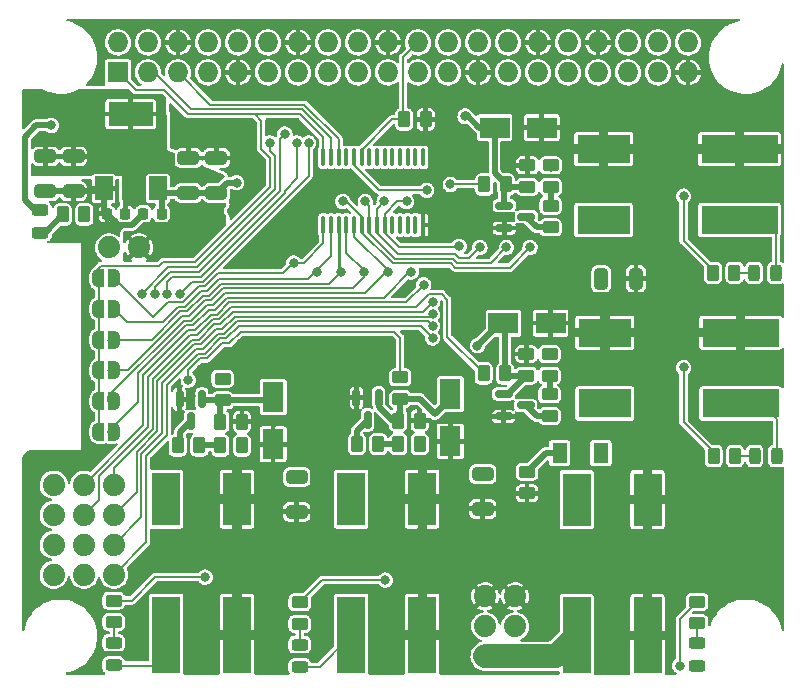
<source format=gbr>
%TF.GenerationSoftware,KiCad,Pcbnew,6.0.7+dfsg-1+b1*%
%TF.CreationDate,2022-09-05T19:20:08+01:00*%
%TF.ProjectId,owl-driver-board,6f776c2d-6472-4697-9665-722d626f6172,rev?*%
%TF.SameCoordinates,Original*%
%TF.FileFunction,Copper,L1,Top*%
%TF.FilePolarity,Positive*%
%FSLAX46Y46*%
G04 Gerber Fmt 4.6, Leading zero omitted, Abs format (unit mm)*
G04 Created by KiCad (PCBNEW 6.0.7+dfsg-1+b1) date 2022-09-05 19:20:08*
%MOMM*%
%LPD*%
G01*
G04 APERTURE LIST*
G04 Aperture macros list*
%AMRoundRect*
0 Rectangle with rounded corners*
0 $1 Rounding radius*
0 $2 $3 $4 $5 $6 $7 $8 $9 X,Y pos of 4 corners*
0 Add a 4 corners polygon primitive as box body*
4,1,4,$2,$3,$4,$5,$6,$7,$8,$9,$2,$3,0*
0 Add four circle primitives for the rounded corners*
1,1,$1+$1,$2,$3*
1,1,$1+$1,$4,$5*
1,1,$1+$1,$6,$7*
1,1,$1+$1,$8,$9*
0 Add four rect primitives between the rounded corners*
20,1,$1+$1,$2,$3,$4,$5,0*
20,1,$1+$1,$4,$5,$6,$7,0*
20,1,$1+$1,$6,$7,$8,$9,0*
20,1,$1+$1,$8,$9,$2,$3,0*%
%AMFreePoly0*
4,1,22,0.500000,-0.750000,0.000000,-0.750000,0.000000,-0.745033,-0.079941,-0.743568,-0.215256,-0.701293,-0.333266,-0.622738,-0.424486,-0.514219,-0.481581,-0.384460,-0.499164,-0.250000,-0.500000,-0.250000,-0.500000,0.250000,-0.499164,0.250000,-0.499963,0.256109,-0.478152,0.396186,-0.417904,0.524511,-0.324060,0.630769,-0.204165,0.706417,-0.067858,0.745374,0.000000,0.744959,0.000000,0.750000,
0.500000,0.750000,0.500000,-0.750000,0.500000,-0.750000,$1*%
%AMFreePoly1*
4,1,20,0.000000,0.744959,0.073905,0.744508,0.209726,0.703889,0.328688,0.626782,0.421226,0.519385,0.479903,0.390333,0.500000,0.250000,0.500000,-0.250000,0.499851,-0.262216,0.476331,-0.402017,0.414519,-0.529596,0.319384,-0.634700,0.198574,-0.708877,0.061801,-0.746166,0.000000,-0.745033,0.000000,-0.750000,-0.500000,-0.750000,-0.500000,0.750000,0.000000,0.750000,0.000000,0.744959,
0.000000,0.744959,$1*%
G04 Aperture macros list end*
%TA.AperFunction,SMDPad,CuDef*%
%ADD10R,6.502400X2.387600*%
%TD*%
%TA.AperFunction,SMDPad,CuDef*%
%ADD11R,4.495800X2.387600*%
%TD*%
%TA.AperFunction,SMDPad,CuDef*%
%ADD12R,2.387600X6.502400*%
%TD*%
%TA.AperFunction,SMDPad,CuDef*%
%ADD13R,2.387600X4.495800*%
%TD*%
%TA.AperFunction,ComponentPad*%
%ADD14R,1.727200X1.727200*%
%TD*%
%TA.AperFunction,ComponentPad*%
%ADD15O,1.727200X1.727200*%
%TD*%
%TA.AperFunction,ComponentPad*%
%ADD16C,1.879600*%
%TD*%
%TA.AperFunction,SMDPad,CuDef*%
%ADD17R,2.500000X1.800000*%
%TD*%
%TA.AperFunction,SMDPad,CuDef*%
%ADD18RoundRect,0.250000X0.450000X-0.262500X0.450000X0.262500X-0.450000X0.262500X-0.450000X-0.262500X0*%
%TD*%
%TA.AperFunction,SMDPad,CuDef*%
%ADD19RoundRect,0.250000X0.650000X-0.325000X0.650000X0.325000X-0.650000X0.325000X-0.650000X-0.325000X0*%
%TD*%
%TA.AperFunction,SMDPad,CuDef*%
%ADD20RoundRect,0.243750X-0.456250X0.243750X-0.456250X-0.243750X0.456250X-0.243750X0.456250X0.243750X0*%
%TD*%
%TA.AperFunction,SMDPad,CuDef*%
%ADD21RoundRect,0.250000X0.262500X0.450000X-0.262500X0.450000X-0.262500X-0.450000X0.262500X-0.450000X0*%
%TD*%
%TA.AperFunction,SMDPad,CuDef*%
%ADD22RoundRect,0.225000X0.225000X0.250000X-0.225000X0.250000X-0.225000X-0.250000X0.225000X-0.250000X0*%
%TD*%
%TA.AperFunction,SMDPad,CuDef*%
%ADD23RoundRect,0.250000X-0.450000X0.262500X-0.450000X-0.262500X0.450000X-0.262500X0.450000X0.262500X0*%
%TD*%
%TA.AperFunction,SMDPad,CuDef*%
%ADD24RoundRect,0.243750X-0.243750X-0.456250X0.243750X-0.456250X0.243750X0.456250X-0.243750X0.456250X0*%
%TD*%
%TA.AperFunction,SMDPad,CuDef*%
%ADD25RoundRect,0.150000X-0.150000X0.587500X-0.150000X-0.587500X0.150000X-0.587500X0.150000X0.587500X0*%
%TD*%
%TA.AperFunction,SMDPad,CuDef*%
%ADD26FreePoly0,0.000000*%
%TD*%
%TA.AperFunction,SMDPad,CuDef*%
%ADD27FreePoly1,0.000000*%
%TD*%
%TA.AperFunction,SMDPad,CuDef*%
%ADD28RoundRect,0.250000X-0.325000X-0.650000X0.325000X-0.650000X0.325000X0.650000X-0.325000X0.650000X0*%
%TD*%
%TA.AperFunction,SMDPad,CuDef*%
%ADD29R,1.500000X2.000000*%
%TD*%
%TA.AperFunction,SMDPad,CuDef*%
%ADD30R,3.800000X2.000000*%
%TD*%
%TA.AperFunction,SMDPad,CuDef*%
%ADD31RoundRect,0.243750X0.456250X-0.243750X0.456250X0.243750X-0.456250X0.243750X-0.456250X-0.243750X0*%
%TD*%
%TA.AperFunction,SMDPad,CuDef*%
%ADD32RoundRect,0.250000X-0.262500X-0.450000X0.262500X-0.450000X0.262500X0.450000X-0.262500X0.450000X0*%
%TD*%
%TA.AperFunction,SMDPad,CuDef*%
%ADD33RoundRect,0.150000X-0.587500X-0.150000X0.587500X-0.150000X0.587500X0.150000X-0.587500X0.150000X0*%
%TD*%
%TA.AperFunction,SMDPad,CuDef*%
%ADD34RoundRect,0.250000X-0.650000X0.325000X-0.650000X-0.325000X0.650000X-0.325000X0.650000X0.325000X0*%
%TD*%
%TA.AperFunction,SMDPad,CuDef*%
%ADD35R,1.800000X2.500000*%
%TD*%
%TA.AperFunction,SMDPad,CuDef*%
%ADD36RoundRect,0.100000X0.100000X-0.637500X0.100000X0.637500X-0.100000X0.637500X-0.100000X-0.637500X0*%
%TD*%
%TA.AperFunction,SMDPad,CuDef*%
%ADD37R,1.300000X1.700000*%
%TD*%
%TA.AperFunction,ViaPad*%
%ADD38C,0.800000*%
%TD*%
%TA.AperFunction,ViaPad*%
%ADD39C,1.000000*%
%TD*%
%TA.AperFunction,Conductor*%
%ADD40C,0.200000*%
%TD*%
%TA.AperFunction,Conductor*%
%ADD41C,0.500000*%
%TD*%
%TA.AperFunction,Conductor*%
%ADD42C,2.000000*%
%TD*%
%TA.AperFunction,Conductor*%
%ADD43C,0.250000*%
%TD*%
G04 APERTURE END LIST*
D10*
%TO.P,J7,1,1*%
%TO.N,OUT3*%
X61093448Y-33300002D03*
%TO.P,J7,2,2*%
%TO.N,GND*%
X61093448Y-27299998D03*
D11*
%TO.P,J7,3,3*%
%TO.N,OUT3*%
X49593450Y-33300002D03*
%TO.P,J7,4,4*%
%TO.N,GND*%
X49593450Y-27299998D03*
%TD*%
D10*
%TO.P,J8,1,1*%
%TO.N,OUT4*%
X60993448Y-17750002D03*
%TO.P,J8,2,2*%
%TO.N,GND*%
X60993448Y-11749998D03*
D11*
%TO.P,J8,3,3*%
%TO.N,OUT4*%
X49493450Y-17750002D03*
%TO.P,J8,4,4*%
%TO.N,GND*%
X49493450Y-11749998D03*
%TD*%
D12*
%TO.P,J4,1,1*%
%TO.N,OUT1*%
X12449998Y-52893448D03*
%TO.P,J4,2,2*%
%TO.N,GND*%
X18450002Y-52893448D03*
D13*
%TO.P,J4,3,3*%
%TO.N,OUT1*%
X12449998Y-41393450D03*
%TO.P,J4,4,4*%
%TO.N,GND*%
X18450002Y-41393450D03*
%TD*%
D12*
%TO.P,J5,1,1*%
%TO.N,OUT2*%
X28124998Y-52893448D03*
%TO.P,J5,2,2*%
%TO.N,GND*%
X34125002Y-52893448D03*
D13*
%TO.P,J5,3,3*%
%TO.N,OUT2*%
X28124998Y-41393450D03*
%TO.P,J5,4,4*%
%TO.N,GND*%
X34125002Y-41393450D03*
%TD*%
D12*
%TO.P,J3,1,1*%
%TO.N,VIN*%
X47199998Y-52943448D03*
%TO.P,J3,2,2*%
%TO.N,GND*%
X53200002Y-52943448D03*
D13*
%TO.P,J3,3,3*%
%TO.N,VIN*%
X47199998Y-41443450D03*
%TO.P,J3,4,4*%
%TO.N,GND*%
X53200002Y-41443450D03*
%TD*%
D14*
%TO.P,J2,1,3.3V*%
%TO.N,+3V3*%
X8370000Y-5270000D03*
D15*
%TO.P,J2,2,5V*%
%TO.N,Net-(C10-Pad1)*%
X8370000Y-2730000D03*
%TO.P,J2,3,SDA*%
%TO.N,I2C_SDA*%
X10910000Y-5270000D03*
%TO.P,J2,4,5V*%
%TO.N,Net-(C10-Pad1)*%
X10910000Y-2730000D03*
%TO.P,J2,5,SCL*%
%TO.N,I2C_SCL*%
X13450000Y-5270000D03*
%TO.P,J2,6,GND*%
%TO.N,GND*%
X13450000Y-2730000D03*
%TO.P,J2,7,GP4*%
%TO.N,unconnected-(J2-Pad7)*%
X15990000Y-5270000D03*
%TO.P,J2,8,TXO*%
%TO.N,unconnected-(J2-Pad8)*%
X15990000Y-2730000D03*
%TO.P,J2,9,GND*%
%TO.N,GND*%
X18530000Y-5270000D03*
%TO.P,J2,10,RXI*%
%TO.N,unconnected-(J2-Pad10)*%
X18530000Y-2730000D03*
%TO.P,J2,11,GP17*%
%TO.N,unconnected-(J2-Pad11)*%
X21070000Y-5270000D03*
%TO.P,J2,12,GP18#*%
%TO.N,unconnected-(J2-Pad12)*%
X21070000Y-2730000D03*
%TO.P,J2,13,GP27*%
%TO.N,Net-(D34-Pad1)*%
X23610000Y-5270000D03*
%TO.P,J2,14,GND*%
%TO.N,GND*%
X23610000Y-2730000D03*
%TO.P,J2,15,GP22*%
%TO.N,Net-(D35-Pad2)*%
X26150000Y-5270000D03*
%TO.P,J2,16,GP23*%
%TO.N,Net-(D35-Pad1)*%
X26150000Y-2730000D03*
%TO.P,J2,17,3.3V*%
%TO.N,+3V3*%
X28690000Y-5270000D03*
%TO.P,J2,18,GP24*%
%TO.N,Net-(D34-Pad2)*%
X28690000Y-2730000D03*
%TO.P,J2,19,MOSI*%
%TO.N,unconnected-(J2-Pad19)*%
X31230000Y-5270000D03*
%TO.P,J2,20,GND*%
%TO.N,GND*%
X31230000Y-2730000D03*
%TO.P,J2,21,MISO*%
%TO.N,unconnected-(J2-Pad21)*%
X33770000Y-5270000D03*
%TO.P,J2,22,GP25*%
%TO.N,OE*%
X33770000Y-2730000D03*
%TO.P,J2,23,SCLK*%
%TO.N,unconnected-(J2-Pad23)*%
X36310000Y-5270000D03*
%TO.P,J2,24,CE0*%
%TO.N,unconnected-(J2-Pad24)*%
X36310000Y-2730000D03*
%TO.P,J2,25,GND*%
%TO.N,GND*%
X38850000Y-5270000D03*
%TO.P,J2,26,CE1*%
%TO.N,unconnected-(J2-Pad26)*%
X38850000Y-2730000D03*
%TO.P,J2,27,ID_SD*%
%TO.N,unconnected-(J2-Pad27)*%
X41390000Y-5270000D03*
%TO.P,J2,28,ID_SC*%
%TO.N,unconnected-(J2-Pad28)*%
X41390000Y-2730000D03*
%TO.P,J2,29,GP5*%
%TO.N,unconnected-(J2-Pad29)*%
X43930000Y-5270000D03*
%TO.P,J2,30,GND*%
%TO.N,GND*%
X43930000Y-2730000D03*
%TO.P,J2,31,GP6*%
%TO.N,unconnected-(J2-Pad31)*%
X46470000Y-5270000D03*
%TO.P,J2,32,GP12*%
%TO.N,unconnected-(J2-Pad32)*%
X46470000Y-2730000D03*
%TO.P,J2,33,GP13*%
%TO.N,unconnected-(J2-Pad33)*%
X49010000Y-5270000D03*
%TO.P,J2,34,GND*%
%TO.N,GND*%
X49010000Y-2730000D03*
%TO.P,J2,35,GP19*%
%TO.N,unconnected-(J2-Pad35)*%
X51550000Y-5270000D03*
%TO.P,J2,36,GP16*%
%TO.N,unconnected-(J2-Pad36)*%
X51550000Y-2730000D03*
%TO.P,J2,37,GP26*%
%TO.N,unconnected-(J2-Pad37)*%
X54090000Y-5270000D03*
%TO.P,J2,38,GP20*%
%TO.N,unconnected-(J2-Pad38)*%
X54090000Y-2730000D03*
%TO.P,J2,39,GND*%
%TO.N,GND*%
X56630000Y-5270000D03*
%TO.P,J2,40,GP21*%
%TO.N,unconnected-(J2-Pad40)*%
X56630000Y-2730000D03*
%TD*%
D16*
%TO.P,J10,1,1*%
%TO.N,VIN*%
X41999379Y-54706800D03*
%TO.P,J10,2,2*%
X39459379Y-54706800D03*
%TO.P,J10,3,3*%
%TO.N,unconnected-(J10-Pad3)*%
X41999379Y-52166800D03*
%TO.P,J10,4,4*%
%TO.N,unconnected-(J10-Pad4)*%
X39459379Y-52166800D03*
%TO.P,J10,5,5*%
%TO.N,GND*%
X41999379Y-49626800D03*
%TO.P,J10,6,6*%
X39459379Y-49626800D03*
%TD*%
%TO.P,J1,1,1*%
%TO.N,PI4*%
X2920000Y-40170000D03*
%TO.P,J1,2,2*%
%TO.N,PI3*%
X2920000Y-42710000D03*
%TO.P,J1,3,3*%
%TO.N,PI2*%
X2920000Y-45250000D03*
%TO.P,J1,4,4*%
%TO.N,PI1*%
X2920000Y-47790000D03*
%TD*%
%TO.P,J6,1,1*%
%TO.N,INPUT1*%
X8020000Y-47790000D03*
%TO.P,J6,2,2*%
%TO.N,MOSFET1*%
X5480000Y-47790000D03*
%TO.P,J6,3,3*%
%TO.N,INPUT2*%
X8020000Y-45250000D03*
%TO.P,J6,4,4*%
%TO.N,MOSFET2*%
X5480000Y-45250000D03*
%TO.P,J6,5,5*%
%TO.N,INPUT3*%
X8020000Y-42710000D03*
%TO.P,J6,6,6*%
%TO.N,MOSFET3*%
X5480000Y-42710000D03*
%TO.P,J6,7,7*%
%TO.N,INPUT4*%
X8020000Y-40170000D03*
%TO.P,J6,8,8*%
%TO.N,MOSFET4*%
X5480000Y-40170000D03*
%TD*%
D17*
%TO.P,D28,1,A*%
%TO.N,GND*%
X44250000Y-9950000D03*
%TO.P,D28,2,C*%
%TO.N,Net-(D26-Pad1)*%
X40250000Y-9950000D03*
%TD*%
D18*
%TO.P,R1,1,1*%
%TO.N,Net-(D1-Pad1)*%
X57400000Y-51912500D03*
%TO.P,R1,2,2*%
%TO.N,VIN*%
X57400000Y-50087500D03*
%TD*%
D19*
%TO.P,C4,1*%
%TO.N,VCC*%
X16700000Y-15475000D03*
%TO.P,C4,2*%
%TO.N,GND*%
X16700000Y-12525000D03*
%TD*%
D20*
%TO.P,D4,1,A*%
%TO.N,Net-(D4-Pad1)*%
X8000000Y-53562500D03*
%TO.P,D4,2,C*%
%TO.N,OUT1*%
X8000000Y-55437500D03*
%TD*%
%TO.P,D1,1,A*%
%TO.N,Net-(D1-Pad1)*%
X57400000Y-53616815D03*
%TO.P,D1,2,C*%
%TO.N,Net-(D1-Pad2)*%
X57400000Y-55491815D03*
%TD*%
D19*
%TO.P,C5,1*%
%TO.N,VCC*%
X14325000Y-15475000D03*
%TO.P,C5,2*%
%TO.N,GND*%
X14325000Y-12525000D03*
%TD*%
D21*
%TO.P,R21,1,1*%
%TO.N,GND*%
X33912500Y-34750000D03*
%TO.P,R21,2,2*%
%TO.N,Net-(D25-Pad1)*%
X32087500Y-34750000D03*
%TD*%
D22*
%TO.P,C9,1*%
%TO.N,+5V*%
X8975000Y-17225000D03*
%TO.P,C9,2*%
%TO.N,GND*%
X7425000Y-17225000D03*
%TD*%
D21*
%TO.P,R20,1,1*%
%TO.N,Net-(D26-Pad1)*%
X41212500Y-14750000D03*
%TO.P,R20,2,2*%
%TO.N,MOSFET4*%
X39387500Y-14750000D03*
%TD*%
D23*
%TO.P,R12,1,1*%
%TO.N,GND*%
X42925000Y-29112500D03*
%TO.P,R12,2,2*%
%TO.N,Net-(D13-Pad1)*%
X42925000Y-30937500D03*
%TD*%
D18*
%TO.P,R9,1,1*%
%TO.N,Net-(D12-Pad1)*%
X17225000Y-33037500D03*
%TO.P,R9,2,2*%
%TO.N,MOSFET1*%
X17225000Y-31212500D03*
%TD*%
D24*
%TO.P,D5,1,A*%
%TO.N,Net-(D5-Pad1)*%
X62262500Y-37750000D03*
%TO.P,D5,2,C*%
%TO.N,OUT3*%
X64137500Y-37750000D03*
%TD*%
D25*
%TO.P,Q4,1,G*%
%TO.N,Net-(D12-Pad1)*%
X15475000Y-32937500D03*
%TO.P,Q4,2,S*%
%TO.N,GND*%
X13575000Y-32937500D03*
%TO.P,Q4,3,D*%
%TO.N,Net-(Q4-Pad3)*%
X14525000Y-34812500D03*
%TD*%
D16*
%TO.P,J9,1,1*%
%TO.N,+5V*%
X10140000Y-20090000D03*
%TO.P,J9,2,2*%
%TO.N,PI_5V0*%
X7600000Y-20090000D03*
%TD*%
D26*
%TO.P,JP4,1,A*%
%TO.N,+3V3*%
X6700000Y-30500000D03*
D27*
%TO.P,JP4,2,B*%
%TO.N,Net-(JP4-Pad2)*%
X8000000Y-30500000D03*
%TD*%
D20*
%TO.P,D19,1,A*%
%TO.N,Net-(D19-Pad1)*%
X23750000Y-53712500D03*
%TO.P,D19,2,C*%
%TO.N,OUT2*%
X23750000Y-55587500D03*
%TD*%
D26*
%TO.P,JP3,1,A*%
%TO.N,+3V3*%
X6700000Y-27900000D03*
D27*
%TO.P,JP3,2,B*%
%TO.N,Net-(JP3-Pad2)*%
X8000000Y-27900000D03*
%TD*%
D25*
%TO.P,Q8,1,G*%
%TO.N,Net-(D25-Pad1)*%
X30450000Y-32812500D03*
%TO.P,Q8,2,S*%
%TO.N,GND*%
X28550000Y-32812500D03*
%TO.P,Q8,3,D*%
%TO.N,Net-(Q8-Pad3)*%
X29500000Y-34687500D03*
%TD*%
D21*
%TO.P,R10,1,1*%
%TO.N,Net-(D13-Pad1)*%
X41137500Y-30750000D03*
%TO.P,R10,2,2*%
%TO.N,MOSFET3*%
X39312500Y-30750000D03*
%TD*%
%TO.P,R16,1,1*%
%TO.N,Net-(D20-Pad1)*%
X60562500Y-22250000D03*
%TO.P,R16,2,2*%
%TO.N,Net-(D22-Pad1)*%
X58737500Y-22250000D03*
%TD*%
D28*
%TO.P,C12,1*%
%TO.N,VCC*%
X49275000Y-22750000D03*
%TO.P,C12,2*%
%TO.N,GND*%
X52225000Y-22750000D03*
%TD*%
D29*
%TO.P,U1,1,GND*%
%TO.N,GND*%
X7150000Y-15100000D03*
D30*
%TO.P,U1,2,VO*%
%TO.N,+5V*%
X9450000Y-8800000D03*
D29*
X9450000Y-15100000D03*
%TO.P,U1,3,VI*%
%TO.N,VCC*%
X11750000Y-15100000D03*
%TD*%
D31*
%TO.P,D29,1,A*%
%TO.N,Net-(D29-Pad1)*%
X1800000Y-18837500D03*
%TO.P,D29,2,C*%
%TO.N,Net-(C10-Pad1)*%
X1800000Y-16962500D03*
%TD*%
D32*
%TO.P,R13,1,1*%
%TO.N,Net-(D17-Pad2)*%
X32087500Y-36750000D03*
%TO.P,R13,2,2*%
%TO.N,VCC*%
X33912500Y-36750000D03*
%TD*%
D18*
%TO.P,R19,1,1*%
%TO.N,Net-(D25-Pad1)*%
X32250000Y-32912500D03*
%TO.P,R19,2,2*%
%TO.N,MOSFET2*%
X32250000Y-31087500D03*
%TD*%
D24*
%TO.P,D20,1,A*%
%TO.N,Net-(D20-Pad1)*%
X62212500Y-22250000D03*
%TO.P,D20,2,C*%
%TO.N,OUT4*%
X64087500Y-22250000D03*
%TD*%
D26*
%TO.P,JP6,1,A*%
%TO.N,+3V3*%
X6700000Y-35700000D03*
D27*
%TO.P,JP6,2,B*%
%TO.N,Net-(JP6-Pad2)*%
X8000000Y-35700000D03*
%TD*%
D32*
%TO.P,R23,1,1*%
%TO.N,Net-(D29-Pad1)*%
X3687500Y-17300000D03*
%TO.P,R23,2,2*%
%TO.N,PI_5V0*%
X5512500Y-17300000D03*
%TD*%
D33*
%TO.P,Q9,1,G*%
%TO.N,Net-(D26-Pad1)*%
X41062500Y-16550000D03*
%TO.P,Q9,2,S*%
%TO.N,GND*%
X41062500Y-18450000D03*
%TO.P,Q9,3,D*%
%TO.N,Net-(Q9-Pad3)*%
X42937500Y-17500000D03*
%TD*%
D26*
%TO.P,JP1,1,A*%
%TO.N,+3V3*%
X6700000Y-22700000D03*
D27*
%TO.P,JP1,2,B*%
%TO.N,Net-(JP1-Pad2)*%
X8000000Y-22700000D03*
%TD*%
D22*
%TO.P,C6,1*%
%TO.N,VCC*%
X12050000Y-17225000D03*
%TO.P,C6,2*%
%TO.N,GND*%
X10500000Y-17225000D03*
%TD*%
D34*
%TO.P,C1,1*%
%TO.N,VCC*%
X39250000Y-39275000D03*
%TO.P,C1,2*%
%TO.N,GND*%
X39250000Y-42225000D03*
%TD*%
D17*
%TO.P,D15,1,A*%
%TO.N,GND*%
X45000000Y-26500000D03*
%TO.P,D15,2,C*%
%TO.N,Net-(D13-Pad1)*%
X41000000Y-26500000D03*
%TD*%
D34*
%TO.P,C7,1*%
%TO.N,+5V*%
X4600000Y-12375000D03*
%TO.P,C7,2*%
%TO.N,GND*%
X4600000Y-15325000D03*
%TD*%
D35*
%TO.P,D27,1,A*%
%TO.N,GND*%
X36500000Y-36500000D03*
%TO.P,D27,2,C*%
%TO.N,Net-(D25-Pad1)*%
X36500000Y-32500000D03*
%TD*%
D33*
%TO.P,Q5,1,G*%
%TO.N,Net-(D13-Pad1)*%
X41012500Y-32500000D03*
%TO.P,Q5,2,S*%
%TO.N,GND*%
X41012500Y-34400000D03*
%TO.P,Q5,3,D*%
%TO.N,Net-(Q5-Pad3)*%
X42887500Y-33450000D03*
%TD*%
D18*
%TO.P,R15,1,1*%
%TO.N,Net-(D19-Pad1)*%
X23750000Y-51962500D03*
%TO.P,R15,2,2*%
%TO.N,Net-(D21-Pad1)*%
X23750000Y-50137500D03*
%TD*%
%TO.P,R14,1,1*%
%TO.N,Net-(D18-Pad2)*%
X45000000Y-14962500D03*
%TO.P,R14,2,2*%
%TO.N,VCC*%
X45000000Y-13137500D03*
%TD*%
D21*
%TO.P,R11,1,1*%
%TO.N,GND*%
X18862500Y-34850000D03*
%TO.P,R11,2,2*%
%TO.N,Net-(D12-Pad1)*%
X17037500Y-34850000D03*
%TD*%
D32*
%TO.P,R17,1,1*%
%TO.N,Net-(Q8-Pad3)*%
X28587500Y-36750000D03*
%TO.P,R17,2,2*%
%TO.N,Net-(D17-Pad2)*%
X30412500Y-36750000D03*
%TD*%
D18*
%TO.P,R4,1,1*%
%TO.N,Net-(D4-Pad1)*%
X8000000Y-51812500D03*
%TO.P,R4,2,2*%
%TO.N,Net-(D10-Pad2)*%
X8000000Y-49987500D03*
%TD*%
%TO.P,R7,1,1*%
%TO.N,Net-(Q5-Pad3)*%
X44900000Y-34362500D03*
%TO.P,R7,2,2*%
%TO.N,Net-(D3-Pad2)*%
X44900000Y-32537500D03*
%TD*%
D26*
%TO.P,JP2,1,A*%
%TO.N,+3V3*%
X6700000Y-25300000D03*
D27*
%TO.P,JP2,2,B*%
%TO.N,Net-(JP2-Pad2)*%
X8000000Y-25300000D03*
%TD*%
D18*
%TO.P,R18,1,1*%
%TO.N,Net-(Q9-Pad3)*%
X45000000Y-18387500D03*
%TO.P,R18,2,2*%
%TO.N,Net-(D18-Pad2)*%
X45000000Y-16562500D03*
%TD*%
D21*
%TO.P,R5,1,1*%
%TO.N,Net-(D5-Pad1)*%
X60612500Y-37750000D03*
%TO.P,R5,2,2*%
%TO.N,Net-(D11-Pad2)*%
X58787500Y-37750000D03*
%TD*%
D34*
%TO.P,C3,1*%
%TO.N,VCC*%
X23500000Y-39525000D03*
%TO.P,C3,2*%
%TO.N,GND*%
X23500000Y-42475000D03*
%TD*%
D36*
%TO.P,U2,1,A0*%
%TO.N,Net-(JP1-Pad2)*%
X25750000Y-18187500D03*
%TO.P,U2,2,A1*%
%TO.N,Net-(JP2-Pad2)*%
X26400000Y-18187500D03*
%TO.P,U2,3,A2*%
%TO.N,Net-(JP3-Pad2)*%
X27050000Y-18187500D03*
%TO.P,U2,4,A3*%
%TO.N,Net-(JP4-Pad2)*%
X27700000Y-18187500D03*
%TO.P,U2,5,A4*%
%TO.N,Net-(JP5-Pad2)*%
X28350000Y-18187500D03*
%TO.P,U2,6,LED0*%
%TO.N,Net-(D33-Pad2)*%
X29000000Y-18187500D03*
%TO.P,U2,7,LED1*%
%TO.N,Net-(D33-Pad1)*%
X29650000Y-18187500D03*
%TO.P,U2,8,LED2*%
%TO.N,Net-(D32-Pad2)*%
X30300000Y-18187500D03*
%TO.P,U2,9,LED3*%
%TO.N,Net-(D32-Pad1)*%
X30950000Y-18187500D03*
%TO.P,U2,10,LED4*%
%TO.N,unconnected-(U2-Pad10)*%
X31600000Y-18187500D03*
%TO.P,U2,11,LED5*%
%TO.N,unconnected-(U2-Pad11)*%
X32250000Y-18187500D03*
%TO.P,U2,12,LED6*%
%TO.N,unconnected-(U2-Pad12)*%
X32900000Y-18187500D03*
%TO.P,U2,13,LED7*%
%TO.N,unconnected-(U2-Pad13)*%
X33550000Y-18187500D03*
%TO.P,U2,14,VSS*%
%TO.N,GND*%
X34200000Y-18187500D03*
%TO.P,U2,15,LED8*%
%TO.N,unconnected-(U2-Pad15)*%
X34200000Y-12462500D03*
%TO.P,U2,16,LED9*%
%TO.N,unconnected-(U2-Pad16)*%
X33550000Y-12462500D03*
%TO.P,U2,17,LED10*%
%TO.N,unconnected-(U2-Pad17)*%
X32900000Y-12462500D03*
%TO.P,U2,18,LED11*%
%TO.N,unconnected-(U2-Pad18)*%
X32250000Y-12462500D03*
%TO.P,U2,19,LED12*%
%TO.N,unconnected-(U2-Pad19)*%
X31600000Y-12462500D03*
%TO.P,U2,20,LED13*%
%TO.N,unconnected-(U2-Pad20)*%
X30950000Y-12462500D03*
%TO.P,U2,21,LED14*%
%TO.N,unconnected-(U2-Pad21)*%
X30300000Y-12462500D03*
%TO.P,U2,22,LED15*%
%TO.N,unconnected-(U2-Pad22)*%
X29650000Y-12462500D03*
%TO.P,U2,23,~{OE}*%
%TO.N,OE*%
X29000000Y-12462500D03*
%TO.P,U2,24,A5*%
%TO.N,Net-(JP6-Pad2)*%
X28350000Y-12462500D03*
%TO.P,U2,25,EXTCLK*%
%TO.N,unconnected-(U2-Pad25)*%
X27700000Y-12462500D03*
%TO.P,U2,26,SCL*%
%TO.N,I2C_SCL*%
X27050000Y-12462500D03*
%TO.P,U2,27,SDA*%
%TO.N,I2C_SDA*%
X26400000Y-12462500D03*
%TO.P,U2,28,VDD*%
%TO.N,+3V3*%
X25750000Y-12462500D03*
%TD*%
D23*
%TO.P,R22,1,1*%
%TO.N,GND*%
X43025000Y-13137500D03*
%TO.P,R22,2,2*%
%TO.N,Net-(D26-Pad1)*%
X43025000Y-14962500D03*
%TD*%
D32*
%TO.P,R6,1,1*%
%TO.N,Net-(Q4-Pad3)*%
X13424472Y-36845799D03*
%TO.P,R6,2,2*%
%TO.N,Net-(D2-Pad2)*%
X15249472Y-36845799D03*
%TD*%
D26*
%TO.P,JP5,1,A*%
%TO.N,+3V3*%
X6700000Y-33100000D03*
D27*
%TO.P,JP5,2,B*%
%TO.N,Net-(JP5-Pad2)*%
X8000000Y-33100000D03*
%TD*%
D21*
%TO.P,R28,1,1*%
%TO.N,GND*%
X34412500Y-9250000D03*
%TO.P,R28,2,2*%
%TO.N,OE*%
X32587500Y-9250000D03*
%TD*%
D34*
%TO.P,C8,1*%
%TO.N,+5V*%
X2225000Y-12375000D03*
%TO.P,C8,2*%
%TO.N,GND*%
X2225000Y-15325000D03*
%TD*%
D35*
%TO.P,D14,1,A*%
%TO.N,GND*%
X21500000Y-36750000D03*
%TO.P,D14,2,C*%
%TO.N,Net-(D12-Pad1)*%
X21500000Y-32750000D03*
%TD*%
D18*
%TO.P,R8,1,1*%
%TO.N,GND*%
X43000000Y-40912500D03*
%TO.P,R8,2,2*%
%TO.N,Net-(D6-Pad2)*%
X43000000Y-39087500D03*
%TD*%
D32*
%TO.P,R2,1,1*%
%TO.N,Net-(D2-Pad2)*%
X17037500Y-36850000D03*
%TO.P,R2,2,2*%
%TO.N,VCC*%
X18862500Y-36850000D03*
%TD*%
D18*
%TO.P,R3,1,1*%
%TO.N,Net-(D3-Pad2)*%
X44900000Y-30937500D03*
%TO.P,R3,2,2*%
%TO.N,VCC*%
X44900000Y-29112500D03*
%TD*%
D37*
%TO.P,D6,1,K*%
%TO.N,VCC*%
X49250000Y-37500000D03*
%TO.P,D6,2,A*%
%TO.N,Net-(D6-Pad2)*%
X45750000Y-37500000D03*
%TD*%
D38*
%TO.N,GND*%
X21250000Y-51750000D03*
X21250000Y-50750000D03*
%TO.N,VCC*%
X49250001Y-37499999D03*
%TO.N,Net-(D6-Pad2)*%
X45750001Y-37499999D03*
%TO.N,Net-(D25-Pad1)*%
X32250000Y-32912500D03*
%TO.N,VCC*%
X45000000Y-13250000D03*
X49250000Y-23000000D03*
D39*
X39250000Y-39250000D03*
D38*
X18400000Y-14600000D03*
X33901745Y-36500000D03*
D39*
X23500000Y-39500000D03*
D38*
X18862500Y-36850000D03*
X45000000Y-29000000D03*
%TO.N,GND*%
X31200000Y-28200000D03*
X20200000Y-13200000D03*
D39*
X57750000Y-43500000D03*
D38*
X23400000Y-18000000D03*
D39*
X50400000Y-54600000D03*
D38*
X3750000Y-19000000D03*
D39*
X31800000Y-51000000D03*
D38*
X22500000Y-7250000D03*
X22200000Y-18000000D03*
D39*
X16200000Y-51000000D03*
D38*
X18800000Y-16200000D03*
D39*
X16200000Y-53400000D03*
X31800000Y-53400000D03*
D38*
X31200000Y-29400000D03*
X20200000Y-19800000D03*
X26250000Y-14000000D03*
D39*
X16200000Y-54600000D03*
X16000000Y-41500000D03*
D38*
X20000000Y-28200000D03*
X33200000Y-29400000D03*
X5750000Y-19000000D03*
X22400000Y-29400000D03*
X18800000Y-28200000D03*
X14510072Y-32632727D03*
X17600000Y-29400000D03*
X42000000Y-11500000D03*
D39*
X50400000Y-53400000D03*
D38*
X21200000Y-28200000D03*
X21200000Y-29400000D03*
X28250000Y-14750000D03*
X34000000Y-16500000D03*
D39*
X16200000Y-52200000D03*
D38*
X33200000Y-28200000D03*
D39*
X31800000Y-52200000D03*
D38*
X35000000Y-18250000D03*
X18000000Y-17000000D03*
X20200000Y-21000000D03*
X34250000Y-14000000D03*
X4750000Y-19000000D03*
X18800000Y-29400000D03*
X20000000Y-29400000D03*
D39*
X50400000Y-52200000D03*
D38*
X20200000Y-14200000D03*
X22400000Y-28200000D03*
X15400000Y-30400000D03*
X23200000Y-19600000D03*
D39*
X31800000Y-54600000D03*
D38*
%TO.N,+5V*%
X9500000Y-15400000D03*
X14600000Y-20200000D03*
X9500000Y-8700000D03*
X13400000Y-20200000D03*
X13400000Y-19000000D03*
X12200000Y-19000000D03*
X14600000Y-16800000D03*
X12200000Y-20200000D03*
X14600000Y-19000000D03*
X15800000Y-19000000D03*
%TO.N,Net-(C10-Pad1)*%
X2700000Y-9750000D03*
%TO.N,Net-(D2-Pad2)*%
X15250000Y-36900000D03*
%TO.N,Net-(D3-Pad2)*%
X44900000Y-30937500D03*
%TO.N,Net-(D17-Pad2)*%
X30500000Y-36500000D03*
%TO.N,Net-(D18-Pad2)*%
X45000000Y-16500000D03*
%TO.N,Net-(D32-Pad1)*%
X37250000Y-20000000D03*
X32800000Y-16200000D03*
%TO.N,Net-(D32-Pad2)*%
X38999998Y-20087500D03*
X30900000Y-16200000D03*
%TO.N,Net-(D33-Pad1)*%
X29300000Y-16200000D03*
X41250000Y-20087500D03*
%TO.N,Net-(D33-Pad2)*%
X27400000Y-16200000D03*
X43250000Y-20087500D03*
D39*
%TO.N,VIN*%
X47200000Y-53161281D03*
X47200000Y-51838002D03*
X47200000Y-54400000D03*
X47200000Y-41400000D03*
X47200000Y-40200000D03*
X47200000Y-42600000D03*
X47200000Y-50588002D03*
D38*
X55944234Y-55502050D03*
D39*
%TO.N,OUT1*%
X12425000Y-41341982D03*
X12500000Y-51750000D03*
X12500000Y-53000000D03*
X12425000Y-42575000D03*
X12500000Y-54250000D03*
X12500000Y-50500000D03*
X12425000Y-40108964D03*
%TO.N,OUT3*%
X48500000Y-33250000D03*
X51000000Y-33250000D03*
X63000000Y-33250000D03*
X60500000Y-33250000D03*
X59250000Y-33250000D03*
X61750000Y-33250000D03*
X49750000Y-33250000D03*
%TO.N,OUT2*%
X28128007Y-41211308D03*
X28086300Y-54280571D03*
X28128007Y-42461308D03*
X28086300Y-51730571D03*
X28086300Y-50480571D03*
X28128007Y-40061308D03*
X28086300Y-52924019D03*
%TO.N,OUT4*%
X60250000Y-18000000D03*
X61500000Y-18000000D03*
X50750000Y-18000000D03*
X49500000Y-18000000D03*
X48250000Y-18000000D03*
X59000000Y-18000000D03*
X62750000Y-18000000D03*
D38*
%TO.N,PI_5V0*%
X5500000Y-17200000D03*
%TO.N,Net-(D10-Pad2)*%
X15750000Y-48000000D03*
%TO.N,Net-(D11-Pad2)*%
X56250000Y-30250000D03*
%TO.N,Net-(D21-Pad1)*%
X31000000Y-48250000D03*
%TO.N,Net-(D22-Pad1)*%
X56250000Y-15750000D03*
%TO.N,INPUT1*%
X35000000Y-27750000D03*
%TO.N,MOSFET1*%
X17225000Y-31212500D03*
%TO.N,INPUT2*%
X35000000Y-26750000D03*
%TO.N,MOSFET2*%
X14321030Y-31321030D03*
%TO.N,INPUT3*%
X35000000Y-25750000D03*
%TO.N,INPUT4*%
X35000000Y-24750497D03*
%TO.N,MOSFET4*%
X36500000Y-14750000D03*
X34250000Y-23250000D03*
%TO.N,Net-(JP6-Pad2)*%
X34500000Y-15250000D03*
X33205477Y-22169897D03*
%TO.N,Net-(JP5-Pad2)*%
X31205477Y-22182397D03*
%TO.N,Net-(JP4-Pad2)*%
X29205477Y-22182397D03*
%TO.N,Net-(JP3-Pad2)*%
X27242258Y-22173573D03*
%TO.N,Net-(JP2-Pad2)*%
X25201088Y-22168407D03*
%TO.N,Net-(JP1-Pad2)*%
X23250000Y-21412500D03*
%TO.N,Net-(D34-Pad1)*%
X10400000Y-24000000D03*
X21250000Y-11250000D03*
%TO.N,Net-(D34-Pad2)*%
X13600000Y-24000000D03*
X24500000Y-11250000D03*
%TO.N,Net-(D12-Pad1)*%
X17037500Y-34850000D03*
%TO.N,Net-(D13-Pad1)*%
X38800000Y-28400000D03*
%TO.N,Net-(D35-Pad1)*%
X23500000Y-11250000D03*
X12500000Y-24000000D03*
%TO.N,Net-(D35-Pad2)*%
X11500000Y-24000000D03*
X22500000Y-10500000D03*
%TO.N,Net-(D26-Pad1)*%
X37750000Y-9000000D03*
%TO.N,Net-(D1-Pad2)*%
X57412705Y-55504790D03*
%TD*%
D40*
%TO.N,Net-(D4-Pad1)*%
X8000000Y-53562500D02*
X8000000Y-51812500D01*
%TO.N,Net-(D10-Pad2)*%
X8000000Y-49987500D02*
X9512500Y-49987500D01*
X9512500Y-49987500D02*
X11500000Y-48000000D01*
X11500000Y-48000000D02*
X15750000Y-48000000D01*
%TO.N,Net-(D19-Pad1)*%
X23750000Y-53712500D02*
X23750000Y-51962500D01*
%TO.N,Net-(D21-Pad1)*%
X23750000Y-50137500D02*
X25637500Y-48250000D01*
X25637500Y-48250000D02*
X31000000Y-48250000D01*
%TO.N,OUT2*%
X23750000Y-55587500D02*
X25430946Y-55587500D01*
X25430946Y-55587500D02*
X28124998Y-52893448D01*
%TO.N,OUT3*%
X64137500Y-37750000D02*
X64137500Y-34637500D01*
%TO.N,Net-(D5-Pad1)*%
X62262500Y-37750000D02*
X60612500Y-37750000D01*
%TO.N,OUT3*%
X64137500Y-34637500D02*
X62750000Y-33250000D01*
%TO.N,Net-(D11-Pad2)*%
X58787500Y-37450000D02*
X56250000Y-34912500D01*
X56250000Y-34912500D02*
X56250000Y-30250000D01*
X58787500Y-37750000D02*
X58787500Y-37450000D01*
%TO.N,Net-(D20-Pad1)*%
X60562500Y-22250000D02*
X62212500Y-22250000D01*
%TO.N,OUT4*%
X64087500Y-22250000D02*
X64087500Y-18587500D01*
%TO.N,Net-(D22-Pad1)*%
X58737500Y-22250000D02*
X58737500Y-22000000D01*
X58737500Y-22000000D02*
X56250000Y-19512500D01*
X56250000Y-19512500D02*
X56250000Y-15750000D01*
%TO.N,I2C_SDA*%
X11405690Y-5270000D02*
X14536689Y-8400999D01*
X26400000Y-10845777D02*
X26400000Y-12462500D01*
X14536689Y-8400999D02*
X23955222Y-8400999D01*
X23955222Y-8400999D02*
X26400000Y-10845777D01*
%TO.N,I2C_SCL*%
X27050000Y-10930797D02*
X27050000Y-12462500D01*
X13450000Y-5270000D02*
X16181498Y-8001498D01*
X24120701Y-8001498D02*
X27050000Y-10930797D01*
X16181498Y-8001498D02*
X24120701Y-8001498D01*
%TO.N,OE*%
X33770000Y-2730000D02*
X32513097Y-3986903D01*
X32513097Y-3986903D02*
X32513097Y-9137797D01*
X32513097Y-9137797D02*
X32606400Y-9231100D01*
%TO.N,+3V3*%
X25750000Y-12462500D02*
X25750000Y-10760757D01*
X25750000Y-10760757D02*
X23789743Y-8800500D01*
X23789743Y-8800500D02*
X19949500Y-8800500D01*
D41*
%TO.N,Net-(D13-Pad1)*%
X38800000Y-28400000D02*
X40700000Y-26500000D01*
X41137500Y-30750000D02*
X41137500Y-26637500D01*
%TO.N,Net-(D6-Pad2)*%
X44587501Y-37499999D02*
X45750001Y-37499999D01*
X43000000Y-39087500D02*
X44587501Y-37499999D01*
D40*
%TO.N,Net-(D33-Pad1)*%
X29650000Y-18187500D02*
X29650000Y-18840685D01*
X29650000Y-18840685D02*
X31858317Y-21049002D01*
X31858317Y-21049002D02*
X36744779Y-21049002D01*
X36744779Y-21049002D02*
X37095278Y-21399501D01*
X37095278Y-21399501D02*
X39937999Y-21399501D01*
X39937999Y-21399501D02*
X41250000Y-20087500D01*
%TO.N,Net-(D33-Pad2)*%
X29000000Y-18187500D02*
X29000000Y-18840685D01*
X29000000Y-18840685D02*
X31607818Y-21448503D01*
X31607818Y-21448503D02*
X36579300Y-21448503D01*
X36579300Y-21448503D02*
X36929799Y-21799002D01*
X36929799Y-21799002D02*
X41538498Y-21799002D01*
X41538498Y-21799002D02*
X43250000Y-20087500D01*
%TO.N,Net-(JP1-Pad2)*%
X25750000Y-19750000D02*
X24087500Y-21412500D01*
X25750000Y-18187500D02*
X25750000Y-19750000D01*
X24087500Y-21412500D02*
X23200000Y-21412500D01*
X8000000Y-22700000D02*
X11300000Y-26000000D01*
X11300000Y-26000000D02*
X12600500Y-24699500D01*
X22362500Y-22250000D02*
X23200000Y-21412500D01*
X12600500Y-24699500D02*
X13889743Y-24699500D01*
X16860256Y-22250000D02*
X22362500Y-22250000D01*
X13889743Y-24699500D02*
X15211938Y-23377305D01*
X15211938Y-23377305D02*
X15732951Y-23377305D01*
X15732951Y-23377305D02*
X16860256Y-22250000D01*
D41*
%TO.N,VCC*%
X16700000Y-15475000D02*
X14325000Y-15475000D01*
X12050000Y-15400000D02*
X12050000Y-17225000D01*
X18400000Y-14600000D02*
X17575000Y-14600000D01*
X14325000Y-15475000D02*
X12125000Y-15475000D01*
X17575000Y-14600000D02*
X16700000Y-15475000D01*
%TO.N,GND*%
X4600000Y-15325000D02*
X6925000Y-15325000D01*
X9525000Y-18200000D02*
X10500000Y-17225000D01*
X7150000Y-15100000D02*
X7150000Y-16950000D01*
X8400000Y-18200000D02*
X9525000Y-18200000D01*
X7150000Y-16950000D02*
X7425000Y-17225000D01*
X7425000Y-17225000D02*
X8400000Y-18200000D01*
X2225000Y-15325000D02*
X4600000Y-15325000D01*
%TO.N,Net-(C10-Pad1)*%
X2700000Y-9750000D02*
X1450000Y-9750000D01*
X500000Y-10700000D02*
X500000Y-16100000D01*
X500000Y-16100000D02*
X1362500Y-16962500D01*
X1450000Y-9750000D02*
X500000Y-10700000D01*
%TO.N,Net-(D2-Pad2)*%
X15249472Y-36845799D02*
X17033299Y-36845799D01*
%TO.N,Net-(D3-Pad2)*%
X44900000Y-32537500D02*
X44900000Y-30937500D01*
%TO.N,Net-(D17-Pad2)*%
X32087500Y-36750000D02*
X30412500Y-36750000D01*
%TO.N,Net-(D18-Pad2)*%
X45000000Y-14962500D02*
X45000000Y-16500000D01*
D40*
%TO.N,Net-(D32-Pad1)*%
X30950000Y-18187500D02*
X30950000Y-18840685D01*
X32000000Y-16200000D02*
X32800000Y-16200000D01*
X30950000Y-18840685D02*
X32196815Y-20087500D01*
X30950000Y-17250000D02*
X32000000Y-16200000D01*
X30950000Y-18187500D02*
X30950000Y-17250000D01*
X32196815Y-20087500D02*
X37250000Y-20087500D01*
%TO.N,Net-(D32-Pad2)*%
X38087500Y-21000000D02*
X39000000Y-20087500D01*
X30300000Y-18840685D02*
X32108816Y-20649501D01*
X36910258Y-20649501D02*
X37260757Y-21000000D01*
X32108816Y-20649501D02*
X36910258Y-20649501D01*
X30300000Y-16800000D02*
X30900000Y-16200000D01*
X37260757Y-21000000D02*
X38087500Y-21000000D01*
X30300000Y-18187500D02*
X30300000Y-18840685D01*
X30300000Y-18187500D02*
X30300000Y-16800000D01*
%TO.N,Net-(D33-Pad1)*%
X29650000Y-18187500D02*
X29650000Y-16550000D01*
X29650000Y-16550000D02*
X29300000Y-16200000D01*
%TO.N,Net-(D33-Pad2)*%
X29000000Y-17498959D02*
X27701041Y-16200000D01*
X27701041Y-16200000D02*
X27400000Y-16200000D01*
X29000000Y-18187500D02*
X29000000Y-17498959D01*
D42*
%TO.N,VIN*%
X39459379Y-54706800D02*
X45436646Y-54706800D01*
D40*
X57400000Y-50087500D02*
X55944234Y-51543266D01*
D42*
X45436646Y-54706800D02*
X47199998Y-52943448D01*
D40*
X55944234Y-51543266D02*
X55944234Y-55502050D01*
%TO.N,OUT1*%
X8150000Y-55487500D02*
X12262500Y-55487500D01*
%TO.N,INPUT1*%
X18575036Y-26750000D02*
X34000000Y-26750000D01*
X17003524Y-27800499D02*
X17524537Y-27800499D01*
X12497505Y-31706518D02*
X15110012Y-29094011D01*
X15710012Y-29094011D02*
X17003524Y-27800499D01*
X10747505Y-37727395D02*
X12497505Y-35977395D01*
X8020000Y-47790000D02*
X10747505Y-45062495D01*
X15110012Y-29094011D02*
X15710012Y-29094011D01*
X34000000Y-26750000D02*
X35000000Y-27750000D01*
X10747505Y-45062495D02*
X10747505Y-37727395D01*
X17524537Y-27800499D02*
X18575036Y-26750000D01*
X12497505Y-35977395D02*
X12497505Y-31706518D01*
%TO.N,INPUT2*%
X10348004Y-42921996D02*
X10348004Y-37561916D01*
X14944533Y-28694510D02*
X15544533Y-28694510D01*
X16838045Y-27400998D02*
X17359058Y-27400998D01*
X17359058Y-27400998D02*
X18409557Y-26350499D01*
X8020000Y-45250000D02*
X10348004Y-42921996D01*
X18409557Y-26350499D02*
X34600499Y-26350499D01*
X34600499Y-26350499D02*
X35000000Y-26750000D01*
X15544533Y-28694510D02*
X16838045Y-27400998D01*
X12098004Y-31541039D02*
X14944533Y-28694510D01*
X10348004Y-37561916D02*
X12098004Y-35811916D01*
X12098004Y-35811916D02*
X12098004Y-31541039D01*
%TO.N,MOSFET2*%
X17169003Y-28200000D02*
X15875491Y-29493512D01*
X14321030Y-30447973D02*
X14321030Y-31321030D01*
X32250000Y-31087500D02*
X32250000Y-27750000D01*
X18750000Y-27250000D02*
X17800000Y-28200000D01*
X32250000Y-27750000D02*
X31750000Y-27250000D01*
X31750000Y-27250000D02*
X18750000Y-27250000D01*
X15275491Y-29493512D02*
X14321030Y-30447973D01*
X17800000Y-28200000D02*
X17169003Y-28200000D01*
X15875491Y-29493512D02*
X15275491Y-29493512D01*
%TO.N,INPUT3*%
X11698503Y-31375560D02*
X14779054Y-28295009D01*
X8020000Y-42710000D02*
X9948503Y-40781497D01*
X14779054Y-28295009D02*
X15379054Y-28295009D01*
X17193579Y-27001497D02*
X18244078Y-25950998D01*
X34799002Y-25950998D02*
X35000000Y-25750000D01*
X16672566Y-27001497D02*
X17193579Y-27001497D01*
X9948503Y-37396437D02*
X11698503Y-35646437D01*
X9948503Y-40781497D02*
X9948503Y-37396437D01*
X15379054Y-28295009D02*
X16672566Y-27001497D01*
X18244078Y-25950998D02*
X34799002Y-25950998D01*
X11698503Y-35646437D02*
X11698503Y-31375560D01*
%TO.N,MOSFET3*%
X16891304Y-26173812D02*
X17915615Y-25149501D01*
X14448096Y-27496007D02*
X15048096Y-27496007D01*
X6750000Y-39464980D02*
X10899501Y-35315479D01*
X34710257Y-24050997D02*
X35790240Y-24050997D01*
X16370291Y-26173812D02*
X16891304Y-26173812D01*
X10899501Y-35315479D02*
X10899501Y-31044602D01*
X35790240Y-24050997D02*
X36250000Y-24510757D01*
X33611753Y-25149501D02*
X34710257Y-24050997D01*
X36250000Y-27687500D02*
X39312500Y-30750000D01*
X36250000Y-24510757D02*
X36250000Y-27687500D01*
X10899501Y-31044602D02*
X14448096Y-27496007D01*
X17915615Y-25149501D02*
X33611753Y-25149501D01*
X15048096Y-27496007D02*
X16370291Y-26173812D01*
X5480000Y-42710000D02*
X6750000Y-41440000D01*
X6750000Y-41440000D02*
X6750000Y-39464980D01*
%TO.N,INPUT4*%
X15213575Y-27895508D02*
X16507087Y-26601996D01*
X18081094Y-25549002D02*
X34201495Y-25549002D01*
X11299002Y-31210081D02*
X14613575Y-27895508D01*
X8020000Y-38759960D02*
X11299002Y-35480958D01*
X14613575Y-27895508D02*
X15213575Y-27895508D01*
X8020000Y-40170000D02*
X8020000Y-38759960D01*
X17028100Y-26601996D02*
X18081094Y-25549002D01*
X11299002Y-35480958D02*
X11299002Y-31210081D01*
X34201495Y-25549002D02*
X35000000Y-24750497D01*
X16507087Y-26601996D02*
X17028100Y-26601996D01*
%TO.N,MOSFET4*%
X17750136Y-24750000D02*
X16725825Y-25774311D01*
X10500000Y-35150000D02*
X5480000Y-40170000D01*
X16725825Y-25774311D02*
X16204812Y-25774311D01*
X34250000Y-23250000D02*
X32750000Y-24750000D01*
X16204812Y-25774311D02*
X14882617Y-27096506D01*
X14282617Y-27096506D02*
X10500000Y-30879123D01*
X39387500Y-14750000D02*
X36500000Y-14750000D01*
X10500000Y-30879123D02*
X10500000Y-35150000D01*
X14882617Y-27096506D02*
X14282617Y-27096506D01*
X32750000Y-24750000D02*
X17750136Y-24750000D01*
D41*
%TO.N,Net-(Q4-Pad3)*%
X14525000Y-34812500D02*
X13612500Y-35725000D01*
X13612500Y-35725000D02*
X13612500Y-36850000D01*
%TO.N,Net-(Q5-Pad3)*%
X43800000Y-34362500D02*
X44900000Y-34362500D01*
X42887500Y-33450000D02*
X43800000Y-34362500D01*
%TO.N,Net-(Q8-Pad3)*%
X28587500Y-35600000D02*
X29500000Y-34687500D01*
X28587500Y-36750000D02*
X28587500Y-35600000D01*
%TO.N,Net-(Q9-Pad3)*%
X43825000Y-18387500D02*
X45000000Y-18387500D01*
X42937500Y-17500000D02*
X43825000Y-18387500D01*
D40*
%TO.N,+3V3*%
X19949500Y-8800500D02*
X14300500Y-8800500D01*
X6925736Y-21650000D02*
X6700000Y-21875736D01*
X19949500Y-8800500D02*
X20500000Y-9351000D01*
X20500000Y-11750000D02*
X21250000Y-12500000D01*
X6750000Y-35200000D02*
X6250000Y-35700000D01*
X11850000Y-21650000D02*
X6925736Y-21650000D01*
X14895200Y-21354800D02*
X12145200Y-21354800D01*
X12250000Y-6750000D02*
X9850000Y-6750000D01*
X20500000Y-9351000D02*
X20500000Y-11750000D01*
X12145200Y-21354800D02*
X11850000Y-21650000D01*
X21250000Y-12500000D02*
X21250000Y-15000000D01*
X21250000Y-15000000D02*
X14895200Y-21354800D01*
X6750000Y-22750000D02*
X6750000Y-35200000D01*
X9850000Y-6750000D02*
X8370000Y-5270000D01*
X14300500Y-8800500D02*
X12250000Y-6750000D01*
X6700000Y-21875736D02*
X6700000Y-22250000D01*
%TO.N,OE*%
X32587500Y-9250000D02*
X31559315Y-9250000D01*
X29000000Y-11809315D02*
X29000000Y-12462500D01*
X31559315Y-9250000D02*
X29000000Y-11809315D01*
%TO.N,Net-(JP6-Pad2)*%
X30862001Y-24350499D02*
X33200000Y-22012500D01*
X28350000Y-13115685D02*
X30484315Y-15250000D01*
X30484315Y-15250000D02*
X34500000Y-15250000D01*
X10100499Y-33149501D02*
X10100499Y-30713644D01*
X7550000Y-35700000D02*
X10100499Y-33149501D01*
X16039333Y-25374810D02*
X16560346Y-25374810D01*
X16560346Y-25374810D02*
X17584657Y-24350499D01*
X10100499Y-30713644D02*
X14117138Y-26697005D01*
X14117138Y-26697005D02*
X14717138Y-26697005D01*
X17584657Y-24350499D02*
X30862001Y-24350499D01*
X28350000Y-12462500D02*
X28350000Y-13115685D01*
X14717138Y-26697005D02*
X16039333Y-25374810D01*
%TO.N,Net-(JP5-Pad2)*%
X28350000Y-19175000D02*
X28350000Y-18187500D01*
X7550000Y-32699163D02*
X13951659Y-26297504D01*
X16394867Y-24975309D02*
X17419178Y-23950998D01*
X31200000Y-22025000D02*
X28350000Y-19175000D01*
X15873854Y-24975309D02*
X16394867Y-24975309D01*
X13951659Y-26297504D02*
X14551659Y-26297504D01*
X14551659Y-26297504D02*
X15873854Y-24975309D01*
X29274002Y-23950998D02*
X31200000Y-22025000D01*
X7550000Y-33100000D02*
X7550000Y-32699163D01*
X17419178Y-23950998D02*
X29274002Y-23950998D01*
%TO.N,Net-(JP4-Pad2)*%
X13786180Y-25898003D02*
X14386180Y-25898003D01*
X27700000Y-20525000D02*
X27700000Y-18187500D01*
X17253699Y-23551497D02*
X28248503Y-23551497D01*
X9184183Y-30500000D02*
X13786180Y-25898003D01*
X15708375Y-24575808D02*
X16229388Y-24575808D01*
X29200000Y-22025000D02*
X27700000Y-20525000D01*
X28248503Y-23551497D02*
X29200000Y-22600000D01*
X14386180Y-25898003D02*
X15708375Y-24575808D01*
X7550000Y-30500000D02*
X9184183Y-30500000D01*
X29200000Y-22600000D02*
X29200000Y-22025000D01*
X16229388Y-24575808D02*
X17253699Y-23551497D01*
%TO.N,Net-(JP3-Pad2)*%
X16063909Y-24176307D02*
X17088220Y-23151996D01*
D43*
X27242258Y-22173573D02*
X27050000Y-21981315D01*
X27050000Y-21981315D02*
X27050000Y-18187500D01*
D40*
X7550000Y-27900000D02*
X11219203Y-27900000D01*
X26263835Y-23151996D02*
X27242258Y-22173573D01*
X13620701Y-25498502D02*
X14220701Y-25498502D01*
X17088220Y-23151996D02*
X26263835Y-23151996D01*
X14220701Y-25498502D02*
X15542896Y-24176307D01*
X15542896Y-24176307D02*
X16063909Y-24176307D01*
X11219203Y-27900000D02*
X13620701Y-25498502D01*
%TO.N,Net-(JP2-Pad2)*%
X12154722Y-26399501D02*
X13455222Y-25099001D01*
X14055222Y-25099001D02*
X15377417Y-23776806D01*
X15377417Y-23776806D02*
X15898430Y-23776806D01*
X15898430Y-23776806D02*
X16925236Y-22750000D01*
X13455222Y-25099001D02*
X14055222Y-25099001D01*
X26400000Y-20825000D02*
X26400000Y-18187500D01*
X9099501Y-26399501D02*
X12154722Y-26399501D01*
X24475000Y-22750000D02*
X26400000Y-20825000D01*
X16925236Y-22750000D02*
X24475000Y-22750000D01*
X8000000Y-25300000D02*
X9099501Y-26399501D01*
%TO.N,Net-(D34-Pad1)*%
X15071035Y-21779301D02*
X12620699Y-21779301D01*
X21674501Y-12324165D02*
X21674501Y-15175834D01*
X21674501Y-15175834D02*
X15071035Y-21779301D01*
X12620699Y-21779301D02*
X10400000Y-24000000D01*
X21250000Y-11250000D02*
X21250000Y-11899664D01*
X21250000Y-11899664D02*
X21674501Y-12324165D01*
%TO.N,Net-(D34-Pad2)*%
X15567472Y-22977804D02*
X14622196Y-22977804D01*
X24500000Y-11250000D02*
X24500000Y-14045276D01*
X14622196Y-22977804D02*
X13600000Y-24000000D01*
X24500000Y-14045276D02*
X15567472Y-22977804D01*
D41*
%TO.N,Net-(D12-Pad1)*%
X15575000Y-33037500D02*
X15475000Y-32937500D01*
X17225000Y-33037500D02*
X15575000Y-33037500D01*
X21212500Y-33037500D02*
X17225000Y-33037500D01*
X17037500Y-33225000D02*
X17037500Y-34850000D01*
%TO.N,Net-(D13-Pad1)*%
X41325000Y-30937500D02*
X42925000Y-30937500D01*
X42925000Y-30937500D02*
X41362500Y-32500000D01*
D40*
%TO.N,Net-(D35-Pad1)*%
X22473503Y-15276497D02*
X23500000Y-14250000D01*
X15401993Y-22578303D02*
X22473503Y-15506793D01*
X12500000Y-24000000D02*
X12500000Y-23029960D01*
X12951657Y-22578303D02*
X15401993Y-22578303D01*
X12500000Y-23029960D02*
X12951657Y-22578303D01*
X23500000Y-14250000D02*
X23500000Y-11250000D01*
X22473503Y-15506793D02*
X22473503Y-15276497D01*
%TO.N,Net-(D35-Pad2)*%
X22074002Y-10925998D02*
X22074002Y-15341314D01*
X22074002Y-15341314D02*
X15236514Y-22178802D01*
X22500000Y-10500000D02*
X22074002Y-10925998D01*
X11500000Y-23464980D02*
X11500000Y-24000000D01*
X12786178Y-22178802D02*
X11500000Y-23464980D01*
X15236514Y-22178802D02*
X12786178Y-22178802D01*
D41*
%TO.N,Net-(D25-Pad1)*%
X32250000Y-32912500D02*
X33912500Y-32912500D01*
X36500000Y-32900000D02*
X35200000Y-34200000D01*
X30450000Y-33562500D02*
X31637500Y-34750000D01*
X32250000Y-32912500D02*
X32250000Y-34000000D01*
X32087500Y-34162500D02*
X32087500Y-34750000D01*
X32250000Y-34000000D02*
X32087500Y-34162500D01*
X33912500Y-32912500D02*
X35200000Y-34200000D01*
X31637500Y-34750000D02*
X32087500Y-34750000D01*
X30450000Y-32812500D02*
X30450000Y-33562500D01*
%TO.N,Net-(D26-Pad1)*%
X38950000Y-9950000D02*
X37800000Y-8800000D01*
X40250000Y-9950000D02*
X38950000Y-9950000D01*
X41212500Y-14750000D02*
X40250000Y-13787500D01*
X40250000Y-13787500D02*
X40250000Y-9950000D01*
X41425000Y-14962500D02*
X43025000Y-14962500D01*
X41062500Y-16550000D02*
X41062500Y-14900000D01*
D40*
%TO.N,Net-(D1-Pad1)*%
X57400000Y-53762500D02*
X57400000Y-51912500D01*
D41*
%TO.N,Net-(D29-Pad1)*%
X2150000Y-18837500D02*
X3687500Y-17300000D01*
%TD*%
%TA.AperFunction,Conductor*%
%TO.N,+5V*%
G36*
X13195812Y-15994407D02*
G01*
X13223718Y-16031070D01*
X13225612Y-16030033D01*
X13228996Y-16036215D01*
X13231474Y-16042824D01*
X13317454Y-16157546D01*
X13432176Y-16243526D01*
X13438782Y-16246003D01*
X13438785Y-16246004D01*
X13490683Y-16265459D01*
X13566420Y-16293851D01*
X13627623Y-16300500D01*
X14324739Y-16300500D01*
X15022376Y-16300499D01*
X15025035Y-16300210D01*
X15025038Y-16300210D01*
X15077405Y-16294522D01*
X15077407Y-16294522D01*
X15083580Y-16293851D01*
X15142678Y-16271697D01*
X15211215Y-16246004D01*
X15211218Y-16246003D01*
X15217824Y-16243526D01*
X15332546Y-16157546D01*
X15418526Y-16042824D01*
X15421004Y-16036215D01*
X15424388Y-16030033D01*
X15426498Y-16031188D01*
X15457815Y-15991894D01*
X15512379Y-15975500D01*
X15512621Y-15975500D01*
X15570812Y-15994407D01*
X15598718Y-16031070D01*
X15600612Y-16030033D01*
X15603996Y-16036215D01*
X15606474Y-16042824D01*
X15692454Y-16157546D01*
X15807176Y-16243526D01*
X15813782Y-16246003D01*
X15813785Y-16246004D01*
X15865683Y-16265459D01*
X15941420Y-16293851D01*
X16002623Y-16300500D01*
X16699739Y-16300500D01*
X17397376Y-16300499D01*
X17400033Y-16300210D01*
X17400040Y-16300210D01*
X17440861Y-16295776D01*
X17500753Y-16308289D01*
X17541852Y-16353616D01*
X17550551Y-16394200D01*
X17550548Y-16483798D01*
X17531639Y-16541988D01*
X17521458Y-16553118D01*
X17521523Y-16553176D01*
X17517529Y-16557612D01*
X17513034Y-16561533D01*
X17422501Y-16690348D01*
X17365309Y-16837039D01*
X17364531Y-16842950D01*
X17364530Y-16842953D01*
X17361492Y-16866030D01*
X17344758Y-16993138D01*
X17345413Y-16999071D01*
X17345413Y-16999075D01*
X17353434Y-17071723D01*
X17362035Y-17149633D01*
X17364087Y-17155240D01*
X17399874Y-17253032D01*
X17416143Y-17297490D01*
X17503958Y-17428172D01*
X17508372Y-17432188D01*
X17508375Y-17432192D01*
X17518146Y-17441083D01*
X17548461Y-17494230D01*
X17550518Y-17514309D01*
X17550499Y-18162814D01*
X17531590Y-18221004D01*
X17521503Y-18232815D01*
X14779014Y-20975304D01*
X14724497Y-21003081D01*
X14709010Y-21004300D01*
X12193148Y-21004300D01*
X12172312Y-21002082D01*
X12171030Y-21001806D01*
X12161939Y-20999849D01*
X12130129Y-21003614D01*
X12124237Y-21003961D01*
X12124237Y-21003964D01*
X12120170Y-21004300D01*
X12116085Y-21004300D01*
X12112059Y-21004970D01*
X12112048Y-21004971D01*
X12098081Y-21007296D01*
X12093474Y-21007952D01*
X12070511Y-21010670D01*
X12054188Y-21012602D01*
X12054187Y-21012602D01*
X12046062Y-21013564D01*
X12039078Y-21016918D01*
X12037746Y-21017339D01*
X12030097Y-21018612D01*
X11988040Y-21041305D01*
X11983917Y-21043405D01*
X11946483Y-21061380D01*
X11946479Y-21061382D01*
X11940874Y-21064074D01*
X11936926Y-21067392D01*
X11935418Y-21068900D01*
X11934129Y-21070082D01*
X11933103Y-21070948D01*
X11927406Y-21074022D01*
X11921855Y-21080027D01*
X11921850Y-21080031D01*
X11893391Y-21110818D01*
X11890697Y-21113621D01*
X11733814Y-21270504D01*
X11679297Y-21298281D01*
X11663810Y-21299500D01*
X10794858Y-21299500D01*
X10736667Y-21280593D01*
X10700703Y-21231093D01*
X10700703Y-21169907D01*
X10736667Y-21120407D01*
X10746485Y-21114123D01*
X10812832Y-21076967D01*
X10818743Y-21072904D01*
X10825566Y-21062090D01*
X10825380Y-21059260D01*
X10823378Y-21056220D01*
X10151086Y-20383929D01*
X10139203Y-20377875D01*
X10134172Y-20378671D01*
X9462779Y-21050063D01*
X9456725Y-21061946D01*
X9456732Y-21061991D01*
X9462255Y-21068207D01*
X9537052Y-21118185D01*
X9574931Y-21166235D01*
X9577333Y-21227373D01*
X9543340Y-21278247D01*
X9482050Y-21299500D01*
X8928908Y-21299500D01*
X8870717Y-21280593D01*
X8834753Y-21231093D01*
X8829908Y-21200499D01*
X8829909Y-21166235D01*
X8829910Y-21017840D01*
X8829917Y-20541551D01*
X8848825Y-20483360D01*
X8898326Y-20447397D01*
X8959511Y-20447398D01*
X9009010Y-20483362D01*
X9018823Y-20500105D01*
X9103289Y-20683327D01*
X9107807Y-20691152D01*
X9160124Y-20765181D01*
X9170809Y-20773160D01*
X9171560Y-20773170D01*
X9177689Y-20769469D01*
X9846071Y-20101086D01*
X9851313Y-20090797D01*
X10427875Y-20090797D01*
X10428671Y-20095828D01*
X11102260Y-20769418D01*
X11114143Y-20775472D01*
X11116946Y-20775028D01*
X11119790Y-20772756D01*
X11121841Y-20770290D01*
X11126964Y-20762836D01*
X11229375Y-20579969D01*
X11233053Y-20571707D01*
X11300422Y-20373244D01*
X11302533Y-20364452D01*
X11332842Y-20155411D01*
X11333335Y-20149627D01*
X11334821Y-20092913D01*
X11334631Y-20087101D01*
X11315303Y-19876765D01*
X11313656Y-19867879D01*
X11256764Y-19666157D01*
X11253523Y-19657713D01*
X11160825Y-19469740D01*
X11156100Y-19462030D01*
X11120472Y-19414318D01*
X11109578Y-19406619D01*
X11108129Y-19406638D01*
X11103039Y-19409803D01*
X10433929Y-20078914D01*
X10427875Y-20090797D01*
X9851313Y-20090797D01*
X9852125Y-20089203D01*
X9851329Y-20084172D01*
X9179155Y-19411997D01*
X9167272Y-19405943D01*
X9165155Y-19406278D01*
X9161424Y-19409340D01*
X9140687Y-19435645D01*
X9135762Y-19443228D01*
X9038170Y-19628722D01*
X9034715Y-19637062D01*
X9023475Y-19673260D01*
X8988162Y-19723226D01*
X8930224Y-19742894D01*
X8871791Y-19724749D01*
X8835182Y-19675724D01*
X8829928Y-19643901D01*
X8829935Y-19117808D01*
X9454470Y-19117808D01*
X9459166Y-19126324D01*
X10128914Y-19796071D01*
X10140797Y-19802125D01*
X10145828Y-19801329D01*
X10818139Y-19129019D01*
X10824017Y-19117481D01*
X10817924Y-19110803D01*
X10686309Y-19027760D01*
X10678256Y-19023657D01*
X10483581Y-18945990D01*
X10474923Y-18943425D01*
X10269355Y-18902535D01*
X10260362Y-18901590D01*
X10050788Y-18898845D01*
X10041773Y-18899555D01*
X9835214Y-18935049D01*
X9826478Y-18937390D01*
X9629843Y-19009933D01*
X9621680Y-19013826D01*
X9462727Y-19108393D01*
X9454470Y-19117808D01*
X8829935Y-19117808D01*
X8829939Y-18799499D01*
X8848847Y-18741308D01*
X8898348Y-18705345D01*
X8928939Y-18700500D01*
X9457834Y-18700500D01*
X9470535Y-18701919D01*
X9470537Y-18701897D01*
X9477569Y-18702463D01*
X9484447Y-18704019D01*
X9538101Y-18700690D01*
X9544233Y-18700500D01*
X9560940Y-18700500D01*
X9564427Y-18700001D01*
X9564435Y-18700000D01*
X9572121Y-18698899D01*
X9580024Y-18698089D01*
X9620501Y-18695578D01*
X9620504Y-18695577D01*
X9627538Y-18695141D01*
X9634167Y-18692748D01*
X9634171Y-18692747D01*
X9637187Y-18691658D01*
X9656763Y-18686777D01*
X9657955Y-18686606D01*
X9659936Y-18686323D01*
X9659937Y-18686323D01*
X9666918Y-18685323D01*
X9673337Y-18682404D01*
X9673342Y-18682403D01*
X9710257Y-18665619D01*
X9717615Y-18662623D01*
X9731810Y-18657498D01*
X9762387Y-18646460D01*
X9770672Y-18640408D01*
X9788086Y-18630232D01*
X9797428Y-18625984D01*
X9813341Y-18612272D01*
X9833495Y-18594907D01*
X9839716Y-18589967D01*
X9841751Y-18588480D01*
X9851336Y-18581478D01*
X9862800Y-18570014D01*
X9868181Y-18565019D01*
X9900693Y-18537005D01*
X9900694Y-18537004D01*
X9906037Y-18532400D01*
X9910711Y-18525189D01*
X9923782Y-18509032D01*
X10453318Y-17979496D01*
X10507835Y-17951719D01*
X10523322Y-17950500D01*
X10752384Y-17950499D01*
X10770014Y-17950499D01*
X10772673Y-17950210D01*
X10772677Y-17950210D01*
X10792346Y-17948073D01*
X10828157Y-17944184D01*
X10833969Y-17942005D01*
X10833970Y-17942005D01*
X10887081Y-17922094D01*
X10955695Y-17896372D01*
X11064687Y-17814687D01*
X11146372Y-17705695D01*
X11182300Y-17609857D01*
X11220431Y-17562007D01*
X11279405Y-17545707D01*
X11336697Y-17567185D01*
X11367700Y-17609857D01*
X11403628Y-17705695D01*
X11485313Y-17814687D01*
X11594305Y-17896372D01*
X11721843Y-17944184D01*
X11728013Y-17944854D01*
X11728016Y-17944855D01*
X11764346Y-17948801D01*
X11779985Y-17950500D01*
X12049899Y-17950500D01*
X12320014Y-17950499D01*
X12322673Y-17950210D01*
X12322677Y-17950210D01*
X12342346Y-17948073D01*
X12378157Y-17944184D01*
X12383969Y-17942005D01*
X12383970Y-17942005D01*
X12437081Y-17922094D01*
X12505695Y-17896372D01*
X12614687Y-17814687D01*
X12696372Y-17705695D01*
X12744184Y-17578157D01*
X12745939Y-17562007D01*
X12750211Y-17522674D01*
X12750500Y-17520015D01*
X12750499Y-16929986D01*
X12744184Y-16871843D01*
X12736065Y-16850184D01*
X12718235Y-16802624D01*
X12696372Y-16744305D01*
X12642158Y-16671968D01*
X12618915Y-16640954D01*
X12618914Y-16640953D01*
X12614687Y-16635313D01*
X12590127Y-16616906D01*
X12554902Y-16566878D01*
X12550500Y-16537686D01*
X12550500Y-16419625D01*
X12569407Y-16361434D01*
X12599109Y-16338015D01*
X12597740Y-16335966D01*
X12672491Y-16286020D01*
X12680601Y-16280601D01*
X12735966Y-16197740D01*
X12750500Y-16124674D01*
X12750500Y-16074500D01*
X12769407Y-16016309D01*
X12818907Y-15980345D01*
X12849500Y-15975500D01*
X13137621Y-15975500D01*
X13195812Y-15994407D01*
G37*
%TD.AperFunction*%
%TA.AperFunction,Conductor*%
G36*
X1933791Y-6680987D02*
G01*
X2236853Y-6837075D01*
X2239479Y-6838070D01*
X2239486Y-6838073D01*
X2563509Y-6960834D01*
X2563516Y-6960836D01*
X2566139Y-6961830D01*
X2907430Y-7048507D01*
X3256340Y-7095992D01*
X3258700Y-7096085D01*
X3258703Y-7096085D01*
X3370127Y-7100463D01*
X3370151Y-7100463D01*
X3371081Y-7100500D01*
X3589198Y-7100500D01*
X3784220Y-7089426D01*
X3848762Y-7085761D01*
X3848764Y-7085761D01*
X3851560Y-7085602D01*
X3854323Y-7085127D01*
X3854325Y-7085127D01*
X4195832Y-7026446D01*
X4195838Y-7026445D01*
X4198600Y-7025970D01*
X4201290Y-7025186D01*
X4201294Y-7025185D01*
X4533970Y-6928218D01*
X4533974Y-6928217D01*
X4536659Y-6927434D01*
X4861390Y-6791263D01*
X5055381Y-6682623D01*
X5103754Y-6670000D01*
X9233310Y-6670000D01*
X9291501Y-6688907D01*
X9303314Y-6698996D01*
X9568255Y-6963937D01*
X9581420Y-6980240D01*
X9582733Y-6982274D01*
X9582736Y-6982278D01*
X9587175Y-6989152D01*
X9612332Y-7008985D01*
X9616737Y-7012899D01*
X9616738Y-7012898D01*
X9619869Y-7015551D01*
X9622746Y-7018428D01*
X9637601Y-7029044D01*
X9641312Y-7031830D01*
X9678811Y-7061392D01*
X9686118Y-7063958D01*
X9687363Y-7064605D01*
X9693669Y-7069111D01*
X9725458Y-7078618D01*
X9739415Y-7082792D01*
X9743851Y-7084233D01*
X9783033Y-7097993D01*
X9783036Y-7097994D01*
X9788906Y-7100055D01*
X9794044Y-7100500D01*
X9796182Y-7100500D01*
X9797901Y-7100574D01*
X9799262Y-7100689D01*
X9805464Y-7102544D01*
X9813635Y-7102223D01*
X9855554Y-7100576D01*
X9859441Y-7100500D01*
X12063810Y-7100500D01*
X12122001Y-7119407D01*
X12133814Y-7129496D01*
X12435886Y-7431568D01*
X12463663Y-7486085D01*
X12464880Y-7500991D01*
X12481027Y-10250500D01*
X12490127Y-11800000D01*
X13115917Y-12079862D01*
X13161318Y-12120878D01*
X13174500Y-12170236D01*
X13174501Y-12897376D01*
X13174790Y-12900035D01*
X13174790Y-12900038D01*
X13180024Y-12948219D01*
X13181149Y-12958580D01*
X13231474Y-13092824D01*
X13317454Y-13207546D01*
X13432176Y-13293526D01*
X13438782Y-13296003D01*
X13438785Y-13296004D01*
X13490683Y-13315459D01*
X13566420Y-13343851D01*
X13627623Y-13350500D01*
X14324739Y-13350500D01*
X15022376Y-13350499D01*
X15025035Y-13350210D01*
X15025038Y-13350210D01*
X15077405Y-13344522D01*
X15077407Y-13344522D01*
X15083580Y-13343851D01*
X15142678Y-13321697D01*
X15211215Y-13296004D01*
X15211218Y-13296003D01*
X15217824Y-13293526D01*
X15332546Y-13207546D01*
X15361662Y-13168696D01*
X15411691Y-13133471D01*
X15472870Y-13134379D01*
X15481298Y-13137694D01*
X15646957Y-13211779D01*
X15763677Y-13263978D01*
X15782627Y-13275128D01*
X15807176Y-13293526D01*
X15813782Y-13296003D01*
X15813785Y-13296004D01*
X15941420Y-13343851D01*
X15941314Y-13344133D01*
X15947925Y-13346377D01*
X17343537Y-13970514D01*
X17388938Y-14011530D01*
X17401560Y-14071399D01*
X17376582Y-14127254D01*
X17349599Y-14148299D01*
X17344245Y-14151146D01*
X17337613Y-14153540D01*
X17329328Y-14159592D01*
X17311914Y-14169768D01*
X17302572Y-14174016D01*
X17297228Y-14178621D01*
X17266505Y-14205093D01*
X17260284Y-14210033D01*
X17248664Y-14218522D01*
X17237200Y-14229986D01*
X17231819Y-14234981D01*
X17193963Y-14267600D01*
X17190126Y-14273520D01*
X17189289Y-14274811D01*
X17176218Y-14290968D01*
X16846682Y-14620504D01*
X16792165Y-14648281D01*
X16776678Y-14649500D01*
X16052571Y-14649501D01*
X16002624Y-14649501D01*
X15999965Y-14649790D01*
X15999962Y-14649790D01*
X15947595Y-14655478D01*
X15947593Y-14655478D01*
X15941420Y-14656149D01*
X15905518Y-14669608D01*
X15813785Y-14703996D01*
X15813782Y-14703997D01*
X15807176Y-14706474D01*
X15692454Y-14792454D01*
X15606474Y-14907176D01*
X15603996Y-14913785D01*
X15600612Y-14919967D01*
X15598502Y-14918812D01*
X15567185Y-14958106D01*
X15512621Y-14974500D01*
X15512379Y-14974500D01*
X15454188Y-14955593D01*
X15426282Y-14918930D01*
X15424388Y-14919967D01*
X15421004Y-14913785D01*
X15418526Y-14907176D01*
X15332546Y-14792454D01*
X15217824Y-14706474D01*
X15211218Y-14703997D01*
X15211215Y-14703996D01*
X15119482Y-14669608D01*
X15083580Y-14656149D01*
X15022377Y-14649500D01*
X14325261Y-14649500D01*
X13627624Y-14649501D01*
X13624965Y-14649790D01*
X13624962Y-14649790D01*
X13572595Y-14655478D01*
X13572593Y-14655478D01*
X13566420Y-14656149D01*
X13530518Y-14669608D01*
X13438785Y-14703996D01*
X13438782Y-14703997D01*
X13432176Y-14706474D01*
X13317454Y-14792454D01*
X13231474Y-14907176D01*
X13228996Y-14913785D01*
X13225612Y-14919967D01*
X13223502Y-14918812D01*
X13192185Y-14958106D01*
X13137621Y-14974500D01*
X12849500Y-14974500D01*
X12791309Y-14955593D01*
X12755345Y-14906093D01*
X12750500Y-14875500D01*
X12750500Y-14075326D01*
X12735966Y-14002260D01*
X12680601Y-13919399D01*
X12597740Y-13864034D01*
X12524674Y-13849500D01*
X10975326Y-13849500D01*
X10902260Y-13864034D01*
X10819399Y-13919399D01*
X10764034Y-14002260D01*
X10749500Y-14075326D01*
X10749500Y-16124674D01*
X10764034Y-16197740D01*
X10819399Y-16280601D01*
X10827509Y-16286020D01*
X10827510Y-16286021D01*
X10884435Y-16324056D01*
X10913426Y-16360830D01*
X10927247Y-16351699D01*
X10965594Y-16350295D01*
X10965714Y-16349075D01*
X10970563Y-16349552D01*
X10975326Y-16350500D01*
X11450500Y-16350500D01*
X11508691Y-16369407D01*
X11544655Y-16418907D01*
X11549500Y-16449500D01*
X11549500Y-16537686D01*
X11530593Y-16595877D01*
X11509873Y-16616906D01*
X11485313Y-16635313D01*
X11481086Y-16640953D01*
X11481085Y-16640954D01*
X11457842Y-16671968D01*
X11403628Y-16744305D01*
X11368864Y-16837039D01*
X11367700Y-16840143D01*
X11329569Y-16887993D01*
X11270595Y-16904293D01*
X11213303Y-16882815D01*
X11182300Y-16840143D01*
X11181137Y-16837039D01*
X11146372Y-16744305D01*
X11075578Y-16649845D01*
X11068917Y-16640957D01*
X11064687Y-16635313D01*
X10955695Y-16553628D01*
X10929800Y-16543920D01*
X10918868Y-16539822D01*
X10871017Y-16501691D01*
X10868433Y-16492343D01*
X10833323Y-16505296D01*
X10818744Y-16504793D01*
X10772677Y-16499789D01*
X10772674Y-16499789D01*
X10770015Y-16499500D01*
X10500101Y-16499500D01*
X10229986Y-16499501D01*
X10227327Y-16499790D01*
X10227323Y-16499790D01*
X10209822Y-16501691D01*
X10171843Y-16505816D01*
X10166031Y-16507995D01*
X10166030Y-16507995D01*
X10112919Y-16527906D01*
X10044305Y-16553628D01*
X9935313Y-16635313D01*
X9931083Y-16640957D01*
X9924422Y-16649845D01*
X9853628Y-16744305D01*
X9851154Y-16750904D01*
X9851153Y-16750906D01*
X9829933Y-16807511D01*
X9791803Y-16855362D01*
X9732828Y-16871662D01*
X9675536Y-16850184D01*
X9644533Y-16807512D01*
X9623403Y-16751149D01*
X9616701Y-16738907D01*
X9543563Y-16641318D01*
X9533682Y-16631437D01*
X9436093Y-16558299D01*
X9423850Y-16551596D01*
X9308859Y-16508489D01*
X9296880Y-16505640D01*
X9247625Y-16500289D01*
X9242291Y-16500000D01*
X9190680Y-16500000D01*
X9177995Y-16504122D01*
X9175000Y-16508243D01*
X9175000Y-17326000D01*
X9156093Y-17384191D01*
X9106593Y-17420155D01*
X9076000Y-17425000D01*
X8874000Y-17425000D01*
X8829957Y-17410690D01*
X8829969Y-16451757D01*
X8829970Y-16451756D01*
X8830000Y-14065686D01*
X8830000Y-14050005D01*
X8219833Y-14050005D01*
X8161643Y-14031098D01*
X8137893Y-14000973D01*
X8135966Y-14002260D01*
X8086020Y-13927509D01*
X8080601Y-13919399D01*
X7997740Y-13864034D01*
X7924674Y-13849500D01*
X6375326Y-13849500D01*
X6302260Y-13864034D01*
X6219399Y-13919399D01*
X6213980Y-13927509D01*
X6198284Y-13951000D01*
X6164034Y-14002260D01*
X6161601Y-14000634D01*
X6131891Y-14035417D01*
X6080167Y-14050003D01*
X1099500Y-14050000D01*
X1041309Y-14031093D01*
X1005345Y-13981593D01*
X1000500Y-13951000D01*
X1000500Y-13064404D01*
X1019407Y-13006213D01*
X1068907Y-12970249D01*
X1130093Y-12970249D01*
X1178721Y-13005032D01*
X1213578Y-13051542D01*
X1223455Y-13061419D01*
X1326781Y-13138857D01*
X1339018Y-13145557D01*
X1460713Y-13191178D01*
X1472702Y-13194029D01*
X1525009Y-13199711D01*
X1530343Y-13200000D01*
X2009320Y-13200000D01*
X2022005Y-13195878D01*
X2025000Y-13191757D01*
X2025000Y-13184320D01*
X2425000Y-13184320D01*
X2429122Y-13197005D01*
X2433243Y-13200000D01*
X2919657Y-13200000D01*
X2924991Y-13199711D01*
X2977298Y-13194029D01*
X2989287Y-13191178D01*
X3110982Y-13145557D01*
X3123219Y-13138857D01*
X3226545Y-13061419D01*
X3236419Y-13051545D01*
X3313857Y-12948219D01*
X3323945Y-12929793D01*
X3325613Y-12930706D01*
X3357931Y-12890150D01*
X3416906Y-12873851D01*
X3474197Y-12895329D01*
X3499754Y-12930505D01*
X3501055Y-12929793D01*
X3511143Y-12948219D01*
X3588581Y-13051545D01*
X3598455Y-13061419D01*
X3701781Y-13138857D01*
X3714018Y-13145557D01*
X3835713Y-13191178D01*
X3847702Y-13194029D01*
X3900009Y-13199711D01*
X3905343Y-13200000D01*
X4384320Y-13200000D01*
X4397005Y-13195878D01*
X4400000Y-13191757D01*
X4400000Y-13184320D01*
X4800000Y-13184320D01*
X4804122Y-13197005D01*
X4808243Y-13200000D01*
X5294657Y-13200000D01*
X5299991Y-13199711D01*
X5352298Y-13194029D01*
X5364287Y-13191178D01*
X5485982Y-13145557D01*
X5498219Y-13138857D01*
X5601545Y-13061419D01*
X5611419Y-13051545D01*
X5688857Y-12948219D01*
X5695557Y-12935982D01*
X5741178Y-12814287D01*
X5744029Y-12802298D01*
X5749711Y-12749991D01*
X5750000Y-12744657D01*
X5750000Y-12590680D01*
X5745878Y-12577995D01*
X5741757Y-12575000D01*
X4815680Y-12575000D01*
X4802995Y-12579122D01*
X4800000Y-12583243D01*
X4800000Y-13184320D01*
X4400000Y-13184320D01*
X4400000Y-12590680D01*
X4395878Y-12577995D01*
X4391757Y-12575000D01*
X3465680Y-12575000D01*
X3445299Y-12581622D01*
X3384113Y-12581621D01*
X3372882Y-12575898D01*
X3367211Y-12575000D01*
X2440680Y-12575000D01*
X2427995Y-12579122D01*
X2425000Y-12583243D01*
X2425000Y-13184320D01*
X2025000Y-13184320D01*
X2025000Y-12159320D01*
X2425000Y-12159320D01*
X2429122Y-12172005D01*
X2433243Y-12175000D01*
X3359320Y-12175000D01*
X3379701Y-12168378D01*
X3440887Y-12168379D01*
X3452118Y-12174102D01*
X3457789Y-12175000D01*
X4384320Y-12175000D01*
X4397005Y-12170878D01*
X4400000Y-12166757D01*
X4400000Y-12159320D01*
X4800000Y-12159320D01*
X4804122Y-12172005D01*
X4808243Y-12175000D01*
X5734320Y-12175000D01*
X5747005Y-12170878D01*
X5750000Y-12166757D01*
X5750000Y-12005343D01*
X5749711Y-12000009D01*
X5744029Y-11947702D01*
X5741178Y-11935713D01*
X5695557Y-11814018D01*
X5688857Y-11801781D01*
X5611419Y-11698455D01*
X5601545Y-11688581D01*
X5498219Y-11611143D01*
X5485982Y-11604443D01*
X5364287Y-11558822D01*
X5352298Y-11555971D01*
X5299991Y-11550289D01*
X5294657Y-11550000D01*
X4815680Y-11550000D01*
X4802995Y-11554122D01*
X4800000Y-11558243D01*
X4800000Y-12159320D01*
X4400000Y-12159320D01*
X4400000Y-11565680D01*
X4395878Y-11552995D01*
X4391757Y-11550000D01*
X3905343Y-11550000D01*
X3900009Y-11550289D01*
X3847702Y-11555971D01*
X3835713Y-11558822D01*
X3714018Y-11604443D01*
X3701781Y-11611143D01*
X3598455Y-11688581D01*
X3588581Y-11698455D01*
X3511143Y-11801781D01*
X3501055Y-11820207D01*
X3499387Y-11819294D01*
X3467069Y-11859850D01*
X3408094Y-11876149D01*
X3350803Y-11854671D01*
X3325246Y-11819495D01*
X3323945Y-11820207D01*
X3313857Y-11801781D01*
X3236419Y-11698455D01*
X3226545Y-11688581D01*
X3123219Y-11611143D01*
X3110982Y-11604443D01*
X2989287Y-11558822D01*
X2977298Y-11555971D01*
X2924991Y-11550289D01*
X2919657Y-11550000D01*
X2440680Y-11550000D01*
X2427995Y-11554122D01*
X2425000Y-11558243D01*
X2425000Y-12159320D01*
X2025000Y-12159320D01*
X2025000Y-11565680D01*
X2020878Y-11552995D01*
X2016757Y-11550000D01*
X1530343Y-11550000D01*
X1525009Y-11550289D01*
X1472702Y-11555971D01*
X1460713Y-11558822D01*
X1339018Y-11604443D01*
X1326781Y-11611143D01*
X1223455Y-11688581D01*
X1213578Y-11698458D01*
X1178721Y-11744968D01*
X1128693Y-11780194D01*
X1067514Y-11779286D01*
X1018553Y-11742592D01*
X1000500Y-11685596D01*
X1000500Y-10948322D01*
X1019407Y-10890131D01*
X1029496Y-10878318D01*
X1628317Y-10279496D01*
X1682834Y-10251719D01*
X1698321Y-10250500D01*
X2245145Y-10250500D01*
X2303336Y-10269407D01*
X2311773Y-10276276D01*
X2315312Y-10279496D01*
X2320410Y-10284135D01*
X2325654Y-10286982D01*
X2325655Y-10286983D01*
X2453530Y-10356414D01*
X2453532Y-10356415D01*
X2458776Y-10359262D01*
X2538534Y-10380186D01*
X2605300Y-10397702D01*
X2605304Y-10397702D01*
X2611069Y-10399215D01*
X2617030Y-10399309D01*
X2617033Y-10399309D01*
X2689782Y-10400452D01*
X2768495Y-10401688D01*
X2785899Y-10397702D01*
X2916149Y-10367871D01*
X2916151Y-10367870D01*
X2921968Y-10366538D01*
X2927299Y-10363857D01*
X3057299Y-10298474D01*
X3057301Y-10298473D01*
X3062625Y-10295795D01*
X3076277Y-10284135D01*
X3177810Y-10197418D01*
X3177811Y-10197417D01*
X3182348Y-10193542D01*
X3274224Y-10065683D01*
X3279250Y-10053182D01*
X3330726Y-9925131D01*
X3330727Y-9925129D01*
X3332950Y-9919598D01*
X3337450Y-9887983D01*
X3347158Y-9819766D01*
X7300000Y-9819766D01*
X7300948Y-9829388D01*
X7312603Y-9887983D01*
X7319922Y-9905651D01*
X7364341Y-9972130D01*
X7377870Y-9985659D01*
X7444349Y-10030078D01*
X7462017Y-10037397D01*
X7520612Y-10049052D01*
X7530234Y-10050000D01*
X9234320Y-10050000D01*
X9247005Y-10045878D01*
X9250000Y-10041757D01*
X9250000Y-10034320D01*
X9650000Y-10034320D01*
X9654122Y-10047005D01*
X9658243Y-10050000D01*
X11369766Y-10050000D01*
X11379388Y-10049052D01*
X11437983Y-10037397D01*
X11455651Y-10030078D01*
X11522130Y-9985659D01*
X11535659Y-9972130D01*
X11580078Y-9905651D01*
X11587397Y-9887983D01*
X11599052Y-9829388D01*
X11600000Y-9819766D01*
X11600000Y-9015680D01*
X11595878Y-9002995D01*
X11591757Y-9000000D01*
X9665680Y-9000000D01*
X9652995Y-9004122D01*
X9650000Y-9008243D01*
X9650000Y-10034320D01*
X9250000Y-10034320D01*
X9250000Y-9015680D01*
X9245878Y-9002995D01*
X9241757Y-9000000D01*
X7315680Y-9000000D01*
X7302995Y-9004122D01*
X7300000Y-9008243D01*
X7300000Y-9819766D01*
X3347158Y-9819766D01*
X3354678Y-9766929D01*
X3354678Y-9766925D01*
X3355134Y-9763723D01*
X3355278Y-9750000D01*
X3336363Y-9593694D01*
X3280710Y-9446412D01*
X3191531Y-9316657D01*
X3187078Y-9312690D01*
X3187075Y-9312686D01*
X3088772Y-9225102D01*
X3073976Y-9211919D01*
X3061464Y-9205294D01*
X2940105Y-9141037D01*
X2940102Y-9141036D01*
X2934831Y-9138245D01*
X2841066Y-9114693D01*
X2787918Y-9101343D01*
X2787915Y-9101343D01*
X2782128Y-9099889D01*
X2702564Y-9099473D01*
X2630650Y-9099096D01*
X2630648Y-9099096D01*
X2624684Y-9099065D01*
X2471588Y-9135820D01*
X2438217Y-9153044D01*
X2336983Y-9205294D01*
X2336980Y-9205296D01*
X2331679Y-9208032D01*
X2327182Y-9211955D01*
X2312112Y-9225102D01*
X2255833Y-9249108D01*
X2247031Y-9249500D01*
X1517166Y-9249500D01*
X1504465Y-9248081D01*
X1504463Y-9248103D01*
X1497431Y-9247537D01*
X1490553Y-9245981D01*
X1440154Y-9249108D01*
X1436898Y-9249310D01*
X1430767Y-9249500D01*
X1414060Y-9249500D01*
X1410573Y-9249999D01*
X1410565Y-9250000D01*
X1402879Y-9251101D01*
X1394976Y-9251911D01*
X1354499Y-9254422D01*
X1354496Y-9254423D01*
X1347462Y-9254859D01*
X1340833Y-9257252D01*
X1340829Y-9257253D01*
X1337813Y-9258342D01*
X1318237Y-9263223D01*
X1317045Y-9263394D01*
X1315064Y-9263677D01*
X1315063Y-9263677D01*
X1308082Y-9264677D01*
X1301663Y-9267596D01*
X1301658Y-9267597D01*
X1264743Y-9284381D01*
X1257385Y-9287377D01*
X1212613Y-9303540D01*
X1204328Y-9309592D01*
X1186914Y-9319768D01*
X1177572Y-9324016D01*
X1172228Y-9328621D01*
X1141505Y-9355093D01*
X1135284Y-9360033D01*
X1123664Y-9368522D01*
X1112200Y-9379986D01*
X1106819Y-9384981D01*
X1068963Y-9417600D01*
X1065126Y-9423520D01*
X1064289Y-9424811D01*
X1051218Y-9440968D01*
X439004Y-10053182D01*
X384487Y-10080959D01*
X324055Y-10071388D01*
X280790Y-10028123D01*
X270000Y-9983178D01*
X270000Y-8584320D01*
X7300000Y-8584320D01*
X7304122Y-8597005D01*
X7308243Y-8600000D01*
X9234320Y-8600000D01*
X9247005Y-8595878D01*
X9250000Y-8591757D01*
X9250000Y-8584320D01*
X9650000Y-8584320D01*
X9654122Y-8597005D01*
X9658243Y-8600000D01*
X11584320Y-8600000D01*
X11597005Y-8595878D01*
X11600000Y-8591757D01*
X11600000Y-7780234D01*
X11599052Y-7770612D01*
X11587397Y-7712017D01*
X11580078Y-7694349D01*
X11535659Y-7627870D01*
X11522130Y-7614341D01*
X11455651Y-7569922D01*
X11437983Y-7562603D01*
X11379388Y-7550948D01*
X11369766Y-7550000D01*
X9665680Y-7550000D01*
X9652995Y-7554122D01*
X9650000Y-7558243D01*
X9650000Y-8584320D01*
X9250000Y-8584320D01*
X9250000Y-7565680D01*
X9245878Y-7552995D01*
X9241757Y-7550000D01*
X7530234Y-7550000D01*
X7520612Y-7550948D01*
X7462017Y-7562603D01*
X7444349Y-7569922D01*
X7377870Y-7614341D01*
X7364341Y-7627870D01*
X7319922Y-7694349D01*
X7312603Y-7712017D01*
X7300948Y-7770612D01*
X7300000Y-7780234D01*
X7300000Y-8584320D01*
X270000Y-8584320D01*
X270000Y-6769000D01*
X288907Y-6710809D01*
X338407Y-6674845D01*
X369000Y-6670000D01*
X1888461Y-6670000D01*
X1933791Y-6680987D01*
G37*
%TD.AperFunction*%
%TD*%
%TA.AperFunction,Conductor*%
%TO.N,GND*%
G36*
X60999725Y-769407D02*
G01*
X61035689Y-818907D01*
X61035689Y-880093D01*
X60999725Y-929593D01*
X60958299Y-947070D01*
X60804168Y-973554D01*
X60804162Y-973555D01*
X60801400Y-974030D01*
X60798710Y-974814D01*
X60798706Y-974815D01*
X60466030Y-1071782D01*
X60466026Y-1071783D01*
X60463341Y-1072566D01*
X60460760Y-1073648D01*
X60460758Y-1073649D01*
X60210257Y-1178693D01*
X60138610Y-1208737D01*
X60136152Y-1210114D01*
X60136149Y-1210115D01*
X59936353Y-1322006D01*
X59831381Y-1380793D01*
X59545605Y-1586523D01*
X59284954Y-1823281D01*
X59283101Y-1825394D01*
X59283098Y-1825397D01*
X59142867Y-1985300D01*
X59052781Y-2088023D01*
X58852071Y-2377347D01*
X58850744Y-2379817D01*
X58850742Y-2379820D01*
X58819996Y-2437041D01*
X58685402Y-2687532D01*
X58684362Y-2690138D01*
X58684360Y-2690143D01*
X58594615Y-2915091D01*
X58554919Y-3014590D01*
X58554182Y-3017292D01*
X58554182Y-3017293D01*
X58478978Y-3293140D01*
X58462299Y-3354317D01*
X58461874Y-3357078D01*
X58461873Y-3357083D01*
X58416467Y-3652093D01*
X58408732Y-3702345D01*
X58408622Y-3705143D01*
X58408622Y-3705144D01*
X58401723Y-3880754D01*
X58394908Y-4054200D01*
X58395116Y-4056998D01*
X58420796Y-4402566D01*
X58420797Y-4402575D01*
X58421004Y-4405358D01*
X58486684Y-4751304D01*
X58591104Y-5087592D01*
X58732921Y-5409897D01*
X58734333Y-5412319D01*
X58734335Y-5412322D01*
X58831619Y-5579137D01*
X58910313Y-5714076D01*
X59120999Y-5996219D01*
X59178467Y-6057309D01*
X59349806Y-6239447D01*
X59362270Y-6252697D01*
X59364414Y-6254512D01*
X59364415Y-6254513D01*
X59582852Y-6439433D01*
X59631024Y-6480214D01*
X59923807Y-6675845D01*
X59926294Y-6677126D01*
X59926301Y-6677130D01*
X60145228Y-6789885D01*
X60236853Y-6837075D01*
X60239479Y-6838070D01*
X60239486Y-6838073D01*
X60563509Y-6960834D01*
X60563516Y-6960836D01*
X60566139Y-6961830D01*
X60907430Y-7048507D01*
X61256340Y-7095992D01*
X61258700Y-7096085D01*
X61258703Y-7096085D01*
X61370127Y-7100463D01*
X61370151Y-7100463D01*
X61371081Y-7100500D01*
X61589198Y-7100500D01*
X61784220Y-7089426D01*
X61848762Y-7085761D01*
X61848764Y-7085761D01*
X61851560Y-7085602D01*
X61854323Y-7085127D01*
X61854325Y-7085127D01*
X62195832Y-7026446D01*
X62195838Y-7026445D01*
X62198600Y-7025970D01*
X62201290Y-7025186D01*
X62201294Y-7025185D01*
X62533970Y-6928218D01*
X62533974Y-6928217D01*
X62536659Y-6927434D01*
X62861390Y-6791263D01*
X63168619Y-6619207D01*
X63170900Y-6617565D01*
X63452124Y-6415112D01*
X63452125Y-6415111D01*
X63454395Y-6413477D01*
X63715046Y-6176719D01*
X63734413Y-6154636D01*
X63945366Y-5914090D01*
X63945366Y-5914089D01*
X63947219Y-5911977D01*
X64147929Y-5622653D01*
X64314598Y-5312468D01*
X64330379Y-5272914D01*
X64412888Y-5066102D01*
X64445081Y-4985410D01*
X64483046Y-4846155D01*
X64536965Y-4648384D01*
X64536966Y-4648378D01*
X64537701Y-4645683D01*
X64552652Y-4548545D01*
X64580192Y-4493908D01*
X64634587Y-4465892D01*
X64695060Y-4475200D01*
X64738513Y-4518276D01*
X64749500Y-4563605D01*
X64749500Y-21291596D01*
X64730593Y-21349787D01*
X64681093Y-21385751D01*
X64619907Y-21385751D01*
X64591128Y-21370817D01*
X64576687Y-21359994D01*
X64576685Y-21359993D01*
X64571041Y-21355763D01*
X64564434Y-21353286D01*
X64564432Y-21353285D01*
X64502249Y-21329974D01*
X64454398Y-21291844D01*
X64438000Y-21237274D01*
X64438000Y-19135350D01*
X64454685Y-19080349D01*
X64475196Y-19049652D01*
X64475197Y-19049649D01*
X64480614Y-19041542D01*
X64495148Y-18968476D01*
X64495148Y-16531528D01*
X64480614Y-16458462D01*
X64425249Y-16375601D01*
X64414595Y-16368482D01*
X64357118Y-16330078D01*
X64342388Y-16320236D01*
X64269322Y-16305702D01*
X57717574Y-16305702D01*
X57644508Y-16320236D01*
X57629778Y-16330078D01*
X57572302Y-16368482D01*
X57561647Y-16375601D01*
X57506282Y-16458462D01*
X57491748Y-16531528D01*
X57491748Y-18968476D01*
X57506282Y-19041542D01*
X57511699Y-19049649D01*
X57554651Y-19113932D01*
X57561647Y-19124403D01*
X57569757Y-19129822D01*
X57587423Y-19141626D01*
X57644508Y-19179768D01*
X57717574Y-19194302D01*
X63638000Y-19194302D01*
X63696191Y-19213209D01*
X63732155Y-19262709D01*
X63737000Y-19293302D01*
X63737000Y-21237274D01*
X63718093Y-21295465D01*
X63672751Y-21329974D01*
X63610568Y-21353285D01*
X63610566Y-21353286D01*
X63603959Y-21355763D01*
X63598315Y-21359993D01*
X63598313Y-21359994D01*
X63529489Y-21411575D01*
X63490669Y-21440669D01*
X63486436Y-21446317D01*
X63413152Y-21544100D01*
X63405763Y-21553959D01*
X63403286Y-21560565D01*
X63403286Y-21560566D01*
X63376244Y-21632701D01*
X63356066Y-21686526D01*
X63355396Y-21692698D01*
X63355395Y-21692700D01*
X63353242Y-21712523D01*
X63349500Y-21746968D01*
X63349500Y-22753032D01*
X63350606Y-22763213D01*
X63354864Y-22802405D01*
X63356066Y-22813474D01*
X63405763Y-22946041D01*
X63409993Y-22951685D01*
X63409994Y-22951687D01*
X63444112Y-22997210D01*
X63490669Y-23059331D01*
X63496317Y-23063564D01*
X63598313Y-23140006D01*
X63598315Y-23140007D01*
X63603959Y-23144237D01*
X63610565Y-23146714D01*
X63610566Y-23146714D01*
X63678020Y-23172001D01*
X63736526Y-23193934D01*
X63742698Y-23194604D01*
X63742700Y-23194605D01*
X63777497Y-23198385D01*
X63796968Y-23200500D01*
X64378032Y-23200500D01*
X64397503Y-23198385D01*
X64432300Y-23194605D01*
X64432302Y-23194604D01*
X64438474Y-23193934D01*
X64496980Y-23172001D01*
X64564434Y-23146714D01*
X64564435Y-23146714D01*
X64571041Y-23144237D01*
X64576685Y-23140007D01*
X64576687Y-23140006D01*
X64591128Y-23129183D01*
X64649032Y-23109415D01*
X64707497Y-23127458D01*
X64744191Y-23176419D01*
X64749500Y-23208404D01*
X64749500Y-25935754D01*
X64730593Y-25993945D01*
X64681093Y-26029909D01*
X64619907Y-26029909D01*
X64568185Y-25990755D01*
X64530310Y-25934071D01*
X64516778Y-25920539D01*
X64450299Y-25876120D01*
X64432631Y-25868801D01*
X64374036Y-25857146D01*
X64364414Y-25856198D01*
X61509128Y-25856198D01*
X61496443Y-25860320D01*
X61493448Y-25864441D01*
X61493448Y-28728118D01*
X61497570Y-28740803D01*
X61501691Y-28743798D01*
X64364414Y-28743798D01*
X64374036Y-28742850D01*
X64432631Y-28731195D01*
X64450299Y-28723876D01*
X64516778Y-28679457D01*
X64530310Y-28665925D01*
X64568185Y-28609241D01*
X64616234Y-28571361D01*
X64677373Y-28568959D01*
X64728246Y-28602952D01*
X64749500Y-28664242D01*
X64749500Y-31934858D01*
X64730593Y-31993049D01*
X64681093Y-32029013D01*
X64619907Y-32029013D01*
X64568184Y-31989859D01*
X64555079Y-31970245D01*
X64525249Y-31925601D01*
X64514661Y-31918526D01*
X64450495Y-31875653D01*
X64450496Y-31875653D01*
X64442388Y-31870236D01*
X64369322Y-31855702D01*
X57817574Y-31855702D01*
X57744508Y-31870236D01*
X57736400Y-31875653D01*
X57736401Y-31875653D01*
X57672236Y-31918526D01*
X57661647Y-31925601D01*
X57656229Y-31933710D01*
X57656228Y-31933711D01*
X57645271Y-31950110D01*
X57606282Y-32008462D01*
X57591748Y-32081528D01*
X57591748Y-34518476D01*
X57606282Y-34591542D01*
X57628672Y-34625051D01*
X57653135Y-34661663D01*
X57661647Y-34674403D01*
X57669757Y-34679822D01*
X57691201Y-34694150D01*
X57744508Y-34729768D01*
X57817574Y-34744302D01*
X63688000Y-34744302D01*
X63746191Y-34763209D01*
X63782155Y-34812709D01*
X63787000Y-34843302D01*
X63787000Y-36737274D01*
X63768093Y-36795465D01*
X63722751Y-36829974D01*
X63660568Y-36853285D01*
X63660566Y-36853286D01*
X63653959Y-36855763D01*
X63648315Y-36859993D01*
X63648313Y-36859994D01*
X63546317Y-36936436D01*
X63540669Y-36940669D01*
X63536436Y-36946317D01*
X63483016Y-37017596D01*
X63455763Y-37053959D01*
X63453286Y-37060565D01*
X63453286Y-37060566D01*
X63435619Y-37107692D01*
X63406066Y-37186526D01*
X63405396Y-37192698D01*
X63405395Y-37192700D01*
X63404524Y-37200722D01*
X63399500Y-37246968D01*
X63399500Y-38253032D01*
X63399789Y-38255691D01*
X63404864Y-38302405D01*
X63406066Y-38313474D01*
X63455763Y-38446041D01*
X63459993Y-38451685D01*
X63459994Y-38451687D01*
X63471811Y-38467454D01*
X63540669Y-38559331D01*
X63546317Y-38563564D01*
X63648313Y-38640006D01*
X63648315Y-38640007D01*
X63653959Y-38644237D01*
X63786526Y-38693934D01*
X63792698Y-38694604D01*
X63792700Y-38694605D01*
X63827497Y-38698385D01*
X63846968Y-38700500D01*
X64428032Y-38700500D01*
X64447503Y-38698385D01*
X64482300Y-38694605D01*
X64482302Y-38694604D01*
X64488474Y-38693934D01*
X64615749Y-38646221D01*
X64676873Y-38643498D01*
X64727924Y-38677224D01*
X64749500Y-38738921D01*
X64749500Y-52440500D01*
X64730593Y-52498691D01*
X64681093Y-52534655D01*
X64619907Y-52534655D01*
X64570407Y-52498691D01*
X64553237Y-52458966D01*
X64513840Y-52251456D01*
X64513316Y-52248696D01*
X64408896Y-51912408D01*
X64267079Y-51590103D01*
X64244132Y-51550754D01*
X64091100Y-51288347D01*
X64089687Y-51285924D01*
X63879001Y-51003781D01*
X63734807Y-50850499D01*
X63639654Y-50749348D01*
X63639652Y-50749346D01*
X63637730Y-50747303D01*
X63633652Y-50743851D01*
X63371119Y-50521600D01*
X63371117Y-50521599D01*
X63368976Y-50519786D01*
X63102135Y-50341489D01*
X63078528Y-50325715D01*
X63078526Y-50325714D01*
X63076193Y-50324155D01*
X63073706Y-50322874D01*
X63073699Y-50322870D01*
X62765644Y-50164211D01*
X62765643Y-50164211D01*
X62763147Y-50162925D01*
X62760521Y-50161930D01*
X62760514Y-50161927D01*
X62436491Y-50039166D01*
X62436484Y-50039164D01*
X62433861Y-50038170D01*
X62092570Y-49951493D01*
X61743660Y-49904008D01*
X61741300Y-49903915D01*
X61741297Y-49903915D01*
X61629873Y-49899537D01*
X61629849Y-49899537D01*
X61628919Y-49899500D01*
X61410802Y-49899500D01*
X61215780Y-49910574D01*
X61151238Y-49914239D01*
X61151236Y-49914239D01*
X61148440Y-49914398D01*
X61145677Y-49914873D01*
X61145675Y-49914873D01*
X60804168Y-49973554D01*
X60804162Y-49973555D01*
X60801400Y-49974030D01*
X60798710Y-49974814D01*
X60798706Y-49974815D01*
X60466030Y-50071782D01*
X60466026Y-50071783D01*
X60463341Y-50072566D01*
X60460760Y-50073648D01*
X60460758Y-50073649D01*
X60357929Y-50116769D01*
X60138610Y-50208737D01*
X60136152Y-50210114D01*
X60136149Y-50210115D01*
X59878513Y-50354398D01*
X59831381Y-50380793D01*
X59829101Y-50382434D01*
X59829100Y-50382435D01*
X59645443Y-50514650D01*
X59545605Y-50586523D01*
X59284954Y-50823281D01*
X59283101Y-50825394D01*
X59283098Y-50825397D01*
X59081322Y-51055478D01*
X59052781Y-51088023D01*
X58852071Y-51377347D01*
X58850744Y-51379817D01*
X58850742Y-51379820D01*
X58847993Y-51384936D01*
X58685402Y-51687532D01*
X58684362Y-51690138D01*
X58684360Y-51690143D01*
X58595081Y-51913924D01*
X58554919Y-52014590D01*
X58554182Y-52017292D01*
X58554182Y-52017293D01*
X58545014Y-52050922D01*
X58511467Y-52102090D01*
X58454250Y-52123768D01*
X58395219Y-52107675D01*
X58356922Y-52059957D01*
X58350500Y-52024882D01*
X58350499Y-51605301D01*
X58350499Y-51602624D01*
X58343851Y-51541420D01*
X58319439Y-51476299D01*
X58296004Y-51413785D01*
X58296003Y-51413782D01*
X58293526Y-51407176D01*
X58223533Y-51313785D01*
X58211779Y-51298102D01*
X58207546Y-51292454D01*
X58166273Y-51261521D01*
X58098472Y-51210707D01*
X58092824Y-51206474D01*
X58086218Y-51203997D01*
X58086215Y-51203996D01*
X58034317Y-51184541D01*
X57958580Y-51156149D01*
X57897377Y-51149500D01*
X57881973Y-51149500D01*
X57072688Y-51149501D01*
X57014498Y-51130594D01*
X56978534Y-51081094D01*
X56978534Y-51019908D01*
X57002685Y-50980497D01*
X57103686Y-50879496D01*
X57158203Y-50851719D01*
X57173690Y-50850500D01*
X57850516Y-50850499D01*
X57897376Y-50850499D01*
X57900035Y-50850210D01*
X57900038Y-50850210D01*
X57952405Y-50844522D01*
X57952407Y-50844522D01*
X57958580Y-50843851D01*
X58057442Y-50806790D01*
X58086215Y-50796004D01*
X58086218Y-50796003D01*
X58092824Y-50793526D01*
X58207546Y-50707546D01*
X58218054Y-50693526D01*
X58289293Y-50598472D01*
X58293526Y-50592824D01*
X58343851Y-50458580D01*
X58350500Y-50397377D01*
X58350499Y-49777624D01*
X58343851Y-49716420D01*
X58321697Y-49657322D01*
X58296004Y-49588785D01*
X58296003Y-49588782D01*
X58293526Y-49582176D01*
X58207546Y-49467454D01*
X58184913Y-49450491D01*
X58111196Y-49395243D01*
X58092824Y-49381474D01*
X58086218Y-49378997D01*
X58086215Y-49378996D01*
X58034317Y-49359541D01*
X57958580Y-49331149D01*
X57897377Y-49324500D01*
X57400186Y-49324500D01*
X56902624Y-49324501D01*
X56899965Y-49324790D01*
X56899962Y-49324790D01*
X56847595Y-49330478D01*
X56847593Y-49330478D01*
X56841420Y-49331149D01*
X56782322Y-49353303D01*
X56713785Y-49378996D01*
X56713782Y-49378997D01*
X56707176Y-49381474D01*
X56688804Y-49395243D01*
X56615088Y-49450491D01*
X56592454Y-49467454D01*
X56506474Y-49582176D01*
X56503997Y-49588782D01*
X56503996Y-49588785D01*
X56491930Y-49620972D01*
X56456149Y-49716420D01*
X56449500Y-49777623D01*
X56449501Y-50397376D01*
X56456149Y-50458580D01*
X56458328Y-50464392D01*
X56458809Y-50466416D01*
X56453875Y-50527402D01*
X56432498Y-50559320D01*
X55730297Y-51261521D01*
X55713994Y-51274686D01*
X55711960Y-51275999D01*
X55711956Y-51276002D01*
X55705082Y-51280441D01*
X55685249Y-51305598D01*
X55681335Y-51310003D01*
X55681336Y-51310004D01*
X55678683Y-51313135D01*
X55675806Y-51316012D01*
X55665190Y-51330867D01*
X55662404Y-51334578D01*
X55632842Y-51372077D01*
X55630276Y-51379384D01*
X55629629Y-51380629D01*
X55625123Y-51386935D01*
X55622779Y-51394774D01*
X55611442Y-51432681D01*
X55610001Y-51437117D01*
X55606322Y-51447595D01*
X55594179Y-51482172D01*
X55593734Y-51487310D01*
X55593734Y-51489448D01*
X55593660Y-51491167D01*
X55593545Y-51492528D01*
X55591690Y-51498730D01*
X55592011Y-51506901D01*
X55593658Y-51548820D01*
X55593734Y-51552707D01*
X55593734Y-54899523D01*
X55574827Y-54957714D01*
X55559814Y-54974126D01*
X55457268Y-55063583D01*
X55366735Y-55192398D01*
X55364568Y-55197956D01*
X55358202Y-55214285D01*
X55309543Y-55339089D01*
X55308765Y-55345000D01*
X55308764Y-55345003D01*
X55304215Y-55379559D01*
X55288992Y-55495188D01*
X55289647Y-55501121D01*
X55289647Y-55501125D01*
X55305564Y-55645301D01*
X55306269Y-55651683D01*
X55308321Y-55657290D01*
X55357747Y-55792353D01*
X55360377Y-55799540D01*
X55363706Y-55804494D01*
X55444863Y-55925269D01*
X55444866Y-55925273D01*
X55448192Y-55930222D01*
X55452603Y-55934236D01*
X55452605Y-55934238D01*
X55553941Y-56026446D01*
X55564644Y-56036185D01*
X55594516Y-56052404D01*
X55614946Y-56063497D01*
X55657063Y-56107880D01*
X55665049Y-56168542D01*
X55635854Y-56222312D01*
X55580629Y-56248653D01*
X55567707Y-56249500D01*
X54742802Y-56249500D01*
X54684611Y-56230593D01*
X54648647Y-56181093D01*
X54643802Y-56150500D01*
X54643802Y-53359128D01*
X54639680Y-53346443D01*
X54635559Y-53343448D01*
X51771882Y-53343448D01*
X51759197Y-53347570D01*
X51756202Y-53351691D01*
X51756202Y-56150500D01*
X51737295Y-56208691D01*
X51687795Y-56244655D01*
X51657202Y-56249500D01*
X48743298Y-56249500D01*
X48685107Y-56230593D01*
X48649143Y-56181093D01*
X48644298Y-56150500D01*
X48644298Y-52527768D01*
X51756202Y-52527768D01*
X51760324Y-52540453D01*
X51764445Y-52543448D01*
X52784322Y-52543448D01*
X52797007Y-52539326D01*
X52800002Y-52535205D01*
X52800002Y-52527768D01*
X53600002Y-52527768D01*
X53604124Y-52540453D01*
X53608245Y-52543448D01*
X54628122Y-52543448D01*
X54640807Y-52539326D01*
X54643802Y-52535205D01*
X54643802Y-49672482D01*
X54642854Y-49662860D01*
X54631199Y-49604265D01*
X54623880Y-49586597D01*
X54579461Y-49520118D01*
X54565932Y-49506589D01*
X54499453Y-49462170D01*
X54481785Y-49454851D01*
X54423190Y-49443196D01*
X54413568Y-49442248D01*
X53615682Y-49442248D01*
X53602997Y-49446370D01*
X53600002Y-49450491D01*
X53600002Y-52527768D01*
X52800002Y-52527768D01*
X52800002Y-49457928D01*
X52795880Y-49445243D01*
X52791759Y-49442248D01*
X51986436Y-49442248D01*
X51976814Y-49443196D01*
X51918219Y-49454851D01*
X51900551Y-49462170D01*
X51834072Y-49506589D01*
X51820543Y-49520118D01*
X51776124Y-49586597D01*
X51768805Y-49604265D01*
X51757150Y-49662860D01*
X51756202Y-49672482D01*
X51756202Y-52527768D01*
X48644298Y-52527768D01*
X48644298Y-49667574D01*
X48629764Y-49594508D01*
X48574399Y-49511647D01*
X48491538Y-49456282D01*
X48418472Y-49441748D01*
X45981524Y-49441748D01*
X45908458Y-49456282D01*
X45825597Y-49511647D01*
X45770232Y-49594508D01*
X45755698Y-49667574D01*
X45755698Y-52578266D01*
X45736791Y-52636457D01*
X45726702Y-52648270D01*
X44947668Y-53427304D01*
X44893151Y-53455081D01*
X44877664Y-53456300D01*
X42503560Y-53456300D01*
X42445369Y-53437393D01*
X42409405Y-53387893D01*
X42409405Y-53326707D01*
X42445369Y-53277207D01*
X42471738Y-53263554D01*
X42481292Y-53260311D01*
X42481295Y-53260310D01*
X42485592Y-53258851D01*
X42527171Y-53235566D01*
X42672496Y-53154180D01*
X42676460Y-53151960D01*
X42844654Y-53012075D01*
X42984539Y-52843881D01*
X43028995Y-52764499D01*
X43089212Y-52656974D01*
X43089213Y-52656972D01*
X43091430Y-52653013D01*
X43111245Y-52594642D01*
X43160290Y-52450158D01*
X43161749Y-52445860D01*
X43162527Y-52440500D01*
X43192720Y-52232261D01*
X43192720Y-52232255D01*
X43193140Y-52229362D01*
X43194187Y-52189397D01*
X43194702Y-52169714D01*
X43194702Y-52169709D01*
X43194778Y-52166800D01*
X43190941Y-52125036D01*
X43175176Y-51953474D01*
X43174761Y-51948956D01*
X43115380Y-51738407D01*
X43018624Y-51542206D01*
X42887734Y-51366922D01*
X42861265Y-51342454D01*
X42730422Y-51221504D01*
X42730421Y-51221503D01*
X42727092Y-51218426D01*
X42723257Y-51216006D01*
X42545917Y-51104113D01*
X42545912Y-51104111D01*
X42542079Y-51101692D01*
X42338891Y-51020628D01*
X42334446Y-51019744D01*
X42334443Y-51019743D01*
X42261726Y-51005279D01*
X42203984Y-50993794D01*
X42150600Y-50963898D01*
X42124984Y-50908333D01*
X42136921Y-50848323D01*
X42181850Y-50806790D01*
X42209092Y-50798721D01*
X42273820Y-50789336D01*
X42282623Y-50787222D01*
X42481086Y-50719853D01*
X42489348Y-50716175D01*
X42672215Y-50613764D01*
X42678122Y-50609704D01*
X42684945Y-50598890D01*
X42684759Y-50596060D01*
X42682757Y-50593020D01*
X42010465Y-49920729D01*
X41998582Y-49914675D01*
X41993551Y-49915471D01*
X41322158Y-50586863D01*
X41316104Y-50598746D01*
X41316111Y-50598791D01*
X41321634Y-50605006D01*
X41425446Y-50674372D01*
X41433397Y-50678689D01*
X41625966Y-50761423D01*
X41634561Y-50764216D01*
X41795788Y-50800698D01*
X41848371Y-50831982D01*
X41872524Y-50888198D01*
X41859020Y-50947875D01*
X41813019Y-50988217D01*
X41790706Y-50994826D01*
X41689987Y-51012133D01*
X41662404Y-51022309D01*
X41489009Y-51086277D01*
X41489006Y-51086278D01*
X41484746Y-51087850D01*
X41480843Y-51090172D01*
X41480841Y-51090173D01*
X41453442Y-51106474D01*
X41296741Y-51199702D01*
X41293326Y-51202697D01*
X41293323Y-51202699D01*
X41170967Y-51310003D01*
X41132267Y-51343942D01*
X40996833Y-51515739D01*
X40994720Y-51519754D01*
X40994720Y-51519755D01*
X40905075Y-51690143D01*
X40894974Y-51709341D01*
X40885949Y-51738407D01*
X40832719Y-51909836D01*
X40830102Y-51918263D01*
X40829568Y-51922774D01*
X40829568Y-51922775D01*
X40828298Y-51933505D01*
X40802682Y-51989071D01*
X40749299Y-52018968D01*
X40688537Y-52011777D01*
X40643607Y-51970244D01*
X40634701Y-51948743D01*
X40576612Y-51742777D01*
X40575380Y-51738407D01*
X40478624Y-51542206D01*
X40347734Y-51366922D01*
X40321265Y-51342454D01*
X40190422Y-51221504D01*
X40190421Y-51221503D01*
X40187092Y-51218426D01*
X40183257Y-51216006D01*
X40005917Y-51104113D01*
X40005912Y-51104111D01*
X40002079Y-51101692D01*
X39798891Y-51020628D01*
X39794446Y-51019744D01*
X39794443Y-51019743D01*
X39721726Y-51005279D01*
X39663984Y-50993794D01*
X39610600Y-50963898D01*
X39584984Y-50908333D01*
X39596921Y-50848323D01*
X39641850Y-50806790D01*
X39669092Y-50798721D01*
X39733820Y-50789336D01*
X39742623Y-50787222D01*
X39941086Y-50719853D01*
X39949348Y-50716175D01*
X40132215Y-50613764D01*
X40138122Y-50609704D01*
X40144945Y-50598890D01*
X40144759Y-50596060D01*
X40142757Y-50593020D01*
X39470465Y-49920729D01*
X39458582Y-49914675D01*
X39453551Y-49915471D01*
X38782158Y-50586863D01*
X38776104Y-50598746D01*
X38776111Y-50598791D01*
X38781634Y-50605006D01*
X38885446Y-50674372D01*
X38893397Y-50678689D01*
X39085966Y-50761423D01*
X39094561Y-50764216D01*
X39255788Y-50800698D01*
X39308371Y-50831982D01*
X39332524Y-50888198D01*
X39319020Y-50947875D01*
X39273019Y-50988217D01*
X39250706Y-50994826D01*
X39149987Y-51012133D01*
X39122404Y-51022309D01*
X38949009Y-51086277D01*
X38949006Y-51086278D01*
X38944746Y-51087850D01*
X38940843Y-51090172D01*
X38940841Y-51090173D01*
X38913442Y-51106474D01*
X38756741Y-51199702D01*
X38753326Y-51202697D01*
X38753323Y-51202699D01*
X38630967Y-51310003D01*
X38592267Y-51343942D01*
X38456833Y-51515739D01*
X38454720Y-51519754D01*
X38454720Y-51519755D01*
X38365075Y-51690143D01*
X38354974Y-51709341D01*
X38345949Y-51738407D01*
X38292719Y-51909836D01*
X38290102Y-51918263D01*
X38289568Y-51922773D01*
X38289568Y-51922774D01*
X38281722Y-51989071D01*
X38264390Y-52135508D01*
X38267922Y-52189397D01*
X38277753Y-52339391D01*
X38278697Y-52353802D01*
X38279813Y-52358195D01*
X38279813Y-52358197D01*
X38326861Y-52543448D01*
X38332546Y-52565832D01*
X38334448Y-52569957D01*
X38334448Y-52569958D01*
X38338278Y-52578266D01*
X38424133Y-52764499D01*
X38550390Y-52943150D01*
X38707090Y-53095800D01*
X38888984Y-53217337D01*
X38893151Y-53219127D01*
X38893156Y-53219130D01*
X38985610Y-53258851D01*
X39089980Y-53303692D01*
X39094401Y-53304692D01*
X39094403Y-53304693D01*
X39118807Y-53310215D01*
X39171390Y-53341500D01*
X39195542Y-53397716D01*
X39182038Y-53457393D01*
X39136036Y-53497735D01*
X39123080Y-53502265D01*
X39025981Y-53528828D01*
X39025976Y-53528830D01*
X39021728Y-53529992D01*
X39017750Y-53531889D01*
X39017751Y-53531889D01*
X38824228Y-53624194D01*
X38824223Y-53624197D01*
X38820250Y-53626092D01*
X38816671Y-53628664D01*
X38816669Y-53628665D01*
X38792986Y-53645683D01*
X38638974Y-53756352D01*
X38635901Y-53759523D01*
X38635900Y-53759524D01*
X38492695Y-53907300D01*
X38483630Y-53916654D01*
X38359129Y-54101932D01*
X38269405Y-54306329D01*
X38217294Y-54523385D01*
X38217041Y-54527777D01*
X38217040Y-54527782D01*
X38211437Y-54624963D01*
X38204445Y-54746238D01*
X38204974Y-54750608D01*
X38204974Y-54750613D01*
X38217999Y-54858246D01*
X38231262Y-54967844D01*
X38232555Y-54972049D01*
X38232556Y-54972051D01*
X38294869Y-55174603D01*
X38296898Y-55181200D01*
X38298920Y-55185117D01*
X38298921Y-55185120D01*
X38315940Y-55218093D01*
X38399280Y-55379559D01*
X38535169Y-55556654D01*
X38538425Y-55559617D01*
X38538428Y-55559620D01*
X38645767Y-55657290D01*
X38700272Y-55706886D01*
X38889369Y-55825507D01*
X38893451Y-55827148D01*
X38893455Y-55827150D01*
X39005567Y-55872218D01*
X39096484Y-55908766D01*
X39315069Y-55954033D01*
X39371728Y-55957300D01*
X45347553Y-55957300D01*
X45360475Y-55958147D01*
X45379697Y-55960678D01*
X45379702Y-55960678D01*
X45384068Y-55961253D01*
X45465552Y-55957410D01*
X45470217Y-55957300D01*
X45493276Y-55957300D01*
X45519690Y-55954943D01*
X45523776Y-55954664D01*
X45584680Y-55951792D01*
X45602637Y-55950945D01*
X45602639Y-55950945D01*
X45607044Y-55950737D01*
X45626157Y-55946359D01*
X45639443Y-55944255D01*
X45647898Y-55943500D01*
X45707537Y-55957159D01*
X45747760Y-56003265D01*
X45755698Y-56042108D01*
X45755698Y-56150500D01*
X45736791Y-56208691D01*
X45687291Y-56244655D01*
X45656698Y-56249500D01*
X35667802Y-56249500D01*
X35609611Y-56230593D01*
X35573647Y-56181093D01*
X35568802Y-56150500D01*
X35568802Y-53309128D01*
X35564680Y-53296443D01*
X35560559Y-53293448D01*
X32696882Y-53293448D01*
X32684197Y-53297570D01*
X32681202Y-53301691D01*
X32681202Y-56150500D01*
X32662295Y-56208691D01*
X32612795Y-56244655D01*
X32582202Y-56249500D01*
X29668298Y-56249500D01*
X29610107Y-56230593D01*
X29574143Y-56181093D01*
X29569298Y-56150500D01*
X29569298Y-52477768D01*
X32681202Y-52477768D01*
X32685324Y-52490453D01*
X32689445Y-52493448D01*
X33709322Y-52493448D01*
X33722007Y-52489326D01*
X33725002Y-52485205D01*
X33725002Y-52477768D01*
X34525002Y-52477768D01*
X34529124Y-52490453D01*
X34533245Y-52493448D01*
X35553122Y-52493448D01*
X35565807Y-52489326D01*
X35568802Y-52485205D01*
X35568802Y-49622482D01*
X35567854Y-49612860D01*
X35565306Y-49600049D01*
X38265188Y-49600049D01*
X38278896Y-49809197D01*
X38280309Y-49818118D01*
X38331902Y-50021263D01*
X38334922Y-50029791D01*
X38422668Y-50220126D01*
X38427186Y-50227952D01*
X38479503Y-50301981D01*
X38490188Y-50309960D01*
X38490939Y-50309970D01*
X38497068Y-50306269D01*
X39165450Y-49637886D01*
X39170692Y-49627597D01*
X39747254Y-49627597D01*
X39748050Y-49632628D01*
X40421639Y-50306218D01*
X40433522Y-50312272D01*
X40436325Y-50311828D01*
X40439169Y-50309556D01*
X40441220Y-50307090D01*
X40446343Y-50299636D01*
X40548754Y-50116769D01*
X40552432Y-50108507D01*
X40619801Y-49910044D01*
X40621915Y-49901241D01*
X40630272Y-49843603D01*
X40657333Y-49788728D01*
X40711482Y-49760239D01*
X40772034Y-49769019D01*
X40815861Y-49811713D01*
X40824201Y-49833440D01*
X40871902Y-50021263D01*
X40874922Y-50029791D01*
X40962668Y-50220126D01*
X40967186Y-50227952D01*
X41019503Y-50301981D01*
X41030188Y-50309960D01*
X41030939Y-50309970D01*
X41037068Y-50306269D01*
X41705450Y-49637886D01*
X41710692Y-49627597D01*
X42287254Y-49627597D01*
X42288050Y-49632628D01*
X42961639Y-50306218D01*
X42973522Y-50312272D01*
X42976325Y-50311828D01*
X42979169Y-50309556D01*
X42981220Y-50307090D01*
X42986343Y-50299636D01*
X43088754Y-50116769D01*
X43092432Y-50108507D01*
X43159801Y-49910044D01*
X43161912Y-49901252D01*
X43192221Y-49692211D01*
X43192714Y-49686427D01*
X43194200Y-49629713D01*
X43194010Y-49623901D01*
X43174682Y-49413565D01*
X43173035Y-49404679D01*
X43116143Y-49202957D01*
X43112902Y-49194513D01*
X43020204Y-49006540D01*
X43015479Y-48998830D01*
X42979851Y-48951118D01*
X42968957Y-48943419D01*
X42967508Y-48943438D01*
X42962418Y-48946603D01*
X42293308Y-49615714D01*
X42287254Y-49627597D01*
X41710692Y-49627597D01*
X41711504Y-49626003D01*
X41710708Y-49620972D01*
X41038534Y-48948797D01*
X41026651Y-48942743D01*
X41024534Y-48943078D01*
X41020803Y-48946140D01*
X41000066Y-48972445D01*
X40995141Y-48980028D01*
X40897549Y-49165522D01*
X40894094Y-49173862D01*
X40831940Y-49374028D01*
X40830059Y-49382879D01*
X40828414Y-49396777D01*
X40802798Y-49452342D01*
X40749414Y-49482239D01*
X40688653Y-49475047D01*
X40643723Y-49433514D01*
X40634821Y-49408891D01*
X40634267Y-49409047D01*
X40576143Y-49202957D01*
X40572902Y-49194513D01*
X40480204Y-49006540D01*
X40475479Y-48998830D01*
X40439851Y-48951118D01*
X40428957Y-48943419D01*
X40427508Y-48943438D01*
X40422418Y-48946603D01*
X39753308Y-49615714D01*
X39747254Y-49627597D01*
X39170692Y-49627597D01*
X39171504Y-49626003D01*
X39170708Y-49620972D01*
X38498534Y-48948797D01*
X38486651Y-48942743D01*
X38484534Y-48943078D01*
X38480803Y-48946140D01*
X38460066Y-48972445D01*
X38455141Y-48980028D01*
X38357549Y-49165522D01*
X38354094Y-49173862D01*
X38291940Y-49374028D01*
X38290059Y-49382878D01*
X38265424Y-49591017D01*
X38265188Y-49600049D01*
X35565306Y-49600049D01*
X35556199Y-49554265D01*
X35548880Y-49536597D01*
X35504461Y-49470118D01*
X35490932Y-49456589D01*
X35424453Y-49412170D01*
X35406785Y-49404851D01*
X35348190Y-49393196D01*
X35338568Y-49392248D01*
X34540682Y-49392248D01*
X34527997Y-49396370D01*
X34525002Y-49400491D01*
X34525002Y-52477768D01*
X33725002Y-52477768D01*
X33725002Y-49407928D01*
X33720880Y-49395243D01*
X33716759Y-49392248D01*
X32911436Y-49392248D01*
X32901814Y-49393196D01*
X32843219Y-49404851D01*
X32825551Y-49412170D01*
X32759072Y-49456589D01*
X32745543Y-49470118D01*
X32701124Y-49536597D01*
X32693805Y-49554265D01*
X32682150Y-49612860D01*
X32681202Y-49622482D01*
X32681202Y-52477768D01*
X29569298Y-52477768D01*
X29569298Y-49617574D01*
X29554764Y-49544508D01*
X29509342Y-49476528D01*
X29504818Y-49469757D01*
X29499399Y-49461647D01*
X29416538Y-49406282D01*
X29343472Y-49391748D01*
X26906524Y-49391748D01*
X26833458Y-49406282D01*
X26750597Y-49461647D01*
X26745178Y-49469757D01*
X26740654Y-49476528D01*
X26695232Y-49544508D01*
X26680698Y-49617574D01*
X26680698Y-53801058D01*
X26661791Y-53859249D01*
X26651702Y-53871062D01*
X25314760Y-55208004D01*
X25260243Y-55235781D01*
X25244756Y-55237000D01*
X24762726Y-55237000D01*
X24704535Y-55218093D01*
X24670026Y-55172751D01*
X24646715Y-55110568D01*
X24646714Y-55110566D01*
X24644237Y-55103959D01*
X24638416Y-55096191D01*
X24563564Y-54996317D01*
X24559331Y-54990669D01*
X24522175Y-54962822D01*
X24451687Y-54909994D01*
X24451685Y-54909993D01*
X24446041Y-54905763D01*
X24427105Y-54898664D01*
X24319289Y-54858246D01*
X24313474Y-54856066D01*
X24307302Y-54855396D01*
X24307300Y-54855395D01*
X24272503Y-54851615D01*
X24253032Y-54849500D01*
X23246968Y-54849500D01*
X23227497Y-54851615D01*
X23192700Y-54855395D01*
X23192698Y-54855396D01*
X23186526Y-54856066D01*
X23180711Y-54858246D01*
X23072896Y-54898664D01*
X23053959Y-54905763D01*
X23048315Y-54909993D01*
X23048313Y-54909994D01*
X22977825Y-54962822D01*
X22940669Y-54990669D01*
X22936436Y-54996317D01*
X22861585Y-55096191D01*
X22855763Y-55103959D01*
X22853286Y-55110565D01*
X22853286Y-55110566D01*
X22839640Y-55146968D01*
X22806066Y-55236526D01*
X22799500Y-55296968D01*
X22799500Y-55878032D01*
X22799789Y-55880691D01*
X22805170Y-55930222D01*
X22806066Y-55938474D01*
X22808246Y-55944289D01*
X22848974Y-56052930D01*
X22855763Y-56071041D01*
X22859993Y-56076685D01*
X22859994Y-56076687D01*
X22870817Y-56091128D01*
X22890585Y-56149032D01*
X22872542Y-56207497D01*
X22823581Y-56244191D01*
X22791596Y-56249500D01*
X19992802Y-56249500D01*
X19934611Y-56230593D01*
X19898647Y-56181093D01*
X19893802Y-56150500D01*
X19893802Y-54003032D01*
X22799500Y-54003032D01*
X22799789Y-54005691D01*
X22804786Y-54051687D01*
X22806066Y-54063474D01*
X22808246Y-54069289D01*
X22850767Y-54182713D01*
X22855763Y-54196041D01*
X22859993Y-54201685D01*
X22859994Y-54201687D01*
X22936436Y-54303683D01*
X22940669Y-54309331D01*
X22946317Y-54313564D01*
X23048313Y-54390006D01*
X23048315Y-54390007D01*
X23053959Y-54394237D01*
X23186526Y-54443934D01*
X23192698Y-54444604D01*
X23192700Y-54444605D01*
X23227497Y-54448385D01*
X23246968Y-54450500D01*
X24253032Y-54450500D01*
X24272503Y-54448385D01*
X24307300Y-54444605D01*
X24307302Y-54444604D01*
X24313474Y-54443934D01*
X24446041Y-54394237D01*
X24451685Y-54390007D01*
X24451687Y-54390006D01*
X24553683Y-54313564D01*
X24559331Y-54309331D01*
X24563564Y-54303683D01*
X24640006Y-54201687D01*
X24640007Y-54201685D01*
X24644237Y-54196041D01*
X24649234Y-54182713D01*
X24691754Y-54069289D01*
X24693934Y-54063474D01*
X24695215Y-54051687D01*
X24700211Y-54005691D01*
X24700500Y-54003032D01*
X24700500Y-53421968D01*
X24693934Y-53361526D01*
X24660360Y-53271968D01*
X24646714Y-53235566D01*
X24646714Y-53235565D01*
X24644237Y-53228959D01*
X24588194Y-53154180D01*
X24563564Y-53121317D01*
X24559331Y-53115669D01*
X24510349Y-53078959D01*
X24451687Y-53034994D01*
X24451685Y-53034993D01*
X24446041Y-53030763D01*
X24405997Y-53015751D01*
X24319289Y-52983246D01*
X24313474Y-52981066D01*
X24307302Y-52980396D01*
X24307300Y-52980395D01*
X24272503Y-52976615D01*
X24253032Y-52974500D01*
X24199500Y-52974500D01*
X24141309Y-52955593D01*
X24105345Y-52906093D01*
X24100500Y-52875500D01*
X24100500Y-52824499D01*
X24119407Y-52766308D01*
X24168907Y-52730344D01*
X24199500Y-52725499D01*
X24247376Y-52725499D01*
X24250035Y-52725210D01*
X24250038Y-52725210D01*
X24302405Y-52719522D01*
X24302407Y-52719522D01*
X24308580Y-52718851D01*
X24373785Y-52694407D01*
X24436215Y-52671004D01*
X24436218Y-52671003D01*
X24442824Y-52668526D01*
X24557546Y-52582546D01*
X24569445Y-52566670D01*
X24639293Y-52473472D01*
X24643526Y-52467824D01*
X24649663Y-52451455D01*
X24669283Y-52399117D01*
X24693851Y-52333580D01*
X24700500Y-52272377D01*
X24700499Y-51652624D01*
X24693851Y-51591420D01*
X24671697Y-51532322D01*
X24646004Y-51463785D01*
X24646003Y-51463782D01*
X24643526Y-51457176D01*
X24557546Y-51342454D01*
X24547047Y-51334585D01*
X24448472Y-51260707D01*
X24442824Y-51256474D01*
X24436218Y-51253997D01*
X24436215Y-51253996D01*
X24384317Y-51234541D01*
X24308580Y-51206149D01*
X24247377Y-51199500D01*
X23750186Y-51199500D01*
X23252624Y-51199501D01*
X23249965Y-51199790D01*
X23249962Y-51199790D01*
X23197595Y-51205478D01*
X23197593Y-51205478D01*
X23191420Y-51206149D01*
X23158671Y-51218426D01*
X23063785Y-51253996D01*
X23063782Y-51253997D01*
X23057176Y-51256474D01*
X23051528Y-51260707D01*
X22952954Y-51334585D01*
X22942454Y-51342454D01*
X22856474Y-51457176D01*
X22853997Y-51463782D01*
X22853996Y-51463785D01*
X22838434Y-51505298D01*
X22806149Y-51591420D01*
X22799500Y-51652623D01*
X22799501Y-52272376D01*
X22799790Y-52275035D01*
X22799790Y-52275038D01*
X22804438Y-52317824D01*
X22806149Y-52333580D01*
X22817690Y-52364366D01*
X22850338Y-52451455D01*
X22856474Y-52467824D01*
X22860707Y-52473472D01*
X22930556Y-52566670D01*
X22942454Y-52582546D01*
X23057176Y-52668526D01*
X23063782Y-52671003D01*
X23063785Y-52671004D01*
X23115683Y-52690459D01*
X23191420Y-52718851D01*
X23252623Y-52725500D01*
X23300500Y-52725500D01*
X23358691Y-52744407D01*
X23394655Y-52793907D01*
X23399500Y-52824500D01*
X23399500Y-52875500D01*
X23380593Y-52933691D01*
X23331093Y-52969655D01*
X23300500Y-52974500D01*
X23246968Y-52974500D01*
X23227497Y-52976615D01*
X23192700Y-52980395D01*
X23192698Y-52980396D01*
X23186526Y-52981066D01*
X23180711Y-52983246D01*
X23094004Y-53015751D01*
X23053959Y-53030763D01*
X23048315Y-53034993D01*
X23048313Y-53034994D01*
X22989651Y-53078959D01*
X22940669Y-53115669D01*
X22936436Y-53121317D01*
X22911807Y-53154180D01*
X22855763Y-53228959D01*
X22853286Y-53235565D01*
X22853286Y-53235566D01*
X22839640Y-53271968D01*
X22806066Y-53361526D01*
X22799500Y-53421968D01*
X22799500Y-54003032D01*
X19893802Y-54003032D01*
X19893802Y-53309128D01*
X19889680Y-53296443D01*
X19885559Y-53293448D01*
X17021882Y-53293448D01*
X17009197Y-53297570D01*
X17006202Y-53301691D01*
X17006202Y-56150500D01*
X16987295Y-56208691D01*
X16937795Y-56244655D01*
X16907202Y-56249500D01*
X13993298Y-56249500D01*
X13935107Y-56230593D01*
X13899143Y-56181093D01*
X13894298Y-56150500D01*
X13894298Y-52477768D01*
X17006202Y-52477768D01*
X17010324Y-52490453D01*
X17014445Y-52493448D01*
X18034322Y-52493448D01*
X18047007Y-52489326D01*
X18050002Y-52485205D01*
X18050002Y-52477768D01*
X18850002Y-52477768D01*
X18854124Y-52490453D01*
X18858245Y-52493448D01*
X19878122Y-52493448D01*
X19890807Y-52489326D01*
X19893802Y-52485205D01*
X19893802Y-49827623D01*
X22799500Y-49827623D01*
X22799501Y-50447376D01*
X22799790Y-50450035D01*
X22799790Y-50450038D01*
X22804438Y-50492824D01*
X22806149Y-50508580D01*
X22808330Y-50514397D01*
X22837804Y-50593020D01*
X22856474Y-50642824D01*
X22860707Y-50648472D01*
X22930556Y-50741670D01*
X22942454Y-50757546D01*
X23057176Y-50843526D01*
X23063782Y-50846003D01*
X23063785Y-50846004D01*
X23115683Y-50865459D01*
X23191420Y-50893851D01*
X23252623Y-50900500D01*
X23749814Y-50900500D01*
X24247376Y-50900499D01*
X24250035Y-50900210D01*
X24250038Y-50900210D01*
X24302405Y-50894522D01*
X24302407Y-50894522D01*
X24308580Y-50893851D01*
X24367678Y-50871697D01*
X24436215Y-50846004D01*
X24436218Y-50846003D01*
X24442824Y-50843526D01*
X24557546Y-50757546D01*
X24569445Y-50741670D01*
X24639293Y-50648472D01*
X24643526Y-50642824D01*
X24664505Y-50586863D01*
X24691670Y-50514397D01*
X24693851Y-50508580D01*
X24700500Y-50447377D01*
X24700499Y-49827624D01*
X24699467Y-49818118D01*
X24694521Y-49772590D01*
X24694521Y-49772588D01*
X24693851Y-49766420D01*
X24691672Y-49760608D01*
X24691191Y-49758584D01*
X24696125Y-49697598D01*
X24717502Y-49665680D01*
X25753686Y-48629496D01*
X25808203Y-48601719D01*
X25823690Y-48600500D01*
X30399014Y-48600500D01*
X30457205Y-48619407D01*
X30481184Y-48644281D01*
X30503958Y-48678172D01*
X30508369Y-48682186D01*
X30508371Y-48682188D01*
X30612986Y-48777380D01*
X30620410Y-48784135D01*
X30641885Y-48795795D01*
X30753530Y-48856414D01*
X30753532Y-48856415D01*
X30758776Y-48859262D01*
X30837189Y-48879833D01*
X30905300Y-48897702D01*
X30905304Y-48897702D01*
X30911069Y-48899215D01*
X30917030Y-48899309D01*
X30917033Y-48899309D01*
X30989782Y-48900451D01*
X31068495Y-48901688D01*
X31085899Y-48897702D01*
X31216149Y-48867871D01*
X31216151Y-48867870D01*
X31221968Y-48866538D01*
X31227299Y-48863857D01*
X31357299Y-48798474D01*
X31357301Y-48798473D01*
X31362625Y-48795795D01*
X31376277Y-48784135D01*
X31477810Y-48697418D01*
X31477811Y-48697417D01*
X31482348Y-48693542D01*
X31510325Y-48654608D01*
X38773849Y-48654608D01*
X38778545Y-48663124D01*
X39448293Y-49332871D01*
X39460176Y-49338925D01*
X39465207Y-49338129D01*
X40137518Y-48665819D01*
X40143229Y-48654608D01*
X41313849Y-48654608D01*
X41318545Y-48663124D01*
X41988293Y-49332871D01*
X42000176Y-49338925D01*
X42005207Y-49338129D01*
X42677518Y-48665819D01*
X42683396Y-48654281D01*
X42677303Y-48647603D01*
X42545688Y-48564560D01*
X42537635Y-48560457D01*
X42342960Y-48482790D01*
X42334302Y-48480225D01*
X42128734Y-48439335D01*
X42119741Y-48438390D01*
X41910167Y-48435645D01*
X41901152Y-48436355D01*
X41694593Y-48471849D01*
X41685857Y-48474190D01*
X41489222Y-48546733D01*
X41481059Y-48550626D01*
X41322106Y-48645193D01*
X41313849Y-48654608D01*
X40143229Y-48654608D01*
X40143396Y-48654281D01*
X40137303Y-48647603D01*
X40005688Y-48564560D01*
X39997635Y-48560457D01*
X39802960Y-48482790D01*
X39794302Y-48480225D01*
X39588734Y-48439335D01*
X39579741Y-48438390D01*
X39370167Y-48435645D01*
X39361152Y-48436355D01*
X39154593Y-48471849D01*
X39145857Y-48474190D01*
X38949222Y-48546733D01*
X38941059Y-48550626D01*
X38782106Y-48645193D01*
X38773849Y-48654608D01*
X31510325Y-48654608D01*
X31537681Y-48616538D01*
X31570740Y-48570532D01*
X31570741Y-48570530D01*
X31574224Y-48565683D01*
X31583777Y-48541921D01*
X31630726Y-48425131D01*
X31630727Y-48425129D01*
X31632950Y-48419598D01*
X31638077Y-48383577D01*
X31654678Y-48266929D01*
X31654678Y-48266925D01*
X31655134Y-48263723D01*
X31655278Y-48250000D01*
X31636363Y-48093694D01*
X31625357Y-48064566D01*
X31582820Y-47951996D01*
X31580710Y-47946412D01*
X31491531Y-47816657D01*
X31487078Y-47812690D01*
X31487075Y-47812686D01*
X31419557Y-47752531D01*
X31373976Y-47711919D01*
X31355235Y-47701996D01*
X31240105Y-47641037D01*
X31240102Y-47641036D01*
X31234831Y-47638245D01*
X31158479Y-47619067D01*
X31087918Y-47601343D01*
X31087915Y-47601343D01*
X31082128Y-47599889D01*
X31002564Y-47599473D01*
X30930650Y-47599096D01*
X30930648Y-47599096D01*
X30924684Y-47599065D01*
X30771588Y-47635820D01*
X30718862Y-47663034D01*
X30636985Y-47705293D01*
X30636983Y-47705295D01*
X30631679Y-47708032D01*
X30513034Y-47811533D01*
X30484199Y-47852562D01*
X30480781Y-47857425D01*
X30431852Y-47894162D01*
X30399784Y-47899500D01*
X25685448Y-47899500D01*
X25664612Y-47897282D01*
X25663330Y-47897006D01*
X25654239Y-47895049D01*
X25622429Y-47898814D01*
X25616537Y-47899161D01*
X25616537Y-47899164D01*
X25612470Y-47899500D01*
X25608385Y-47899500D01*
X25604359Y-47900170D01*
X25604348Y-47900171D01*
X25590381Y-47902496D01*
X25585769Y-47903153D01*
X25538361Y-47908764D01*
X25531378Y-47912117D01*
X25530044Y-47912539D01*
X25522397Y-47913812D01*
X25515196Y-47917698D01*
X25515195Y-47917698D01*
X25480361Y-47936494D01*
X25476203Y-47938612D01*
X25438788Y-47956578D01*
X25438787Y-47956579D01*
X25433174Y-47959274D01*
X25429226Y-47962592D01*
X25427716Y-47964102D01*
X25426429Y-47965282D01*
X25425403Y-47966148D01*
X25419706Y-47969222D01*
X25414155Y-47975227D01*
X25414150Y-47975231D01*
X25385691Y-48006018D01*
X25382997Y-48008821D01*
X24046314Y-49345504D01*
X23991797Y-49373281D01*
X23976310Y-49374500D01*
X23299484Y-49374501D01*
X23252624Y-49374501D01*
X23249965Y-49374790D01*
X23249962Y-49374790D01*
X23197595Y-49380478D01*
X23197593Y-49380478D01*
X23191420Y-49381149D01*
X23132322Y-49403303D01*
X23063785Y-49428996D01*
X23063782Y-49428997D01*
X23057176Y-49431474D01*
X22942454Y-49517454D01*
X22856474Y-49632176D01*
X22853997Y-49638782D01*
X22853996Y-49638785D01*
X22844971Y-49662860D01*
X22806149Y-49766420D01*
X22799500Y-49827623D01*
X19893802Y-49827623D01*
X19893802Y-49622482D01*
X19892854Y-49612860D01*
X19881199Y-49554265D01*
X19873880Y-49536597D01*
X19829461Y-49470118D01*
X19815932Y-49456589D01*
X19749453Y-49412170D01*
X19731785Y-49404851D01*
X19673190Y-49393196D01*
X19663568Y-49392248D01*
X18865682Y-49392248D01*
X18852997Y-49396370D01*
X18850002Y-49400491D01*
X18850002Y-52477768D01*
X18050002Y-52477768D01*
X18050002Y-49407928D01*
X18045880Y-49395243D01*
X18041759Y-49392248D01*
X17236436Y-49392248D01*
X17226814Y-49393196D01*
X17168219Y-49404851D01*
X17150551Y-49412170D01*
X17084072Y-49456589D01*
X17070543Y-49470118D01*
X17026124Y-49536597D01*
X17018805Y-49554265D01*
X17007150Y-49612860D01*
X17006202Y-49622482D01*
X17006202Y-52477768D01*
X13894298Y-52477768D01*
X13894298Y-49617574D01*
X13879764Y-49544508D01*
X13834342Y-49476528D01*
X13829818Y-49469757D01*
X13824399Y-49461647D01*
X13741538Y-49406282D01*
X13668472Y-49391748D01*
X11231524Y-49391748D01*
X11158458Y-49406282D01*
X11075597Y-49461647D01*
X11070178Y-49469757D01*
X11065654Y-49476528D01*
X11020232Y-49544508D01*
X11005698Y-49617574D01*
X11005698Y-55038000D01*
X10986791Y-55096191D01*
X10937291Y-55132155D01*
X10906698Y-55137000D01*
X9031470Y-55137000D01*
X8973279Y-55118093D01*
X8938770Y-55072751D01*
X8896715Y-54960568D01*
X8896714Y-54960566D01*
X8894237Y-54953959D01*
X8862774Y-54911977D01*
X8813564Y-54846317D01*
X8809331Y-54840669D01*
X8774159Y-54814309D01*
X8701687Y-54759994D01*
X8701685Y-54759993D01*
X8696041Y-54755763D01*
X8682304Y-54750613D01*
X8569289Y-54708246D01*
X8563474Y-54706066D01*
X8557302Y-54705396D01*
X8557300Y-54705395D01*
X8522503Y-54701615D01*
X8503032Y-54699500D01*
X7496968Y-54699500D01*
X7477497Y-54701615D01*
X7442700Y-54705395D01*
X7442698Y-54705396D01*
X7436526Y-54706066D01*
X7430711Y-54708246D01*
X7317697Y-54750613D01*
X7303959Y-54755763D01*
X7298315Y-54759993D01*
X7298313Y-54759994D01*
X7225841Y-54814309D01*
X7190669Y-54840669D01*
X7186436Y-54846317D01*
X7137227Y-54911977D01*
X7105763Y-54953959D01*
X7103286Y-54960565D01*
X7103286Y-54960566D01*
X7098782Y-54972581D01*
X7056066Y-55086526D01*
X7055396Y-55092698D01*
X7055395Y-55092700D01*
X7054172Y-55103959D01*
X7049500Y-55146968D01*
X7049500Y-55728032D01*
X7056066Y-55788474D01*
X7058246Y-55794289D01*
X7090637Y-55880691D01*
X7105763Y-55921041D01*
X7109993Y-55926685D01*
X7109994Y-55926687D01*
X7186436Y-56028683D01*
X7190669Y-56034331D01*
X7230836Y-56064434D01*
X7239969Y-56071279D01*
X7275195Y-56121307D01*
X7274288Y-56182486D01*
X7237593Y-56231447D01*
X7180597Y-56249500D01*
X4058466Y-56249500D01*
X4000275Y-56230593D01*
X3964311Y-56181093D01*
X3964311Y-56119907D01*
X4000275Y-56070407D01*
X4041701Y-56052930D01*
X4195832Y-56026446D01*
X4195838Y-56026445D01*
X4198600Y-56025970D01*
X4201290Y-56025186D01*
X4201294Y-56025185D01*
X4533970Y-55928218D01*
X4533974Y-55928217D01*
X4536659Y-55927434D01*
X4539242Y-55926351D01*
X4858791Y-55792353D01*
X4858793Y-55792352D01*
X4861390Y-55791263D01*
X4866371Y-55788474D01*
X5166162Y-55620583D01*
X5168619Y-55619207D01*
X5340892Y-55495188D01*
X5452124Y-55415112D01*
X5452125Y-55415111D01*
X5454395Y-55413477D01*
X5715046Y-55176719D01*
X5746511Y-55140841D01*
X5945366Y-54914090D01*
X5945366Y-54914089D01*
X5947219Y-54911977D01*
X6147929Y-54622653D01*
X6314598Y-54312468D01*
X6317048Y-54306329D01*
X6436990Y-54005691D01*
X6445081Y-53985410D01*
X6464693Y-53913474D01*
X6481171Y-53853032D01*
X7049500Y-53853032D01*
X7049789Y-53855691D01*
X7054879Y-53902543D01*
X7056066Y-53913474D01*
X7058246Y-53919289D01*
X7090637Y-54005691D01*
X7105763Y-54046041D01*
X7109993Y-54051685D01*
X7109994Y-54051687D01*
X7146470Y-54100356D01*
X7190669Y-54159331D01*
X7196317Y-54163564D01*
X7298313Y-54240006D01*
X7298315Y-54240007D01*
X7303959Y-54244237D01*
X7436526Y-54293934D01*
X7442698Y-54294604D01*
X7442700Y-54294605D01*
X7477497Y-54298385D01*
X7496968Y-54300500D01*
X8503032Y-54300500D01*
X8522503Y-54298385D01*
X8557300Y-54294605D01*
X8557302Y-54294604D01*
X8563474Y-54293934D01*
X8696041Y-54244237D01*
X8701685Y-54240007D01*
X8701687Y-54240006D01*
X8803683Y-54163564D01*
X8809331Y-54159331D01*
X8853530Y-54100356D01*
X8890006Y-54051687D01*
X8890007Y-54051685D01*
X8894237Y-54046041D01*
X8909364Y-54005691D01*
X8941754Y-53919289D01*
X8943934Y-53913474D01*
X8945122Y-53902543D01*
X8950211Y-53855691D01*
X8950500Y-53853032D01*
X8950500Y-53271968D01*
X8945670Y-53227506D01*
X8944605Y-53217700D01*
X8944604Y-53217698D01*
X8943934Y-53211526D01*
X8901497Y-53098324D01*
X8896714Y-53085566D01*
X8896714Y-53085565D01*
X8894237Y-53078959D01*
X8887363Y-53069786D01*
X8813564Y-52971317D01*
X8809331Y-52965669D01*
X8779284Y-52943150D01*
X8701687Y-52884994D01*
X8701685Y-52884993D01*
X8696041Y-52880763D01*
X8563474Y-52831066D01*
X8557302Y-52830396D01*
X8557300Y-52830395D01*
X8522503Y-52826615D01*
X8503032Y-52824500D01*
X8449500Y-52824500D01*
X8391309Y-52805593D01*
X8355345Y-52756093D01*
X8350500Y-52725500D01*
X8350500Y-52674499D01*
X8369407Y-52616308D01*
X8418907Y-52580344D01*
X8449500Y-52575499D01*
X8497376Y-52575499D01*
X8500035Y-52575210D01*
X8500038Y-52575210D01*
X8552405Y-52569522D01*
X8552407Y-52569522D01*
X8558580Y-52568851D01*
X8626344Y-52543448D01*
X8686215Y-52521004D01*
X8686218Y-52521003D01*
X8692824Y-52518526D01*
X8807546Y-52432546D01*
X8893526Y-52317824D01*
X8899160Y-52302797D01*
X8918406Y-52251456D01*
X8943851Y-52183580D01*
X8950500Y-52122377D01*
X8950499Y-51502624D01*
X8948836Y-51487310D01*
X8944522Y-51447595D01*
X8944522Y-51447593D01*
X8943851Y-51441420D01*
X8917856Y-51372077D01*
X8896004Y-51313785D01*
X8896003Y-51313782D01*
X8893526Y-51307176D01*
X8821226Y-51210707D01*
X8811779Y-51198102D01*
X8807546Y-51192454D01*
X8692824Y-51106474D01*
X8686218Y-51103997D01*
X8686215Y-51103996D01*
X8625122Y-51081094D01*
X8558580Y-51056149D01*
X8497377Y-51049500D01*
X8000186Y-51049500D01*
X7502624Y-51049501D01*
X7499965Y-51049790D01*
X7499962Y-51049790D01*
X7447595Y-51055478D01*
X7447593Y-51055478D01*
X7441420Y-51056149D01*
X7382322Y-51078303D01*
X7313785Y-51103996D01*
X7313782Y-51103997D01*
X7307176Y-51106474D01*
X7192454Y-51192454D01*
X7188221Y-51198102D01*
X7178774Y-51210707D01*
X7106474Y-51307176D01*
X7103997Y-51313782D01*
X7103996Y-51313785D01*
X7093249Y-51342454D01*
X7056149Y-51441420D01*
X7049500Y-51502623D01*
X7049501Y-52122376D01*
X7056149Y-52183580D01*
X7058330Y-52189397D01*
X7100841Y-52302797D01*
X7106474Y-52317824D01*
X7192454Y-52432546D01*
X7307176Y-52518526D01*
X7313782Y-52521003D01*
X7313785Y-52521004D01*
X7362661Y-52539326D01*
X7441420Y-52568851D01*
X7502623Y-52575500D01*
X7550500Y-52575500D01*
X7608691Y-52594407D01*
X7644655Y-52643907D01*
X7649500Y-52674500D01*
X7649500Y-52725500D01*
X7630593Y-52783691D01*
X7581093Y-52819655D01*
X7550500Y-52824500D01*
X7496968Y-52824500D01*
X7477497Y-52826615D01*
X7442700Y-52830395D01*
X7442698Y-52830396D01*
X7436526Y-52831066D01*
X7303959Y-52880763D01*
X7298315Y-52884993D01*
X7298313Y-52884994D01*
X7220716Y-52943150D01*
X7190669Y-52965669D01*
X7186436Y-52971317D01*
X7112638Y-53069786D01*
X7105763Y-53078959D01*
X7103286Y-53085565D01*
X7103286Y-53085566D01*
X7098503Y-53098324D01*
X7056066Y-53211526D01*
X7055396Y-53217698D01*
X7055395Y-53217700D01*
X7054330Y-53227506D01*
X7049500Y-53271968D01*
X7049500Y-53853032D01*
X6481171Y-53853032D01*
X6536965Y-53648384D01*
X6536966Y-53648378D01*
X6537701Y-53645683D01*
X6538127Y-53642917D01*
X6590842Y-53300425D01*
X6590843Y-53300419D01*
X6591268Y-53297655D01*
X6598584Y-53111436D01*
X6604982Y-52948603D01*
X6604982Y-52948601D01*
X6605092Y-52945800D01*
X6597518Y-52843881D01*
X6579204Y-52597434D01*
X6579203Y-52597425D01*
X6578996Y-52594642D01*
X6513316Y-52248696D01*
X6408896Y-51912408D01*
X6267079Y-51590103D01*
X6244132Y-51550754D01*
X6091100Y-51288347D01*
X6089687Y-51285924D01*
X5879001Y-51003781D01*
X5734807Y-50850499D01*
X5639654Y-50749348D01*
X5639652Y-50749346D01*
X5637730Y-50747303D01*
X5633652Y-50743851D01*
X5371119Y-50521600D01*
X5371117Y-50521599D01*
X5368976Y-50519786D01*
X5102135Y-50341489D01*
X5078528Y-50325715D01*
X5078526Y-50325714D01*
X5076193Y-50324155D01*
X5073706Y-50322874D01*
X5073699Y-50322870D01*
X4765644Y-50164211D01*
X4765643Y-50164211D01*
X4763147Y-50162925D01*
X4760521Y-50161930D01*
X4760514Y-50161927D01*
X4436491Y-50039166D01*
X4436484Y-50039164D01*
X4433861Y-50038170D01*
X4092570Y-49951493D01*
X3743660Y-49904008D01*
X3741300Y-49903915D01*
X3741297Y-49903915D01*
X3629873Y-49899537D01*
X3629849Y-49899537D01*
X3628919Y-49899500D01*
X3410802Y-49899500D01*
X3215780Y-49910574D01*
X3151238Y-49914239D01*
X3151236Y-49914239D01*
X3148440Y-49914398D01*
X3145677Y-49914873D01*
X3145675Y-49914873D01*
X2804168Y-49973554D01*
X2804162Y-49973555D01*
X2801400Y-49974030D01*
X2798710Y-49974814D01*
X2798706Y-49974815D01*
X2466030Y-50071782D01*
X2466026Y-50071783D01*
X2463341Y-50072566D01*
X2460760Y-50073648D01*
X2460758Y-50073649D01*
X2357929Y-50116769D01*
X2138610Y-50208737D01*
X2136152Y-50210114D01*
X2136149Y-50210115D01*
X1878513Y-50354398D01*
X1831381Y-50380793D01*
X1829101Y-50382434D01*
X1829100Y-50382435D01*
X1645443Y-50514650D01*
X1545605Y-50586523D01*
X1284954Y-50823281D01*
X1283101Y-50825394D01*
X1283098Y-50825397D01*
X1081322Y-51055478D01*
X1052781Y-51088023D01*
X852071Y-51377347D01*
X850744Y-51379817D01*
X850742Y-51379820D01*
X847993Y-51384936D01*
X685402Y-51687532D01*
X684362Y-51690138D01*
X684360Y-51690143D01*
X595081Y-51913924D01*
X554919Y-52014590D01*
X554182Y-52017292D01*
X554182Y-52017293D01*
X465950Y-52340926D01*
X462299Y-52354317D01*
X461874Y-52357078D01*
X461873Y-52357083D01*
X447348Y-52451455D01*
X419808Y-52506092D01*
X365413Y-52534108D01*
X304940Y-52524800D01*
X261487Y-52481724D01*
X250500Y-52436395D01*
X250500Y-49677623D01*
X7049500Y-49677623D01*
X7049501Y-50297376D01*
X7049790Y-50300035D01*
X7049790Y-50300038D01*
X7054293Y-50341489D01*
X7056149Y-50358580D01*
X7064476Y-50380793D01*
X7093637Y-50458580D01*
X7106474Y-50492824D01*
X7192454Y-50607546D01*
X7307176Y-50693526D01*
X7313782Y-50696003D01*
X7313785Y-50696004D01*
X7365683Y-50715459D01*
X7441420Y-50743851D01*
X7502623Y-50750500D01*
X7999814Y-50750500D01*
X8497376Y-50750499D01*
X8500035Y-50750210D01*
X8500038Y-50750210D01*
X8552405Y-50744522D01*
X8552407Y-50744522D01*
X8558580Y-50743851D01*
X8632407Y-50716175D01*
X8686215Y-50696004D01*
X8686218Y-50696003D01*
X8692824Y-50693526D01*
X8807546Y-50607546D01*
X8893526Y-50492824D01*
X8909566Y-50450038D01*
X8927480Y-50402249D01*
X8965610Y-50354398D01*
X9020180Y-50338000D01*
X9464552Y-50338000D01*
X9485388Y-50340218D01*
X9486670Y-50340494D01*
X9495761Y-50342451D01*
X9527571Y-50338686D01*
X9533463Y-50338339D01*
X9533463Y-50338336D01*
X9537530Y-50338000D01*
X9541615Y-50338000D01*
X9545641Y-50337330D01*
X9545652Y-50337329D01*
X9559619Y-50335004D01*
X9564226Y-50334348D01*
X9587189Y-50331630D01*
X9603512Y-50329698D01*
X9603513Y-50329698D01*
X9611638Y-50328736D01*
X9618622Y-50325382D01*
X9619954Y-50324961D01*
X9627603Y-50323688D01*
X9669660Y-50300995D01*
X9673783Y-50298895D01*
X9711217Y-50280920D01*
X9711221Y-50280918D01*
X9716826Y-50278226D01*
X9720774Y-50274908D01*
X9722282Y-50273400D01*
X9723571Y-50272218D01*
X9724597Y-50271352D01*
X9730294Y-50268278D01*
X9735845Y-50262273D01*
X9735850Y-50262269D01*
X9764309Y-50231482D01*
X9767003Y-50228679D01*
X11616186Y-48379496D01*
X11670703Y-48351719D01*
X11686190Y-48350500D01*
X15149014Y-48350500D01*
X15207205Y-48369407D01*
X15231184Y-48394281D01*
X15253958Y-48428172D01*
X15258369Y-48432186D01*
X15258371Y-48432188D01*
X15313982Y-48482790D01*
X15370410Y-48534135D01*
X15418889Y-48560457D01*
X15503530Y-48606414D01*
X15503532Y-48606415D01*
X15508776Y-48609262D01*
X15585904Y-48629496D01*
X15655300Y-48647702D01*
X15655304Y-48647702D01*
X15661069Y-48649215D01*
X15667030Y-48649309D01*
X15667033Y-48649309D01*
X15739782Y-48650452D01*
X15818495Y-48651688D01*
X15846854Y-48645193D01*
X15966149Y-48617871D01*
X15966151Y-48617870D01*
X15971968Y-48616538D01*
X15977299Y-48613857D01*
X16107299Y-48548474D01*
X16107301Y-48548473D01*
X16112625Y-48545795D01*
X16126277Y-48534135D01*
X16227810Y-48447418D01*
X16227811Y-48447417D01*
X16232348Y-48443542D01*
X16298330Y-48351719D01*
X16320740Y-48320532D01*
X16320741Y-48320530D01*
X16324224Y-48315683D01*
X16341819Y-48271916D01*
X16380726Y-48175131D01*
X16380727Y-48175129D01*
X16382950Y-48169598D01*
X16397259Y-48069060D01*
X16404678Y-48016929D01*
X16404678Y-48016925D01*
X16405134Y-48013723D01*
X16405278Y-48000000D01*
X16394778Y-47913231D01*
X16387080Y-47849616D01*
X16387079Y-47849613D01*
X16386363Y-47843694D01*
X16374211Y-47811533D01*
X16332820Y-47701996D01*
X16330710Y-47696412D01*
X16248416Y-47576674D01*
X16244912Y-47571576D01*
X16244911Y-47571575D01*
X16241531Y-47566657D01*
X16237078Y-47562690D01*
X16237075Y-47562686D01*
X16169557Y-47502531D01*
X16123976Y-47461919D01*
X16111462Y-47455293D01*
X15990105Y-47391037D01*
X15990102Y-47391036D01*
X15984831Y-47388245D01*
X15878780Y-47361607D01*
X15837918Y-47351343D01*
X15837915Y-47351343D01*
X15832128Y-47349889D01*
X15752564Y-47349473D01*
X15680650Y-47349096D01*
X15680648Y-47349096D01*
X15674684Y-47349065D01*
X15521588Y-47385820D01*
X15449035Y-47423267D01*
X15386985Y-47455293D01*
X15386983Y-47455295D01*
X15381679Y-47458032D01*
X15263034Y-47561533D01*
X15236635Y-47599096D01*
X15230781Y-47607425D01*
X15181852Y-47644162D01*
X15149784Y-47649500D01*
X11547948Y-47649500D01*
X11527112Y-47647282D01*
X11525830Y-47647006D01*
X11516739Y-47645049D01*
X11484929Y-47648814D01*
X11479037Y-47649161D01*
X11479037Y-47649164D01*
X11474970Y-47649500D01*
X11470885Y-47649500D01*
X11466859Y-47650170D01*
X11466848Y-47650171D01*
X11452881Y-47652496D01*
X11448269Y-47653153D01*
X11400861Y-47658764D01*
X11393881Y-47662115D01*
X11392540Y-47662540D01*
X11384897Y-47663812D01*
X11342850Y-47686500D01*
X11338724Y-47688601D01*
X11295673Y-47709274D01*
X11291726Y-47712593D01*
X11290223Y-47714096D01*
X11288940Y-47715273D01*
X11287903Y-47716148D01*
X11282206Y-47719222D01*
X11276654Y-47725228D01*
X11276649Y-47725232D01*
X11248179Y-47756031D01*
X11245485Y-47758834D01*
X9396314Y-49608004D01*
X9341797Y-49635781D01*
X9326310Y-49637000D01*
X9020180Y-49637000D01*
X8961989Y-49618093D01*
X8927480Y-49572751D01*
X8920551Y-49554265D01*
X8893526Y-49482176D01*
X8829523Y-49396777D01*
X8811779Y-49373102D01*
X8807546Y-49367454D01*
X8692824Y-49281474D01*
X8686218Y-49278997D01*
X8686215Y-49278996D01*
X8634317Y-49259541D01*
X8558580Y-49231149D01*
X8497377Y-49224500D01*
X8000186Y-49224500D01*
X7502624Y-49224501D01*
X7499965Y-49224790D01*
X7499962Y-49224790D01*
X7447595Y-49230478D01*
X7447593Y-49230478D01*
X7441420Y-49231149D01*
X7382322Y-49253303D01*
X7313785Y-49278996D01*
X7313782Y-49278997D01*
X7307176Y-49281474D01*
X7192454Y-49367454D01*
X7188221Y-49373102D01*
X7170477Y-49396777D01*
X7106474Y-49482176D01*
X7056149Y-49616420D01*
X7049500Y-49677623D01*
X250500Y-49677623D01*
X250500Y-38034426D01*
X252402Y-38015112D01*
X253506Y-38009563D01*
X253506Y-38009562D01*
X255408Y-38000000D01*
X253505Y-37990436D01*
X253505Y-37980687D01*
X254144Y-37980687D01*
X253565Y-37968882D01*
X263945Y-37863485D01*
X267730Y-37844454D01*
X304722Y-37722507D01*
X312149Y-37704579D01*
X324433Y-37681597D01*
X341739Y-37658261D01*
X658261Y-37341739D01*
X681597Y-37324433D01*
X704579Y-37312149D01*
X722508Y-37304722D01*
X748887Y-37296720D01*
X844454Y-37267730D01*
X863484Y-37263945D01*
X885093Y-37261817D01*
X968882Y-37253565D01*
X980687Y-37254144D01*
X980687Y-37253505D01*
X990436Y-37253505D01*
X1000000Y-37255408D01*
X1009562Y-37253506D01*
X1009563Y-37253506D01*
X1015112Y-37252402D01*
X1034426Y-37250500D01*
X3965574Y-37250500D01*
X3984888Y-37252402D01*
X4000000Y-37255408D01*
X4008659Y-37253686D01*
X4010934Y-37253507D01*
X4012463Y-37253507D01*
X4014479Y-37253228D01*
X4041845Y-37251074D01*
X4051618Y-37250305D01*
X4059386Y-37250000D01*
X5250000Y-37250000D01*
X5250000Y-36059386D01*
X5250305Y-36051618D01*
X5253228Y-36014479D01*
X5253507Y-36012463D01*
X5253507Y-36010934D01*
X5253686Y-36008659D01*
X5255408Y-36000000D01*
X5252402Y-35984888D01*
X5250500Y-35965574D01*
X5250500Y-21034426D01*
X5252402Y-21015112D01*
X5253506Y-21009561D01*
X5255408Y-21000000D01*
X5253686Y-20991341D01*
X5253507Y-20989066D01*
X5253507Y-20987537D01*
X5253228Y-20985521D01*
X5250305Y-20948382D01*
X5250000Y-20940614D01*
X5250000Y-19750000D01*
X4059386Y-19750000D01*
X4051618Y-19749695D01*
X4049141Y-19749500D01*
X4024974Y-19747598D01*
X4014479Y-19746772D01*
X4012463Y-19746493D01*
X4010934Y-19746493D01*
X4008659Y-19746314D01*
X4000000Y-19744592D01*
X3984888Y-19747598D01*
X3965574Y-19749500D01*
X2427926Y-19749500D01*
X2369735Y-19730593D01*
X2333771Y-19681093D01*
X2333771Y-19619907D01*
X2369735Y-19570407D01*
X2393174Y-19557800D01*
X2489434Y-19521714D01*
X2489435Y-19521714D01*
X2496041Y-19519237D01*
X2501685Y-19515007D01*
X2501687Y-19515006D01*
X2603683Y-19438564D01*
X2609331Y-19434331D01*
X2643636Y-19388558D01*
X2690006Y-19326687D01*
X2690007Y-19326685D01*
X2694237Y-19321041D01*
X2703842Y-19295421D01*
X2741754Y-19194289D01*
X2743934Y-19188474D01*
X2745344Y-19175500D01*
X2750211Y-19130691D01*
X2750500Y-19128032D01*
X2750500Y-18985822D01*
X2769407Y-18927631D01*
X2779496Y-18915818D01*
X3415818Y-18279496D01*
X3470335Y-18251719D01*
X3485822Y-18250500D01*
X3963515Y-18250499D01*
X3997376Y-18250499D01*
X4000035Y-18250210D01*
X4000038Y-18250210D01*
X4052405Y-18244522D01*
X4052407Y-18244522D01*
X4058580Y-18243851D01*
X4117678Y-18221697D01*
X4186215Y-18196004D01*
X4186218Y-18196003D01*
X4192824Y-18193526D01*
X4307546Y-18107546D01*
X4393526Y-17992824D01*
X4397068Y-17983378D01*
X4427200Y-17902996D01*
X4443851Y-17858580D01*
X4450500Y-17797377D01*
X4450499Y-16802624D01*
X4450499Y-16802623D01*
X4749500Y-16802623D01*
X4749501Y-17797376D01*
X4749790Y-17800035D01*
X4749790Y-17800038D01*
X4754846Y-17846581D01*
X4756149Y-17858580D01*
X4772800Y-17902996D01*
X4802933Y-17983378D01*
X4806474Y-17992824D01*
X4892454Y-18107546D01*
X5007176Y-18193526D01*
X5013782Y-18196003D01*
X5013785Y-18196004D01*
X5065683Y-18215459D01*
X5141420Y-18243851D01*
X5202623Y-18250500D01*
X5512384Y-18250500D01*
X5822376Y-18250499D01*
X5825035Y-18250210D01*
X5825038Y-18250210D01*
X5877405Y-18244522D01*
X5877407Y-18244522D01*
X5883580Y-18243851D01*
X5942678Y-18221697D01*
X6011215Y-18196004D01*
X6011218Y-18196003D01*
X6017824Y-18193526D01*
X6132546Y-18107546D01*
X6218526Y-17992824D01*
X6222068Y-17983378D01*
X6252200Y-17902996D01*
X6268851Y-17858580D01*
X6275500Y-17797377D01*
X6275500Y-17517291D01*
X6725000Y-17517291D01*
X6725289Y-17522625D01*
X6730640Y-17571880D01*
X6733489Y-17583859D01*
X6776596Y-17698850D01*
X6783299Y-17711093D01*
X6856437Y-17808682D01*
X6866318Y-17818563D01*
X6963907Y-17891701D01*
X6976150Y-17898404D01*
X7091141Y-17941511D01*
X7103120Y-17944360D01*
X7152375Y-17949711D01*
X7157709Y-17950000D01*
X7209320Y-17950000D01*
X7222005Y-17945878D01*
X7225000Y-17941757D01*
X7225000Y-17440680D01*
X7220878Y-17427995D01*
X7216757Y-17425000D01*
X6740680Y-17425000D01*
X6727995Y-17429122D01*
X6725000Y-17433243D01*
X6725000Y-17517291D01*
X6275500Y-17517291D01*
X6275499Y-16802624D01*
X6274923Y-16797322D01*
X6269522Y-16747595D01*
X6269522Y-16747593D01*
X6268851Y-16741420D01*
X6229074Y-16635313D01*
X6221004Y-16613785D01*
X6221003Y-16613782D01*
X6218526Y-16607176D01*
X6132546Y-16492454D01*
X6017824Y-16406474D01*
X6011218Y-16403997D01*
X6011215Y-16403996D01*
X5938211Y-16376629D01*
X5883580Y-16356149D01*
X5822377Y-16349500D01*
X5512616Y-16349500D01*
X5202624Y-16349501D01*
X5199965Y-16349790D01*
X5199962Y-16349790D01*
X5147595Y-16355478D01*
X5147593Y-16355478D01*
X5141420Y-16356149D01*
X5103632Y-16370315D01*
X5013785Y-16403996D01*
X5013782Y-16403997D01*
X5007176Y-16406474D01*
X4892454Y-16492454D01*
X4806474Y-16607176D01*
X4803997Y-16613782D01*
X4803996Y-16613785D01*
X4795926Y-16635313D01*
X4756149Y-16741420D01*
X4749500Y-16802623D01*
X4450499Y-16802623D01*
X4449923Y-16797322D01*
X4444522Y-16747595D01*
X4444522Y-16747593D01*
X4443851Y-16741420D01*
X4404074Y-16635313D01*
X4396004Y-16613785D01*
X4396003Y-16613782D01*
X4393526Y-16607176D01*
X4307546Y-16492454D01*
X4192824Y-16406474D01*
X4186218Y-16403997D01*
X4186215Y-16403996D01*
X4113211Y-16376629D01*
X4058580Y-16356149D01*
X3997377Y-16349500D01*
X3687616Y-16349500D01*
X3377624Y-16349501D01*
X3374965Y-16349790D01*
X3374962Y-16349790D01*
X3322595Y-16355478D01*
X3322593Y-16355478D01*
X3316420Y-16356149D01*
X3278632Y-16370315D01*
X3188785Y-16403996D01*
X3188782Y-16403997D01*
X3182176Y-16406474D01*
X3067454Y-16492454D01*
X2981474Y-16607176D01*
X2978997Y-16613782D01*
X2978996Y-16613785D01*
X2942200Y-16711941D01*
X2904070Y-16759792D01*
X2845096Y-16776092D01*
X2787804Y-16754615D01*
X2754078Y-16703564D01*
X2750500Y-16677190D01*
X2750500Y-16671968D01*
X2746059Y-16631083D01*
X2744605Y-16617700D01*
X2744604Y-16617698D01*
X2743934Y-16611526D01*
X2718095Y-16542601D01*
X2696714Y-16485566D01*
X2696714Y-16485565D01*
X2694237Y-16478959D01*
X2684452Y-16465902D01*
X2613564Y-16371317D01*
X2609331Y-16365669D01*
X2596629Y-16356149D01*
X2576810Y-16341296D01*
X2559364Y-16328221D01*
X2524138Y-16278193D01*
X2525046Y-16217014D01*
X2561740Y-16168053D01*
X2618736Y-16150000D01*
X2919657Y-16150000D01*
X2924991Y-16149711D01*
X2977298Y-16144029D01*
X2989287Y-16141178D01*
X3110982Y-16095557D01*
X3123219Y-16088857D01*
X3226545Y-16011419D01*
X3236419Y-16001545D01*
X3313857Y-15898219D01*
X3323945Y-15879793D01*
X3325613Y-15880706D01*
X3357931Y-15840150D01*
X3416906Y-15823851D01*
X3474197Y-15845329D01*
X3499754Y-15880505D01*
X3501055Y-15879793D01*
X3511143Y-15898219D01*
X3588581Y-16001545D01*
X3598455Y-16011419D01*
X3701781Y-16088857D01*
X3714018Y-16095557D01*
X3835713Y-16141178D01*
X3847702Y-16144029D01*
X3900009Y-16149711D01*
X3905343Y-16150000D01*
X4384320Y-16150000D01*
X4397005Y-16145878D01*
X4400000Y-16141757D01*
X4400000Y-16134320D01*
X4800000Y-16134320D01*
X4804122Y-16147005D01*
X4808243Y-16150000D01*
X5294657Y-16150000D01*
X5299991Y-16149711D01*
X5352298Y-16144029D01*
X5364287Y-16141178D01*
X5485982Y-16095557D01*
X5498219Y-16088857D01*
X5601545Y-16011419D01*
X5611419Y-16001545D01*
X5688857Y-15898219D01*
X5695557Y-15885982D01*
X5741178Y-15764287D01*
X5744029Y-15752298D01*
X5749711Y-15699991D01*
X5750000Y-15694657D01*
X5750000Y-15540680D01*
X5745878Y-15527995D01*
X5741757Y-15525000D01*
X4815680Y-15525000D01*
X4802995Y-15529122D01*
X4800000Y-15533243D01*
X4800000Y-16134320D01*
X4400000Y-16134320D01*
X4400000Y-15540680D01*
X4395878Y-15527995D01*
X4391757Y-15525000D01*
X3465680Y-15525000D01*
X3445299Y-15531622D01*
X3384113Y-15531621D01*
X3372882Y-15525898D01*
X3367211Y-15525000D01*
X2124000Y-15525000D01*
X2065809Y-15506093D01*
X2029845Y-15456593D01*
X2025000Y-15426000D01*
X2025000Y-15224000D01*
X2043907Y-15165809D01*
X2093407Y-15129845D01*
X2124000Y-15125000D01*
X3359320Y-15125000D01*
X3379701Y-15118378D01*
X3440887Y-15118379D01*
X3452118Y-15124102D01*
X3457789Y-15125000D01*
X5734320Y-15125000D01*
X5747005Y-15120878D01*
X5750000Y-15116757D01*
X5750000Y-14955343D01*
X5749711Y-14950009D01*
X5744029Y-14897702D01*
X5741178Y-14885713D01*
X5695557Y-14764018D01*
X5688857Y-14751781D01*
X5611419Y-14648455D01*
X5601545Y-14638581D01*
X5498219Y-14561143D01*
X5485982Y-14554443D01*
X5364287Y-14508822D01*
X5352298Y-14505971D01*
X5324244Y-14502924D01*
X5268436Y-14477844D01*
X5238027Y-14424749D01*
X5244635Y-14363922D01*
X5285733Y-14318595D01*
X5334935Y-14305503D01*
X6051000Y-14305503D01*
X6109191Y-14324410D01*
X6145155Y-14373910D01*
X6150000Y-14404503D01*
X6150000Y-14884320D01*
X6154122Y-14897005D01*
X6158243Y-14900000D01*
X8134320Y-14900000D01*
X8147005Y-14895878D01*
X8150000Y-14891757D01*
X8150000Y-14404505D01*
X8168907Y-14346314D01*
X8218407Y-14310350D01*
X8249000Y-14305505D01*
X8350500Y-14305505D01*
X8408691Y-14324412D01*
X8444655Y-14373912D01*
X8449500Y-14404503D01*
X8449500Y-16124674D01*
X8464034Y-16197740D01*
X8519399Y-16280601D01*
X8530470Y-16287998D01*
X8534131Y-16292642D01*
X8534401Y-16292912D01*
X8534369Y-16292944D01*
X8568350Y-16336046D01*
X8574470Y-16370315D01*
X8574469Y-16465902D01*
X8555561Y-16524093D01*
X8524000Y-16551868D01*
X8519305Y-16553628D01*
X8513667Y-16557853D01*
X8513664Y-16557855D01*
X8436190Y-16615919D01*
X8410313Y-16635313D01*
X8406083Y-16640957D01*
X8404146Y-16643542D01*
X8328628Y-16744305D01*
X8323124Y-16758986D01*
X8292432Y-16840856D01*
X8254301Y-16888707D01*
X8195326Y-16905006D01*
X8138035Y-16883528D01*
X8107032Y-16840855D01*
X8073404Y-16751150D01*
X8066701Y-16738907D01*
X7993563Y-16641318D01*
X7983682Y-16631437D01*
X7886093Y-16558299D01*
X7873850Y-16551596D01*
X7847452Y-16541700D01*
X7799601Y-16503570D01*
X7783301Y-16444595D01*
X7804779Y-16387304D01*
X7855830Y-16353578D01*
X7882203Y-16350000D01*
X7919766Y-16350000D01*
X7929388Y-16349052D01*
X7987983Y-16337397D01*
X8005651Y-16330078D01*
X8072130Y-16285659D01*
X8085659Y-16272130D01*
X8130078Y-16205651D01*
X8137397Y-16187983D01*
X8149052Y-16129388D01*
X8150000Y-16119766D01*
X8150000Y-15315680D01*
X8145878Y-15302995D01*
X8141757Y-15300000D01*
X6165680Y-15300000D01*
X6152995Y-15304122D01*
X6150000Y-15308243D01*
X6150000Y-16119766D01*
X6150948Y-16129388D01*
X6162603Y-16187983D01*
X6169922Y-16205651D01*
X6214341Y-16272130D01*
X6227870Y-16285659D01*
X6294349Y-16330078D01*
X6312017Y-16337397D01*
X6370612Y-16349052D01*
X6380234Y-16350000D01*
X6967797Y-16350000D01*
X7025988Y-16368907D01*
X7061952Y-16418407D01*
X7061952Y-16479593D01*
X7025988Y-16529093D01*
X7002548Y-16541700D01*
X6976150Y-16551596D01*
X6963907Y-16558299D01*
X6866318Y-16631437D01*
X6856437Y-16641318D01*
X6783299Y-16738907D01*
X6776596Y-16751150D01*
X6733489Y-16866141D01*
X6730640Y-16878120D01*
X6725289Y-16927375D01*
X6725000Y-16932709D01*
X6725000Y-17009320D01*
X6729122Y-17022005D01*
X6733243Y-17025000D01*
X7526000Y-17025000D01*
X7584191Y-17043907D01*
X7620155Y-17093407D01*
X7625000Y-17124000D01*
X7625000Y-17934320D01*
X7629122Y-17947005D01*
X7633243Y-17950000D01*
X7692291Y-17950000D01*
X7697625Y-17949711D01*
X7746880Y-17944360D01*
X7758859Y-17941511D01*
X7873850Y-17898404D01*
X7886093Y-17891701D01*
X7983682Y-17818563D01*
X7993563Y-17808682D01*
X8066701Y-17711093D01*
X8073404Y-17698850D01*
X8107032Y-17609145D01*
X8145162Y-17561294D01*
X8204136Y-17544994D01*
X8261428Y-17566471D01*
X8292432Y-17609144D01*
X8304933Y-17642489D01*
X8328628Y-17705695D01*
X8386000Y-17782246D01*
X8405813Y-17808682D01*
X8410313Y-17814687D01*
X8519305Y-17896372D01*
X8646843Y-17944184D01*
X8653013Y-17944854D01*
X8653016Y-17944855D01*
X8689346Y-17948801D01*
X8704985Y-17950500D01*
X8974899Y-17950500D01*
X9245014Y-17950499D01*
X9247673Y-17950210D01*
X9247677Y-17950210D01*
X9267346Y-17948073D01*
X9303157Y-17944184D01*
X9308969Y-17942005D01*
X9308970Y-17942005D01*
X9362081Y-17922094D01*
X9430695Y-17896372D01*
X9539687Y-17814687D01*
X9544188Y-17808682D01*
X9564000Y-17782246D01*
X9621372Y-17705695D01*
X9625382Y-17695000D01*
X9645067Y-17642489D01*
X9683197Y-17594638D01*
X9742172Y-17578338D01*
X9799464Y-17599816D01*
X9830467Y-17642488D01*
X9851597Y-17698851D01*
X9858299Y-17711093D01*
X9931437Y-17808682D01*
X9941318Y-17818563D01*
X10028056Y-17883569D01*
X10063282Y-17933597D01*
X10062374Y-17994776D01*
X10038688Y-18032794D01*
X9743116Y-18328366D01*
X9725145Y-18348335D01*
X9723629Y-18350209D01*
X9711279Y-18362950D01*
X9701400Y-18371462D01*
X9701100Y-18371731D01*
X9701065Y-18371761D01*
X9694661Y-18377489D01*
X9694356Y-18377762D01*
X9688975Y-18382757D01*
X9688645Y-18383075D01*
X9688609Y-18383109D01*
X9688490Y-18383224D01*
X9688464Y-18383247D01*
X9688325Y-18383378D01*
X9688319Y-18383372D01*
X9680820Y-18389868D01*
X9680829Y-18389879D01*
X9674608Y-18394819D01*
X9666716Y-18401348D01*
X9666335Y-18401676D01*
X9666314Y-18401694D01*
X9664543Y-18403220D01*
X9633554Y-18421329D01*
X9631347Y-18422126D01*
X9631306Y-18422141D01*
X9630858Y-18422303D01*
X9630419Y-18422472D01*
X9630399Y-18422479D01*
X9622330Y-18425577D01*
X9621263Y-18425987D01*
X9613905Y-18428983D01*
X9604511Y-18433029D01*
X9604058Y-18433235D01*
X9601897Y-18434217D01*
X9567056Y-18442902D01*
X9564202Y-18443079D01*
X9563743Y-18443117D01*
X9563698Y-18443120D01*
X9556240Y-18443734D01*
X9553974Y-18443921D01*
X9553482Y-18443971D01*
X9553454Y-18443974D01*
X9550777Y-18444249D01*
X9547569Y-18444577D01*
X9539020Y-18445081D01*
X9537253Y-18445108D01*
X9536704Y-18445117D01*
X9536702Y-18445117D01*
X9536320Y-18445123D01*
X9533732Y-18445203D01*
X9530533Y-18445302D01*
X9530494Y-18445304D01*
X9530188Y-18445313D01*
X9529865Y-18445328D01*
X9529839Y-18445329D01*
X9522623Y-18445664D01*
X9522619Y-18445664D01*
X9522279Y-18445680D01*
X9502321Y-18446918D01*
X9487947Y-18446764D01*
X9487566Y-18446732D01*
X9486203Y-18446580D01*
X9457834Y-18445000D01*
X8928939Y-18445000D01*
X8888971Y-18448145D01*
X8887045Y-18448450D01*
X8887037Y-18448451D01*
X8876760Y-18450079D01*
X8858380Y-18452990D01*
X8857442Y-18453177D01*
X8857434Y-18453178D01*
X8844433Y-18455764D01*
X8844431Y-18455765D01*
X8838708Y-18456903D01*
X8833407Y-18459347D01*
X8833406Y-18459347D01*
X8787062Y-18480711D01*
X8748173Y-18498638D01*
X8744246Y-18501491D01*
X8744241Y-18501494D01*
X8702215Y-18532027D01*
X8698672Y-18534601D01*
X8654565Y-18575372D01*
X8650758Y-18582170D01*
X8609965Y-18655010D01*
X8605853Y-18662352D01*
X8586945Y-18720543D01*
X8574439Y-18799496D01*
X8574436Y-18999999D01*
X8574435Y-19117805D01*
X8574435Y-19143361D01*
X8555528Y-19201552D01*
X8506028Y-19237516D01*
X8444842Y-19237516D01*
X8408234Y-19216059D01*
X8395464Y-19204254D01*
X8363798Y-19174983D01*
X8331043Y-19144704D01*
X8331042Y-19144703D01*
X8327713Y-19141626D01*
X8319613Y-19136515D01*
X8146538Y-19027313D01*
X8146533Y-19027311D01*
X8142700Y-19024892D01*
X7939512Y-18943828D01*
X7724953Y-18901150D01*
X7615581Y-18899718D01*
X7510749Y-18898345D01*
X7510744Y-18898345D01*
X7506210Y-18898286D01*
X7501735Y-18899055D01*
X7501734Y-18899055D01*
X7295077Y-18934565D01*
X7295076Y-18934565D01*
X7290608Y-18935333D01*
X7196529Y-18970040D01*
X7089630Y-19009477D01*
X7089627Y-19009478D01*
X7085367Y-19011050D01*
X7081464Y-19013372D01*
X7081462Y-19013373D01*
X7034115Y-19041542D01*
X6897362Y-19122902D01*
X6893947Y-19125897D01*
X6893944Y-19125899D01*
X6817027Y-19193354D01*
X6732888Y-19267142D01*
X6597454Y-19438939D01*
X6595341Y-19442954D01*
X6595341Y-19442955D01*
X6501037Y-19622198D01*
X6495595Y-19632541D01*
X6477290Y-19691492D01*
X6451992Y-19772967D01*
X6430723Y-19841463D01*
X6430189Y-19845973D01*
X6430189Y-19845974D01*
X6412340Y-19996788D01*
X6405011Y-20058708D01*
X6408008Y-20104429D01*
X6418381Y-20262702D01*
X6419318Y-20277002D01*
X6420434Y-20281395D01*
X6420434Y-20281397D01*
X6452794Y-20408814D01*
X6473167Y-20489032D01*
X6564754Y-20687699D01*
X6691011Y-20866350D01*
X6847711Y-21019000D01*
X6851486Y-21021522D01*
X6851488Y-21021524D01*
X6892611Y-21049001D01*
X6990873Y-21114657D01*
X7028752Y-21162706D01*
X7031154Y-21223844D01*
X6997162Y-21274718D01*
X6942457Y-21294900D01*
X6942475Y-21295049D01*
X6941855Y-21295122D01*
X6941853Y-21295123D01*
X6935319Y-21295896D01*
X6910665Y-21298814D01*
X6904773Y-21299161D01*
X6904773Y-21299164D01*
X6900706Y-21299500D01*
X6896621Y-21299500D01*
X6892595Y-21300170D01*
X6892584Y-21300171D01*
X6878617Y-21302496D01*
X6874010Y-21303152D01*
X6851047Y-21305870D01*
X6834724Y-21307802D01*
X6834723Y-21307802D01*
X6826598Y-21308764D01*
X6819614Y-21312118D01*
X6818282Y-21312539D01*
X6810633Y-21313812D01*
X6768576Y-21336505D01*
X6764453Y-21338605D01*
X6727019Y-21356580D01*
X6727015Y-21356582D01*
X6721410Y-21359274D01*
X6717462Y-21362592D01*
X6715954Y-21364100D01*
X6714665Y-21365282D01*
X6713639Y-21366148D01*
X6707942Y-21369222D01*
X6702391Y-21375227D01*
X6702386Y-21375231D01*
X6673927Y-21406018D01*
X6671233Y-21408821D01*
X6486063Y-21593991D01*
X6469760Y-21607156D01*
X6467726Y-21608469D01*
X6467722Y-21608472D01*
X6460848Y-21612911D01*
X6441015Y-21638068D01*
X6437101Y-21642473D01*
X6437102Y-21642474D01*
X6434449Y-21645605D01*
X6431572Y-21648482D01*
X6420956Y-21663337D01*
X6418165Y-21667055D01*
X6394089Y-21697595D01*
X6388608Y-21704547D01*
X6386042Y-21711854D01*
X6385395Y-21713099D01*
X6380889Y-21719405D01*
X6377262Y-21731534D01*
X6342473Y-21781867D01*
X6335241Y-21786893D01*
X6236318Y-21849309D01*
X6181169Y-21896245D01*
X6086361Y-22003596D01*
X6046605Y-22064119D01*
X6045107Y-22067310D01*
X6045104Y-22067315D01*
X5997641Y-22168407D01*
X5985736Y-22193764D01*
X5964563Y-22263018D01*
X5963162Y-22272015D01*
X5943503Y-22398281D01*
X5942529Y-22404536D01*
X5941644Y-22476945D01*
X5942773Y-22485580D01*
X5943756Y-22493097D01*
X5944592Y-22505933D01*
X5944592Y-22883628D01*
X5943415Y-22898848D01*
X5942529Y-22904537D01*
X5941644Y-22976945D01*
X5960214Y-23118959D01*
X5979689Y-23188709D01*
X6037372Y-23319802D01*
X6075638Y-23381279D01*
X6077903Y-23383973D01*
X6077904Y-23383975D01*
X6102883Y-23413691D01*
X6167795Y-23490914D01*
X6221780Y-23539182D01*
X6285490Y-23581591D01*
X6338072Y-23616593D01*
X6338076Y-23616595D01*
X6341005Y-23618545D01*
X6344181Y-23620060D01*
X6347249Y-23621801D01*
X6346631Y-23622889D01*
X6387498Y-23661662D01*
X6399500Y-23708910D01*
X6399500Y-24291754D01*
X6380593Y-24349945D01*
X6353328Y-24375481D01*
X6311745Y-24401718D01*
X6236318Y-24449309D01*
X6226888Y-24457335D01*
X6188749Y-24489794D01*
X6181169Y-24496245D01*
X6086361Y-24603596D01*
X6046605Y-24664119D01*
X6045107Y-24667310D01*
X6045104Y-24667315D01*
X5999607Y-24764220D01*
X5985736Y-24793764D01*
X5964563Y-24863018D01*
X5942529Y-25004536D01*
X5941644Y-25076945D01*
X5942101Y-25080439D01*
X5943756Y-25093097D01*
X5944592Y-25105933D01*
X5944592Y-25483628D01*
X5943415Y-25498848D01*
X5942529Y-25504537D01*
X5941644Y-25576945D01*
X5960214Y-25718959D01*
X5979689Y-25788709D01*
X6037372Y-25919802D01*
X6075638Y-25981279D01*
X6167795Y-26090914D01*
X6221780Y-26139182D01*
X6299147Y-26190682D01*
X6338072Y-26216593D01*
X6338076Y-26216595D01*
X6341005Y-26218545D01*
X6344181Y-26220060D01*
X6347249Y-26221801D01*
X6346631Y-26222889D01*
X6387498Y-26261662D01*
X6399500Y-26308910D01*
X6399500Y-26891754D01*
X6380593Y-26949945D01*
X6353328Y-26975481D01*
X6236318Y-27049309D01*
X6181169Y-27096245D01*
X6086361Y-27203596D01*
X6046605Y-27264119D01*
X6045107Y-27267310D01*
X6045104Y-27267315D01*
X6022525Y-27315407D01*
X5985736Y-27393764D01*
X5964563Y-27463018D01*
X5964021Y-27466500D01*
X5944345Y-27592875D01*
X5942529Y-27604536D01*
X5941644Y-27676945D01*
X5942101Y-27680439D01*
X5943756Y-27693097D01*
X5944592Y-27705933D01*
X5944592Y-28083628D01*
X5943415Y-28098848D01*
X5942529Y-28104537D01*
X5941644Y-28176945D01*
X5960214Y-28318959D01*
X5979689Y-28388709D01*
X5992628Y-28418115D01*
X6025764Y-28493420D01*
X6037372Y-28519802D01*
X6039238Y-28522799D01*
X6039238Y-28522800D01*
X6057860Y-28552718D01*
X6075638Y-28581279D01*
X6077903Y-28583973D01*
X6077904Y-28583975D01*
X6099142Y-28609241D01*
X6167795Y-28690914D01*
X6221780Y-28739182D01*
X6250280Y-28758153D01*
X6338072Y-28816593D01*
X6338076Y-28816595D01*
X6341005Y-28818545D01*
X6344181Y-28820060D01*
X6347249Y-28821801D01*
X6346631Y-28822889D01*
X6387498Y-28861662D01*
X6399500Y-28908910D01*
X6399500Y-29491754D01*
X6380593Y-29549945D01*
X6353328Y-29575481D01*
X6306872Y-29604793D01*
X6236318Y-29649309D01*
X6181169Y-29696245D01*
X6086361Y-29803596D01*
X6046605Y-29864119D01*
X6045107Y-29867310D01*
X6045104Y-29867315D01*
X6005346Y-29951996D01*
X5985736Y-29993764D01*
X5964563Y-30063018D01*
X5959902Y-30092953D01*
X5943610Y-30197595D01*
X5942529Y-30204536D01*
X5941644Y-30276945D01*
X5942101Y-30280439D01*
X5943756Y-30293097D01*
X5944592Y-30305933D01*
X5944592Y-30683628D01*
X5943415Y-30698848D01*
X5942529Y-30704537D01*
X5941644Y-30776945D01*
X5960214Y-30918959D01*
X5979689Y-30988709D01*
X6037372Y-31119802D01*
X6075638Y-31181279D01*
X6077903Y-31183973D01*
X6077904Y-31183975D01*
X6119831Y-31233854D01*
X6167795Y-31290914D01*
X6221780Y-31339182D01*
X6276002Y-31375275D01*
X6338072Y-31416593D01*
X6338076Y-31416595D01*
X6341005Y-31418545D01*
X6344181Y-31420060D01*
X6347249Y-31421801D01*
X6346631Y-31422889D01*
X6387498Y-31461662D01*
X6399500Y-31508910D01*
X6399500Y-32091754D01*
X6380593Y-32149945D01*
X6353328Y-32175481D01*
X6296226Y-32211510D01*
X6236318Y-32249309D01*
X6206378Y-32274790D01*
X6184833Y-32293127D01*
X6181169Y-32296245D01*
X6086361Y-32403596D01*
X6046605Y-32464119D01*
X6045107Y-32467310D01*
X6045104Y-32467315D01*
X6007416Y-32547588D01*
X5985736Y-32593764D01*
X5964563Y-32663018D01*
X5959085Y-32698199D01*
X5953433Y-32734505D01*
X5942529Y-32804536D01*
X5941644Y-32876945D01*
X5942101Y-32880439D01*
X5943756Y-32893097D01*
X5944592Y-32905933D01*
X5944592Y-33283628D01*
X5943415Y-33298848D01*
X5942529Y-33304537D01*
X5941644Y-33376945D01*
X5960214Y-33518959D01*
X5979689Y-33588709D01*
X5992368Y-33617524D01*
X6029120Y-33701047D01*
X6037372Y-33719802D01*
X6039238Y-33722799D01*
X6039238Y-33722800D01*
X6067900Y-33768848D01*
X6075638Y-33781279D01*
X6077903Y-33783973D01*
X6077904Y-33783975D01*
X6142403Y-33860706D01*
X6167795Y-33890914D01*
X6221780Y-33939182D01*
X6293102Y-33986658D01*
X6338072Y-34016593D01*
X6338076Y-34016595D01*
X6341005Y-34018545D01*
X6344181Y-34020060D01*
X6347249Y-34021801D01*
X6346631Y-34022889D01*
X6387498Y-34061662D01*
X6399500Y-34108910D01*
X6399500Y-34691754D01*
X6380593Y-34749945D01*
X6353328Y-34775481D01*
X6333297Y-34788120D01*
X6236318Y-34849309D01*
X6181169Y-34896245D01*
X6086361Y-35003596D01*
X6046605Y-35064119D01*
X6045107Y-35067310D01*
X6045104Y-35067315D01*
X6008518Y-35145241D01*
X5985736Y-35193764D01*
X5964563Y-35263018D01*
X5963162Y-35272015D01*
X5943188Y-35400304D01*
X5942529Y-35404536D01*
X5941644Y-35476945D01*
X5942711Y-35485102D01*
X5933753Y-35539662D01*
X5930889Y-35543669D01*
X5928544Y-35551512D01*
X5928543Y-35551513D01*
X5928428Y-35551898D01*
X5897456Y-35655464D01*
X5897777Y-35663638D01*
X5897777Y-35663639D01*
X5899225Y-35700499D01*
X5902037Y-35772060D01*
X5926814Y-35836103D01*
X5936424Y-35860944D01*
X5942615Y-35903983D01*
X5942529Y-35904537D01*
X5941644Y-35976945D01*
X5960214Y-36118959D01*
X5979689Y-36188709D01*
X5995551Y-36224758D01*
X6027601Y-36297595D01*
X6037372Y-36319802D01*
X6075638Y-36381279D01*
X6167795Y-36490914D01*
X6221780Y-36539182D01*
X6299147Y-36590682D01*
X6338072Y-36616593D01*
X6338076Y-36616595D01*
X6341005Y-36618545D01*
X6406366Y-36649721D01*
X6481364Y-36673152D01*
X6539717Y-36691383D01*
X6539719Y-36691384D01*
X6543072Y-36692431D01*
X6614556Y-36704009D01*
X6618076Y-36704074D01*
X6618081Y-36704074D01*
X6681594Y-36705238D01*
X6757755Y-36706634D01*
X6761246Y-36706199D01*
X6761250Y-36706199D01*
X6761506Y-36706167D01*
X6773740Y-36705408D01*
X7200000Y-36705408D01*
X7297740Y-36685966D01*
X7305848Y-36680548D01*
X7312114Y-36677953D01*
X7373110Y-36673152D01*
X7387886Y-36677953D01*
X7394152Y-36680548D01*
X7402260Y-36685966D01*
X7500000Y-36705408D01*
X7989988Y-36705408D01*
X7991803Y-36705425D01*
X8057755Y-36706634D01*
X8129618Y-36697683D01*
X8219606Y-36673149D01*
X8280721Y-36676084D01*
X8328439Y-36714382D01*
X8344533Y-36773412D01*
X8322856Y-36830629D01*
X8315651Y-36838667D01*
X6087919Y-39066399D01*
X6033402Y-39094176D01*
X5981230Y-39088347D01*
X5956976Y-39078671D01*
X5819512Y-39023828D01*
X5604953Y-38981150D01*
X5495581Y-38979718D01*
X5390749Y-38978345D01*
X5390744Y-38978345D01*
X5386210Y-38978286D01*
X5381735Y-38979055D01*
X5381734Y-38979055D01*
X5175077Y-39014565D01*
X5175076Y-39014565D01*
X5170608Y-39015333D01*
X5143025Y-39025509D01*
X4969630Y-39089477D01*
X4969627Y-39089478D01*
X4965367Y-39091050D01*
X4961464Y-39093372D01*
X4961462Y-39093373D01*
X4923240Y-39116113D01*
X4777362Y-39202902D01*
X4773947Y-39205897D01*
X4773944Y-39205899D01*
X4616685Y-39343812D01*
X4612888Y-39347142D01*
X4477454Y-39518939D01*
X4475341Y-39522954D01*
X4475341Y-39522955D01*
X4381195Y-39701898D01*
X4375595Y-39712541D01*
X4366570Y-39741607D01*
X4317376Y-39900038D01*
X4310723Y-39921463D01*
X4310189Y-39925973D01*
X4310189Y-39925974D01*
X4298620Y-40023722D01*
X4273004Y-40079287D01*
X4219620Y-40109184D01*
X4158859Y-40101992D01*
X4113929Y-40060460D01*
X4101721Y-40021144D01*
X4095797Y-39956674D01*
X4095382Y-39952156D01*
X4036001Y-39741607D01*
X3939245Y-39545406D01*
X3808355Y-39370122D01*
X3783495Y-39347142D01*
X3651043Y-39224704D01*
X3651042Y-39224703D01*
X3647713Y-39221626D01*
X3643878Y-39219206D01*
X3466538Y-39107313D01*
X3466533Y-39107311D01*
X3462700Y-39104892D01*
X3259512Y-39023828D01*
X3044953Y-38981150D01*
X2935581Y-38979718D01*
X2830749Y-38978345D01*
X2830744Y-38978345D01*
X2826210Y-38978286D01*
X2821735Y-38979055D01*
X2821734Y-38979055D01*
X2615077Y-39014565D01*
X2615076Y-39014565D01*
X2610608Y-39015333D01*
X2583025Y-39025509D01*
X2409630Y-39089477D01*
X2409627Y-39089478D01*
X2405367Y-39091050D01*
X2401464Y-39093372D01*
X2401462Y-39093373D01*
X2363240Y-39116113D01*
X2217362Y-39202902D01*
X2213947Y-39205897D01*
X2213944Y-39205899D01*
X2056685Y-39343812D01*
X2052888Y-39347142D01*
X1917454Y-39518939D01*
X1915341Y-39522954D01*
X1915341Y-39522955D01*
X1821195Y-39701898D01*
X1815595Y-39712541D01*
X1806570Y-39741607D01*
X1757376Y-39900038D01*
X1750723Y-39921463D01*
X1750189Y-39925973D01*
X1750189Y-39925974D01*
X1729357Y-40101992D01*
X1725011Y-40138708D01*
X1729319Y-40204443D01*
X1738892Y-40350500D01*
X1739318Y-40357002D01*
X1740434Y-40361395D01*
X1740434Y-40361397D01*
X1762698Y-40449060D01*
X1793167Y-40569032D01*
X1884754Y-40767699D01*
X2011011Y-40946350D01*
X2167711Y-41099000D01*
X2171486Y-41101522D01*
X2171488Y-41101524D01*
X2194084Y-41116622D01*
X2349605Y-41220537D01*
X2353772Y-41222327D01*
X2353777Y-41222330D01*
X2446231Y-41262051D01*
X2550601Y-41306892D01*
X2625386Y-41323814D01*
X2715121Y-41344119D01*
X2767704Y-41375403D01*
X2791857Y-41431619D01*
X2778353Y-41491296D01*
X2732352Y-41531638D01*
X2710036Y-41538248D01*
X2610608Y-41555333D01*
X2583025Y-41565509D01*
X2409630Y-41629477D01*
X2409627Y-41629478D01*
X2405367Y-41631050D01*
X2401464Y-41633372D01*
X2401462Y-41633373D01*
X2345349Y-41666757D01*
X2217362Y-41742902D01*
X2213947Y-41745897D01*
X2213944Y-41745899D01*
X2056685Y-41883812D01*
X2052888Y-41887142D01*
X1917454Y-42058939D01*
X1915341Y-42062954D01*
X1915341Y-42062955D01*
X1834455Y-42216695D01*
X1815595Y-42252541D01*
X1807833Y-42277538D01*
X1759486Y-42433243D01*
X1750723Y-42461463D01*
X1750189Y-42465973D01*
X1750189Y-42465974D01*
X1729357Y-42641992D01*
X1725011Y-42678708D01*
X1725308Y-42683236D01*
X1737539Y-42869853D01*
X1739318Y-42897002D01*
X1740434Y-42901395D01*
X1740434Y-42901397D01*
X1775934Y-43041178D01*
X1793167Y-43109032D01*
X1884754Y-43307699D01*
X2011011Y-43486350D01*
X2167711Y-43639000D01*
X2171486Y-43641522D01*
X2171488Y-43641524D01*
X2215284Y-43670787D01*
X2349605Y-43760537D01*
X2353772Y-43762327D01*
X2353777Y-43762330D01*
X2446231Y-43802051D01*
X2550601Y-43846892D01*
X2656750Y-43870911D01*
X2715121Y-43884119D01*
X2767704Y-43915403D01*
X2791857Y-43971619D01*
X2778353Y-44031296D01*
X2732352Y-44071638D01*
X2710036Y-44078248D01*
X2610608Y-44095333D01*
X2583025Y-44105509D01*
X2409630Y-44169477D01*
X2409627Y-44169478D01*
X2405367Y-44171050D01*
X2401464Y-44173372D01*
X2401462Y-44173373D01*
X2336378Y-44212094D01*
X2217362Y-44282902D01*
X2213947Y-44285897D01*
X2213944Y-44285899D01*
X2056685Y-44423812D01*
X2052888Y-44427142D01*
X1917454Y-44598939D01*
X1915341Y-44602954D01*
X1915341Y-44602955D01*
X1834455Y-44756695D01*
X1815595Y-44792541D01*
X1750723Y-45001463D01*
X1750189Y-45005973D01*
X1750189Y-45005974D01*
X1729357Y-45181992D01*
X1725011Y-45218708D01*
X1725993Y-45233684D01*
X1737539Y-45409853D01*
X1739318Y-45437002D01*
X1740434Y-45441395D01*
X1740434Y-45441397D01*
X1762698Y-45529060D01*
X1793167Y-45649032D01*
X1884754Y-45847699D01*
X2011011Y-46026350D01*
X2167711Y-46179000D01*
X2349605Y-46300537D01*
X2353772Y-46302327D01*
X2353777Y-46302330D01*
X2446231Y-46342051D01*
X2550601Y-46386892D01*
X2656750Y-46410911D01*
X2715121Y-46424119D01*
X2767704Y-46455403D01*
X2791857Y-46511619D01*
X2778353Y-46571296D01*
X2732352Y-46611638D01*
X2710036Y-46618248D01*
X2610608Y-46635333D01*
X2583025Y-46645509D01*
X2409630Y-46709477D01*
X2409627Y-46709478D01*
X2405367Y-46711050D01*
X2401464Y-46713372D01*
X2401462Y-46713373D01*
X2336378Y-46752094D01*
X2217362Y-46822902D01*
X2213947Y-46825897D01*
X2213944Y-46825899D01*
X2056685Y-46963812D01*
X2052888Y-46967142D01*
X1917454Y-47138939D01*
X1915341Y-47142954D01*
X1915341Y-47142955D01*
X1834455Y-47296695D01*
X1815595Y-47332541D01*
X1798201Y-47388558D01*
X1775411Y-47461956D01*
X1750723Y-47541463D01*
X1750189Y-47545973D01*
X1750189Y-47545974D01*
X1729357Y-47721992D01*
X1725011Y-47758708D01*
X1725308Y-47763236D01*
X1738895Y-47970541D01*
X1739318Y-47977002D01*
X1740434Y-47981395D01*
X1740434Y-47981397D01*
X1762698Y-48069060D01*
X1793167Y-48189032D01*
X1884754Y-48387699D01*
X2011011Y-48566350D01*
X2167711Y-48719000D01*
X2349605Y-48840537D01*
X2353772Y-48842327D01*
X2353777Y-48842330D01*
X2446231Y-48882051D01*
X2550601Y-48926892D01*
X2763969Y-48975172D01*
X2873265Y-48979466D01*
X2978029Y-48983583D01*
X2978030Y-48983583D01*
X2982562Y-48983761D01*
X3090811Y-48968065D01*
X3194566Y-48953022D01*
X3194570Y-48953021D01*
X3199060Y-48952370D01*
X3279395Y-48925100D01*
X3401916Y-48883510D01*
X3401919Y-48883508D01*
X3406213Y-48882051D01*
X3431534Y-48867871D01*
X3593117Y-48777380D01*
X3597081Y-48775160D01*
X3765275Y-48635275D01*
X3905160Y-48467081D01*
X3916172Y-48447418D01*
X4009833Y-48280174D01*
X4009834Y-48280172D01*
X4012051Y-48276213D01*
X4015203Y-48266929D01*
X4080911Y-48073358D01*
X4082370Y-48069060D01*
X4090394Y-48013723D01*
X4100776Y-47942120D01*
X4127837Y-47887244D01*
X4181986Y-47858756D01*
X4242538Y-47867536D01*
X4286365Y-47910231D01*
X4297539Y-47949851D01*
X4298156Y-47959274D01*
X4298895Y-47970541D01*
X4299318Y-47977002D01*
X4300434Y-47981395D01*
X4300434Y-47981397D01*
X4322698Y-48069060D01*
X4353167Y-48189032D01*
X4444754Y-48387699D01*
X4571011Y-48566350D01*
X4727711Y-48719000D01*
X4909605Y-48840537D01*
X4913772Y-48842327D01*
X4913777Y-48842330D01*
X5006231Y-48882051D01*
X5110601Y-48926892D01*
X5323969Y-48975172D01*
X5433265Y-48979466D01*
X5538029Y-48983583D01*
X5538030Y-48983583D01*
X5542562Y-48983761D01*
X5650811Y-48968065D01*
X5754566Y-48953022D01*
X5754570Y-48953021D01*
X5759060Y-48952370D01*
X5839395Y-48925100D01*
X5961916Y-48883510D01*
X5961919Y-48883508D01*
X5966213Y-48882051D01*
X5991534Y-48867871D01*
X6153117Y-48777380D01*
X6157081Y-48775160D01*
X6325275Y-48635275D01*
X6465160Y-48467081D01*
X6476172Y-48447418D01*
X6569833Y-48280174D01*
X6569834Y-48280172D01*
X6572051Y-48276213D01*
X6575203Y-48266929D01*
X6640911Y-48073358D01*
X6642370Y-48069060D01*
X6651026Y-48009361D01*
X6678087Y-47954486D01*
X6732235Y-47925997D01*
X6792788Y-47934777D01*
X6836615Y-47977471D01*
X6844955Y-47999198D01*
X6862698Y-48069060D01*
X6893167Y-48189032D01*
X6984754Y-48387699D01*
X7111011Y-48566350D01*
X7267711Y-48719000D01*
X7449605Y-48840537D01*
X7453772Y-48842327D01*
X7453777Y-48842330D01*
X7546231Y-48882051D01*
X7650601Y-48926892D01*
X7863969Y-48975172D01*
X7973265Y-48979466D01*
X8078029Y-48983583D01*
X8078030Y-48983583D01*
X8082562Y-48983761D01*
X8190811Y-48968065D01*
X8294566Y-48953022D01*
X8294570Y-48953021D01*
X8299060Y-48952370D01*
X8379395Y-48925100D01*
X8501916Y-48883510D01*
X8501919Y-48883508D01*
X8506213Y-48882051D01*
X8531534Y-48867871D01*
X8693117Y-48777380D01*
X8697081Y-48775160D01*
X8865275Y-48635275D01*
X9005160Y-48467081D01*
X9016172Y-48447418D01*
X9109833Y-48280174D01*
X9109834Y-48280172D01*
X9112051Y-48276213D01*
X9115203Y-48266929D01*
X9180911Y-48073358D01*
X9182370Y-48069060D01*
X9190863Y-48010491D01*
X9213341Y-47855461D01*
X9213341Y-47855455D01*
X9213761Y-47852562D01*
X9213839Y-47849616D01*
X9215323Y-47792914D01*
X9215323Y-47792909D01*
X9215399Y-47790000D01*
X9212536Y-47758834D01*
X9198064Y-47601343D01*
X9195382Y-47572156D01*
X9136001Y-47361607D01*
X9103990Y-47296695D01*
X9095211Y-47236143D01*
X9122777Y-47182905D01*
X10961442Y-45344240D01*
X10977745Y-45331075D01*
X10979779Y-45329762D01*
X10979783Y-45329759D01*
X10986657Y-45325320D01*
X11006489Y-45300163D01*
X11010405Y-45295757D01*
X11010404Y-45295756D01*
X11013055Y-45292627D01*
X11015934Y-45289748D01*
X11018303Y-45286433D01*
X11026542Y-45274904D01*
X11029341Y-45271176D01*
X11046034Y-45250000D01*
X11058897Y-45233684D01*
X11061462Y-45226381D01*
X11062114Y-45225126D01*
X11066616Y-45218825D01*
X11080296Y-45173083D01*
X11081737Y-45168649D01*
X11095497Y-45129465D01*
X11095498Y-45129461D01*
X11097560Y-45123589D01*
X11098005Y-45118451D01*
X11098005Y-45116313D01*
X11098079Y-45114594D01*
X11098194Y-45113233D01*
X11100049Y-45107031D01*
X11098081Y-45056941D01*
X11098005Y-45053054D01*
X11098005Y-43985923D01*
X11116912Y-43927732D01*
X11166412Y-43891768D01*
X11216322Y-43888826D01*
X11231524Y-43891850D01*
X13668472Y-43891850D01*
X13741538Y-43877316D01*
X13787072Y-43846892D01*
X13816289Y-43827370D01*
X13824399Y-43821951D01*
X13879764Y-43739090D01*
X13894298Y-43666024D01*
X13894298Y-43661116D01*
X17006202Y-43661116D01*
X17007150Y-43670738D01*
X17018805Y-43729333D01*
X17026124Y-43747001D01*
X17070543Y-43813480D01*
X17084072Y-43827009D01*
X17150551Y-43871428D01*
X17168219Y-43878747D01*
X17226814Y-43890402D01*
X17236436Y-43891350D01*
X18034322Y-43891350D01*
X18047007Y-43887228D01*
X18050002Y-43883107D01*
X18050002Y-43875670D01*
X18850002Y-43875670D01*
X18854124Y-43888355D01*
X18858245Y-43891350D01*
X19663568Y-43891350D01*
X19673190Y-43890402D01*
X19731785Y-43878747D01*
X19749453Y-43871428D01*
X19815932Y-43827009D01*
X19829461Y-43813480D01*
X19873880Y-43747001D01*
X19881199Y-43729333D01*
X19892854Y-43670738D01*
X19893318Y-43666024D01*
X26680698Y-43666024D01*
X26695232Y-43739090D01*
X26750597Y-43821951D01*
X26758707Y-43827370D01*
X26787924Y-43846892D01*
X26833458Y-43877316D01*
X26906524Y-43891850D01*
X29343472Y-43891850D01*
X29416538Y-43877316D01*
X29462072Y-43846892D01*
X29491289Y-43827370D01*
X29499399Y-43821951D01*
X29554764Y-43739090D01*
X29569298Y-43666024D01*
X29569298Y-43661116D01*
X32681202Y-43661116D01*
X32682150Y-43670738D01*
X32693805Y-43729333D01*
X32701124Y-43747001D01*
X32745543Y-43813480D01*
X32759072Y-43827009D01*
X32825551Y-43871428D01*
X32843219Y-43878747D01*
X32901814Y-43890402D01*
X32911436Y-43891350D01*
X33709322Y-43891350D01*
X33722007Y-43887228D01*
X33725002Y-43883107D01*
X33725002Y-43875670D01*
X34525002Y-43875670D01*
X34529124Y-43888355D01*
X34533245Y-43891350D01*
X35338568Y-43891350D01*
X35348190Y-43890402D01*
X35406785Y-43878747D01*
X35424453Y-43871428D01*
X35490932Y-43827009D01*
X35504461Y-43813480D01*
X35548880Y-43747001D01*
X35556199Y-43729333D01*
X35558846Y-43716024D01*
X45755698Y-43716024D01*
X45770232Y-43789090D01*
X45825597Y-43871951D01*
X45908458Y-43927316D01*
X45981524Y-43941850D01*
X48418472Y-43941850D01*
X48491538Y-43927316D01*
X48574399Y-43871951D01*
X48629764Y-43789090D01*
X48644298Y-43716024D01*
X48644298Y-43711116D01*
X51756202Y-43711116D01*
X51757150Y-43720738D01*
X51768805Y-43779333D01*
X51776124Y-43797001D01*
X51820543Y-43863480D01*
X51834072Y-43877009D01*
X51900551Y-43921428D01*
X51918219Y-43928747D01*
X51976814Y-43940402D01*
X51986436Y-43941350D01*
X52784322Y-43941350D01*
X52797007Y-43937228D01*
X52800002Y-43933107D01*
X52800002Y-43925670D01*
X53600002Y-43925670D01*
X53604124Y-43938355D01*
X53608245Y-43941350D01*
X54413568Y-43941350D01*
X54423190Y-43940402D01*
X54481785Y-43928747D01*
X54499453Y-43921428D01*
X54565932Y-43877009D01*
X54579461Y-43863480D01*
X54623880Y-43797001D01*
X54631199Y-43779333D01*
X54642854Y-43720738D01*
X54643802Y-43711116D01*
X54643802Y-41859130D01*
X54639680Y-41846445D01*
X54635559Y-41843450D01*
X53615682Y-41843450D01*
X53602997Y-41847572D01*
X53600002Y-41851693D01*
X53600002Y-43925670D01*
X52800002Y-43925670D01*
X52800002Y-41859130D01*
X52795880Y-41846445D01*
X52791759Y-41843450D01*
X51771882Y-41843450D01*
X51759197Y-41847572D01*
X51756202Y-41851693D01*
X51756202Y-43711116D01*
X48644298Y-43711116D01*
X48644298Y-41027770D01*
X51756202Y-41027770D01*
X51760324Y-41040455D01*
X51764445Y-41043450D01*
X52784322Y-41043450D01*
X52797007Y-41039328D01*
X52800002Y-41035207D01*
X52800002Y-41027770D01*
X53600002Y-41027770D01*
X53604124Y-41040455D01*
X53608245Y-41043450D01*
X54628122Y-41043450D01*
X54640807Y-41039328D01*
X54643802Y-41035207D01*
X54643802Y-39175784D01*
X54642854Y-39166162D01*
X54631199Y-39107567D01*
X54623880Y-39089899D01*
X54579461Y-39023420D01*
X54565932Y-39009891D01*
X54499453Y-38965472D01*
X54481785Y-38958153D01*
X54423190Y-38946498D01*
X54413568Y-38945550D01*
X53615682Y-38945550D01*
X53602997Y-38949672D01*
X53600002Y-38953793D01*
X53600002Y-41027770D01*
X52800002Y-41027770D01*
X52800002Y-38961230D01*
X52795880Y-38948545D01*
X52791759Y-38945550D01*
X51986436Y-38945550D01*
X51976814Y-38946498D01*
X51918219Y-38958153D01*
X51900551Y-38965472D01*
X51834072Y-39009891D01*
X51820543Y-39023420D01*
X51776124Y-39089899D01*
X51768805Y-39107567D01*
X51757150Y-39166162D01*
X51756202Y-39175784D01*
X51756202Y-41027770D01*
X48644298Y-41027770D01*
X48644298Y-39170876D01*
X48629764Y-39097810D01*
X48574399Y-39014949D01*
X48491538Y-38959584D01*
X48418472Y-38945050D01*
X45981524Y-38945050D01*
X45908458Y-38959584D01*
X45825597Y-39014949D01*
X45770232Y-39097810D01*
X45755698Y-39170876D01*
X45755698Y-43716024D01*
X35558846Y-43716024D01*
X35567854Y-43670738D01*
X35568802Y-43661116D01*
X35568802Y-42594657D01*
X38100000Y-42594657D01*
X38100289Y-42599991D01*
X38105971Y-42652298D01*
X38108822Y-42664287D01*
X38154443Y-42785982D01*
X38161143Y-42798219D01*
X38238581Y-42901545D01*
X38248455Y-42911419D01*
X38351781Y-42988857D01*
X38364018Y-42995557D01*
X38485713Y-43041178D01*
X38497702Y-43044029D01*
X38550009Y-43049711D01*
X38555343Y-43050000D01*
X39034320Y-43050000D01*
X39047005Y-43045878D01*
X39050000Y-43041757D01*
X39050000Y-43034320D01*
X39450000Y-43034320D01*
X39454122Y-43047005D01*
X39458243Y-43050000D01*
X39944657Y-43050000D01*
X39949991Y-43049711D01*
X40002298Y-43044029D01*
X40014287Y-43041178D01*
X40135982Y-42995557D01*
X40148219Y-42988857D01*
X40251545Y-42911419D01*
X40261419Y-42901545D01*
X40338857Y-42798219D01*
X40345557Y-42785982D01*
X40391178Y-42664287D01*
X40394029Y-42652298D01*
X40399711Y-42599991D01*
X40400000Y-42594657D01*
X40400000Y-42440680D01*
X40395878Y-42427995D01*
X40391757Y-42425000D01*
X39465680Y-42425000D01*
X39452995Y-42429122D01*
X39450000Y-42433243D01*
X39450000Y-43034320D01*
X39050000Y-43034320D01*
X39050000Y-42440680D01*
X39045878Y-42427995D01*
X39041757Y-42425000D01*
X38115680Y-42425000D01*
X38102995Y-42429122D01*
X38100000Y-42433243D01*
X38100000Y-42594657D01*
X35568802Y-42594657D01*
X35568802Y-42009320D01*
X38100000Y-42009320D01*
X38104122Y-42022005D01*
X38108243Y-42025000D01*
X39034320Y-42025000D01*
X39047005Y-42020878D01*
X39050000Y-42016757D01*
X39050000Y-42009320D01*
X39450000Y-42009320D01*
X39454122Y-42022005D01*
X39458243Y-42025000D01*
X40384320Y-42025000D01*
X40397005Y-42020878D01*
X40400000Y-42016757D01*
X40400000Y-41855343D01*
X40399711Y-41850009D01*
X40394029Y-41797702D01*
X40391178Y-41785713D01*
X40345557Y-41664018D01*
X40338857Y-41651781D01*
X40261419Y-41548455D01*
X40251545Y-41538581D01*
X40148219Y-41461143D01*
X40135982Y-41454443D01*
X40014287Y-41408822D01*
X40002298Y-41405971D01*
X39949991Y-41400289D01*
X39944657Y-41400000D01*
X39465680Y-41400000D01*
X39452995Y-41404122D01*
X39450000Y-41408243D01*
X39450000Y-42009320D01*
X39050000Y-42009320D01*
X39050000Y-41415680D01*
X39045878Y-41402995D01*
X39041757Y-41400000D01*
X38555343Y-41400000D01*
X38550009Y-41400289D01*
X38497702Y-41405971D01*
X38485713Y-41408822D01*
X38364018Y-41454443D01*
X38351781Y-41461143D01*
X38248455Y-41538581D01*
X38238581Y-41548455D01*
X38161143Y-41651781D01*
X38154443Y-41664018D01*
X38108822Y-41785713D01*
X38105971Y-41797702D01*
X38100289Y-41850009D01*
X38100000Y-41855343D01*
X38100000Y-42009320D01*
X35568802Y-42009320D01*
X35568802Y-41809130D01*
X35564680Y-41796445D01*
X35560559Y-41793450D01*
X34540682Y-41793450D01*
X34527997Y-41797572D01*
X34525002Y-41801693D01*
X34525002Y-43875670D01*
X33725002Y-43875670D01*
X33725002Y-41809130D01*
X33720880Y-41796445D01*
X33716759Y-41793450D01*
X32696882Y-41793450D01*
X32684197Y-41797572D01*
X32681202Y-41801693D01*
X32681202Y-43661116D01*
X29569298Y-43661116D01*
X29569298Y-41219657D01*
X42050000Y-41219657D01*
X42050289Y-41224991D01*
X42055971Y-41277298D01*
X42058822Y-41289287D01*
X42104443Y-41410982D01*
X42111143Y-41423219D01*
X42188581Y-41526545D01*
X42198455Y-41536419D01*
X42301781Y-41613857D01*
X42314018Y-41620557D01*
X42435713Y-41666178D01*
X42447702Y-41669029D01*
X42500009Y-41674711D01*
X42505343Y-41675000D01*
X42784320Y-41675000D01*
X42797005Y-41670878D01*
X42800000Y-41666757D01*
X42800000Y-41659320D01*
X43200000Y-41659320D01*
X43204122Y-41672005D01*
X43208243Y-41675000D01*
X43494657Y-41675000D01*
X43499991Y-41674711D01*
X43552298Y-41669029D01*
X43564287Y-41666178D01*
X43685982Y-41620557D01*
X43698219Y-41613857D01*
X43801545Y-41536419D01*
X43811419Y-41526545D01*
X43888857Y-41423219D01*
X43895557Y-41410982D01*
X43941178Y-41289287D01*
X43944029Y-41277298D01*
X43949711Y-41224991D01*
X43950000Y-41219657D01*
X43950000Y-41128180D01*
X43945878Y-41115495D01*
X43941757Y-41112500D01*
X43215680Y-41112500D01*
X43202995Y-41116622D01*
X43200000Y-41120743D01*
X43200000Y-41659320D01*
X42800000Y-41659320D01*
X42800000Y-41128180D01*
X42795878Y-41115495D01*
X42791757Y-41112500D01*
X42065680Y-41112500D01*
X42052995Y-41116622D01*
X42050000Y-41120743D01*
X42050000Y-41219657D01*
X29569298Y-41219657D01*
X29569298Y-40977770D01*
X32681202Y-40977770D01*
X32685324Y-40990455D01*
X32689445Y-40993450D01*
X33709322Y-40993450D01*
X33722007Y-40989328D01*
X33725002Y-40985207D01*
X33725002Y-40977770D01*
X34525002Y-40977770D01*
X34529124Y-40990455D01*
X34533245Y-40993450D01*
X35553122Y-40993450D01*
X35565807Y-40989328D01*
X35568802Y-40985207D01*
X35568802Y-40696820D01*
X42050000Y-40696820D01*
X42054122Y-40709505D01*
X42058243Y-40712500D01*
X42784320Y-40712500D01*
X42797005Y-40708378D01*
X42800000Y-40704257D01*
X42800000Y-40696820D01*
X43200000Y-40696820D01*
X43204122Y-40709505D01*
X43208243Y-40712500D01*
X43934320Y-40712500D01*
X43947005Y-40708378D01*
X43950000Y-40704257D01*
X43950000Y-40605343D01*
X43949711Y-40600009D01*
X43944029Y-40547702D01*
X43941178Y-40535713D01*
X43895557Y-40414018D01*
X43888857Y-40401781D01*
X43811419Y-40298455D01*
X43801545Y-40288581D01*
X43698219Y-40211143D01*
X43685982Y-40204443D01*
X43564287Y-40158822D01*
X43552298Y-40155971D01*
X43499991Y-40150289D01*
X43494657Y-40150000D01*
X43215680Y-40150000D01*
X43202995Y-40154122D01*
X43200000Y-40158243D01*
X43200000Y-40696820D01*
X42800000Y-40696820D01*
X42800000Y-40165680D01*
X42795878Y-40152995D01*
X42791757Y-40150000D01*
X42505343Y-40150000D01*
X42500009Y-40150289D01*
X42447702Y-40155971D01*
X42435713Y-40158822D01*
X42314018Y-40204443D01*
X42301781Y-40211143D01*
X42198455Y-40288581D01*
X42188581Y-40298455D01*
X42111143Y-40401781D01*
X42104443Y-40414018D01*
X42058822Y-40535713D01*
X42055971Y-40547702D01*
X42050289Y-40600009D01*
X42050000Y-40605343D01*
X42050000Y-40696820D01*
X35568802Y-40696820D01*
X35568802Y-39125784D01*
X35567854Y-39116162D01*
X35556199Y-39057567D01*
X35548880Y-39039899D01*
X35504461Y-38973420D01*
X35490932Y-38959891D01*
X35424453Y-38915472D01*
X35406785Y-38908153D01*
X35378983Y-38902623D01*
X38099500Y-38902623D01*
X38099501Y-39647376D01*
X38106149Y-39708580D01*
X38156474Y-39842824D01*
X38242454Y-39957546D01*
X38357176Y-40043526D01*
X38363782Y-40046003D01*
X38363785Y-40046004D01*
X38402348Y-40060460D01*
X38491420Y-40093851D01*
X38552623Y-40100500D01*
X39249739Y-40100500D01*
X39947376Y-40100499D01*
X39950035Y-40100210D01*
X39950038Y-40100210D01*
X40002405Y-40094522D01*
X40002407Y-40094522D01*
X40008580Y-40093851D01*
X40097652Y-40060460D01*
X40136215Y-40046004D01*
X40136218Y-40046003D01*
X40142824Y-40043526D01*
X40257546Y-39957546D01*
X40343526Y-39842824D01*
X40393851Y-39708580D01*
X40400500Y-39647377D01*
X40400499Y-38902624D01*
X40400210Y-38899962D01*
X40394522Y-38847595D01*
X40394522Y-38847593D01*
X40393851Y-38841420D01*
X40369935Y-38777623D01*
X42049500Y-38777623D01*
X42049501Y-39397376D01*
X42056149Y-39458580D01*
X42058330Y-39464397D01*
X42090225Y-39549478D01*
X42106474Y-39592824D01*
X42192454Y-39707546D01*
X42307176Y-39793526D01*
X42313782Y-39796003D01*
X42313785Y-39796004D01*
X42365683Y-39815459D01*
X42441420Y-39843851D01*
X42502623Y-39850500D01*
X42999814Y-39850500D01*
X43497376Y-39850499D01*
X43500035Y-39850210D01*
X43500038Y-39850210D01*
X43552405Y-39844522D01*
X43552407Y-39844522D01*
X43558580Y-39843851D01*
X43617678Y-39821697D01*
X43686215Y-39796004D01*
X43686218Y-39796003D01*
X43692824Y-39793526D01*
X43807546Y-39707546D01*
X43893526Y-39592824D01*
X43909776Y-39549478D01*
X43941670Y-39464397D01*
X43943851Y-39458580D01*
X43950500Y-39397377D01*
X43950499Y-38885823D01*
X43969406Y-38827632D01*
X43979495Y-38815819D01*
X44680496Y-38114818D01*
X44735013Y-38087041D01*
X44795445Y-38096612D01*
X44838710Y-38139877D01*
X44849500Y-38184822D01*
X44849500Y-38374674D01*
X44864034Y-38447740D01*
X44919399Y-38530601D01*
X45002260Y-38585966D01*
X45075326Y-38600500D01*
X46424674Y-38600500D01*
X46497740Y-38585966D01*
X46580601Y-38530601D01*
X46635966Y-38447740D01*
X46650500Y-38374674D01*
X48349500Y-38374674D01*
X48364034Y-38447740D01*
X48419399Y-38530601D01*
X48502260Y-38585966D01*
X48575326Y-38600500D01*
X49924674Y-38600500D01*
X49997740Y-38585966D01*
X50080601Y-38530601D01*
X50135966Y-38447740D01*
X50150500Y-38374674D01*
X50150500Y-36625326D01*
X50135966Y-36552260D01*
X50103168Y-36503173D01*
X50086020Y-36477509D01*
X50080601Y-36469399D01*
X50066397Y-36459908D01*
X50005847Y-36419451D01*
X50005848Y-36419451D01*
X49997740Y-36414034D01*
X49924674Y-36399500D01*
X48575326Y-36399500D01*
X48502260Y-36414034D01*
X48494152Y-36419451D01*
X48494153Y-36419451D01*
X48433604Y-36459908D01*
X48419399Y-36469399D01*
X48413980Y-36477509D01*
X48396832Y-36503173D01*
X48364034Y-36552260D01*
X48349500Y-36625326D01*
X48349500Y-38374674D01*
X46650500Y-38374674D01*
X46650500Y-36625326D01*
X46635966Y-36552260D01*
X46603168Y-36503173D01*
X46586020Y-36477509D01*
X46580601Y-36469399D01*
X46566397Y-36459908D01*
X46505847Y-36419451D01*
X46505848Y-36419451D01*
X46497740Y-36414034D01*
X46424674Y-36399500D01*
X45075326Y-36399500D01*
X45002260Y-36414034D01*
X44994152Y-36419451D01*
X44994153Y-36419451D01*
X44933604Y-36459908D01*
X44919399Y-36469399D01*
X44913980Y-36477509D01*
X44896832Y-36503173D01*
X44864034Y-36552260D01*
X44849500Y-36625326D01*
X44849500Y-36900499D01*
X44830593Y-36958690D01*
X44781093Y-36994654D01*
X44750500Y-36999499D01*
X44654662Y-36999499D01*
X44641965Y-36998080D01*
X44641963Y-36998103D01*
X44634931Y-36997537D01*
X44628053Y-36995981D01*
X44574408Y-36999309D01*
X44568278Y-36999499D01*
X44551561Y-36999499D01*
X44548081Y-36999997D01*
X44548071Y-36999998D01*
X44540365Y-37001101D01*
X44532469Y-37001910D01*
X44492002Y-37004421D01*
X44492001Y-37004421D01*
X44484962Y-37004858D01*
X44475310Y-37008342D01*
X44455735Y-37013222D01*
X44445583Y-37014676D01*
X44439164Y-37017594D01*
X44439159Y-37017596D01*
X44402239Y-37034383D01*
X44394883Y-37037378D01*
X44350114Y-37053539D01*
X44341829Y-37059591D01*
X44324415Y-37069767D01*
X44315073Y-37074015D01*
X44278990Y-37105106D01*
X44272781Y-37110036D01*
X44261165Y-37118522D01*
X44249708Y-37129979D01*
X44244327Y-37134974D01*
X44206464Y-37167599D01*
X44201785Y-37174817D01*
X44188717Y-37190970D01*
X43084182Y-38295504D01*
X43029665Y-38323281D01*
X43014178Y-38324500D01*
X42536485Y-38324501D01*
X42502624Y-38324501D01*
X42499965Y-38324790D01*
X42499962Y-38324790D01*
X42447595Y-38330478D01*
X42447593Y-38330478D01*
X42441420Y-38331149D01*
X42382322Y-38353303D01*
X42313785Y-38378996D01*
X42313782Y-38378997D01*
X42307176Y-38381474D01*
X42192454Y-38467454D01*
X42106474Y-38582176D01*
X42103997Y-38588782D01*
X42103996Y-38588785D01*
X42085062Y-38639293D01*
X42056149Y-38716420D01*
X42049500Y-38777623D01*
X40369935Y-38777623D01*
X40361078Y-38753996D01*
X40346004Y-38713785D01*
X40346003Y-38713782D01*
X40343526Y-38707176D01*
X40257546Y-38592454D01*
X40142824Y-38506474D01*
X40136218Y-38503997D01*
X40136215Y-38503996D01*
X40084317Y-38484541D01*
X40008580Y-38456149D01*
X39947377Y-38449500D01*
X39250261Y-38449500D01*
X38552624Y-38449501D01*
X38549965Y-38449790D01*
X38549962Y-38449790D01*
X38497595Y-38455478D01*
X38497593Y-38455478D01*
X38491420Y-38456149D01*
X38446197Y-38473102D01*
X38363785Y-38503996D01*
X38363782Y-38503997D01*
X38357176Y-38506474D01*
X38242454Y-38592454D01*
X38156474Y-38707176D01*
X38153997Y-38713782D01*
X38153996Y-38713785D01*
X38138922Y-38753996D01*
X38106149Y-38841420D01*
X38099500Y-38902623D01*
X35378983Y-38902623D01*
X35348190Y-38896498D01*
X35338568Y-38895550D01*
X34540682Y-38895550D01*
X34527997Y-38899672D01*
X34525002Y-38903793D01*
X34525002Y-40977770D01*
X33725002Y-40977770D01*
X33725002Y-38911230D01*
X33720880Y-38898545D01*
X33716759Y-38895550D01*
X32911436Y-38895550D01*
X32901814Y-38896498D01*
X32843219Y-38908153D01*
X32825551Y-38915472D01*
X32759072Y-38959891D01*
X32745543Y-38973420D01*
X32701124Y-39039899D01*
X32693805Y-39057567D01*
X32682150Y-39116162D01*
X32681202Y-39125784D01*
X32681202Y-40977770D01*
X29569298Y-40977770D01*
X29569298Y-39120876D01*
X29554764Y-39047810D01*
X29499399Y-38964949D01*
X29476992Y-38949977D01*
X29424645Y-38915001D01*
X29424646Y-38915001D01*
X29416538Y-38909584D01*
X29343472Y-38895050D01*
X26906524Y-38895050D01*
X26833458Y-38909584D01*
X26825350Y-38915001D01*
X26825351Y-38915001D01*
X26773005Y-38949977D01*
X26750597Y-38964949D01*
X26695232Y-39047810D01*
X26680698Y-39120876D01*
X26680698Y-43666024D01*
X19893318Y-43666024D01*
X19893802Y-43661116D01*
X19893802Y-42844657D01*
X22350000Y-42844657D01*
X22350289Y-42849991D01*
X22355971Y-42902298D01*
X22358822Y-42914287D01*
X22404443Y-43035982D01*
X22411143Y-43048219D01*
X22488581Y-43151545D01*
X22498455Y-43161419D01*
X22601781Y-43238857D01*
X22614018Y-43245557D01*
X22735713Y-43291178D01*
X22747702Y-43294029D01*
X22800009Y-43299711D01*
X22805343Y-43300000D01*
X23284320Y-43300000D01*
X23297005Y-43295878D01*
X23300000Y-43291757D01*
X23300000Y-43284320D01*
X23700000Y-43284320D01*
X23704122Y-43297005D01*
X23708243Y-43300000D01*
X24194657Y-43300000D01*
X24199991Y-43299711D01*
X24252298Y-43294029D01*
X24264287Y-43291178D01*
X24385982Y-43245557D01*
X24398219Y-43238857D01*
X24501545Y-43161419D01*
X24511419Y-43151545D01*
X24588857Y-43048219D01*
X24595557Y-43035982D01*
X24641178Y-42914287D01*
X24644029Y-42902298D01*
X24649711Y-42849991D01*
X24650000Y-42844657D01*
X24650000Y-42690680D01*
X24645878Y-42677995D01*
X24641757Y-42675000D01*
X23715680Y-42675000D01*
X23702995Y-42679122D01*
X23700000Y-42683243D01*
X23700000Y-43284320D01*
X23300000Y-43284320D01*
X23300000Y-42690680D01*
X23295878Y-42677995D01*
X23291757Y-42675000D01*
X22365680Y-42675000D01*
X22352995Y-42679122D01*
X22350000Y-42683243D01*
X22350000Y-42844657D01*
X19893802Y-42844657D01*
X19893802Y-42259320D01*
X22350000Y-42259320D01*
X22354122Y-42272005D01*
X22358243Y-42275000D01*
X23284320Y-42275000D01*
X23297005Y-42270878D01*
X23300000Y-42266757D01*
X23300000Y-42259320D01*
X23700000Y-42259320D01*
X23704122Y-42272005D01*
X23708243Y-42275000D01*
X24634320Y-42275000D01*
X24647005Y-42270878D01*
X24650000Y-42266757D01*
X24650000Y-42105343D01*
X24649711Y-42100009D01*
X24644029Y-42047702D01*
X24641178Y-42035713D01*
X24595557Y-41914018D01*
X24588857Y-41901781D01*
X24511419Y-41798455D01*
X24501545Y-41788581D01*
X24398219Y-41711143D01*
X24385982Y-41704443D01*
X24264287Y-41658822D01*
X24252298Y-41655971D01*
X24199991Y-41650289D01*
X24194657Y-41650000D01*
X23715680Y-41650000D01*
X23702995Y-41654122D01*
X23700000Y-41658243D01*
X23700000Y-42259320D01*
X23300000Y-42259320D01*
X23300000Y-41665680D01*
X23295878Y-41652995D01*
X23291757Y-41650000D01*
X22805343Y-41650000D01*
X22800009Y-41650289D01*
X22747702Y-41655971D01*
X22735713Y-41658822D01*
X22614018Y-41704443D01*
X22601781Y-41711143D01*
X22498455Y-41788581D01*
X22488581Y-41798455D01*
X22411143Y-41901781D01*
X22404443Y-41914018D01*
X22358822Y-42035713D01*
X22355971Y-42047702D01*
X22350289Y-42100009D01*
X22350000Y-42105343D01*
X22350000Y-42259320D01*
X19893802Y-42259320D01*
X19893802Y-41809130D01*
X19889680Y-41796445D01*
X19885559Y-41793450D01*
X18865682Y-41793450D01*
X18852997Y-41797572D01*
X18850002Y-41801693D01*
X18850002Y-43875670D01*
X18050002Y-43875670D01*
X18050002Y-41809130D01*
X18045880Y-41796445D01*
X18041759Y-41793450D01*
X17021882Y-41793450D01*
X17009197Y-41797572D01*
X17006202Y-41801693D01*
X17006202Y-43661116D01*
X13894298Y-43661116D01*
X13894298Y-40977770D01*
X17006202Y-40977770D01*
X17010324Y-40990455D01*
X17014445Y-40993450D01*
X18034322Y-40993450D01*
X18047007Y-40989328D01*
X18050002Y-40985207D01*
X18050002Y-40977770D01*
X18850002Y-40977770D01*
X18854124Y-40990455D01*
X18858245Y-40993450D01*
X19878122Y-40993450D01*
X19890807Y-40989328D01*
X19893802Y-40985207D01*
X19893802Y-39152623D01*
X22349500Y-39152623D01*
X22349501Y-39897376D01*
X22356149Y-39958580D01*
X22406474Y-40092824D01*
X22492454Y-40207546D01*
X22607176Y-40293526D01*
X22613782Y-40296003D01*
X22613785Y-40296004D01*
X22665683Y-40315459D01*
X22741420Y-40343851D01*
X22802623Y-40350500D01*
X23499739Y-40350500D01*
X24197376Y-40350499D01*
X24200035Y-40350210D01*
X24200038Y-40350210D01*
X24252405Y-40344522D01*
X24252407Y-40344522D01*
X24258580Y-40343851D01*
X24317678Y-40321697D01*
X24386215Y-40296004D01*
X24386218Y-40296003D01*
X24392824Y-40293526D01*
X24507546Y-40207546D01*
X24593526Y-40092824D01*
X24643851Y-39958580D01*
X24650500Y-39897377D01*
X24650499Y-39152624D01*
X24647051Y-39120876D01*
X24644522Y-39097595D01*
X24644522Y-39097593D01*
X24643851Y-39091420D01*
X24620156Y-39028212D01*
X24596004Y-38963785D01*
X24596003Y-38963782D01*
X24593526Y-38957176D01*
X24507546Y-38842454D01*
X24392824Y-38756474D01*
X24386218Y-38753997D01*
X24386215Y-38753996D01*
X24334317Y-38734541D01*
X24258580Y-38706149D01*
X24197377Y-38699500D01*
X23500261Y-38699500D01*
X22802624Y-38699501D01*
X22799965Y-38699790D01*
X22799962Y-38699790D01*
X22747595Y-38705478D01*
X22747593Y-38705478D01*
X22741420Y-38706149D01*
X22682322Y-38728303D01*
X22613785Y-38753996D01*
X22613782Y-38753997D01*
X22607176Y-38756474D01*
X22492454Y-38842454D01*
X22406474Y-38957176D01*
X22403997Y-38963782D01*
X22403996Y-38963785D01*
X22386848Y-39009530D01*
X22356149Y-39091420D01*
X22349500Y-39152623D01*
X19893802Y-39152623D01*
X19893802Y-39125784D01*
X19892854Y-39116162D01*
X19881199Y-39057567D01*
X19873880Y-39039899D01*
X19829461Y-38973420D01*
X19815932Y-38959891D01*
X19749453Y-38915472D01*
X19731785Y-38908153D01*
X19673190Y-38896498D01*
X19663568Y-38895550D01*
X18865682Y-38895550D01*
X18852997Y-38899672D01*
X18850002Y-38903793D01*
X18850002Y-40977770D01*
X18050002Y-40977770D01*
X18050002Y-38911230D01*
X18045880Y-38898545D01*
X18041759Y-38895550D01*
X17236436Y-38895550D01*
X17226814Y-38896498D01*
X17168219Y-38908153D01*
X17150551Y-38915472D01*
X17084072Y-38959891D01*
X17070543Y-38973420D01*
X17026124Y-39039899D01*
X17018805Y-39057567D01*
X17007150Y-39116162D01*
X17006202Y-39125784D01*
X17006202Y-40977770D01*
X13894298Y-40977770D01*
X13894298Y-39120876D01*
X13879764Y-39047810D01*
X13824399Y-38964949D01*
X13801992Y-38949977D01*
X13749645Y-38915001D01*
X13749646Y-38915001D01*
X13741538Y-38909584D01*
X13668472Y-38895050D01*
X11231524Y-38895050D01*
X11216322Y-38898074D01*
X11155561Y-38890885D01*
X11110630Y-38849353D01*
X11098005Y-38800977D01*
X11098005Y-38019766D01*
X20350000Y-38019766D01*
X20350948Y-38029388D01*
X20362603Y-38087983D01*
X20369922Y-38105651D01*
X20414341Y-38172130D01*
X20427870Y-38185659D01*
X20494349Y-38230078D01*
X20512017Y-38237397D01*
X20570612Y-38249052D01*
X20580234Y-38250000D01*
X21284320Y-38250000D01*
X21297005Y-38245878D01*
X21300000Y-38241757D01*
X21300000Y-38234320D01*
X21700000Y-38234320D01*
X21704122Y-38247005D01*
X21708243Y-38250000D01*
X22419766Y-38250000D01*
X22429388Y-38249052D01*
X22487983Y-38237397D01*
X22505651Y-38230078D01*
X22572130Y-38185659D01*
X22585659Y-38172130D01*
X22630078Y-38105651D01*
X22637397Y-38087983D01*
X22649052Y-38029388D01*
X22650000Y-38019766D01*
X22650000Y-37769766D01*
X35350000Y-37769766D01*
X35350948Y-37779388D01*
X35362603Y-37837983D01*
X35369922Y-37855651D01*
X35414341Y-37922130D01*
X35427870Y-37935659D01*
X35494349Y-37980078D01*
X35512017Y-37987397D01*
X35570612Y-37999052D01*
X35580234Y-38000000D01*
X36284320Y-38000000D01*
X36297005Y-37995878D01*
X36300000Y-37991757D01*
X36300000Y-37984320D01*
X36700000Y-37984320D01*
X36704122Y-37997005D01*
X36708243Y-38000000D01*
X37419766Y-38000000D01*
X37429388Y-37999052D01*
X37487983Y-37987397D01*
X37505651Y-37980078D01*
X37572130Y-37935659D01*
X37585659Y-37922130D01*
X37630078Y-37855651D01*
X37637397Y-37837983D01*
X37649052Y-37779388D01*
X37650000Y-37769766D01*
X37650000Y-36715680D01*
X37645878Y-36702995D01*
X37641757Y-36700000D01*
X36715680Y-36700000D01*
X36702995Y-36704122D01*
X36700000Y-36708243D01*
X36700000Y-37984320D01*
X36300000Y-37984320D01*
X36300000Y-36715680D01*
X36295878Y-36702995D01*
X36291757Y-36700000D01*
X35365680Y-36700000D01*
X35352995Y-36704122D01*
X35350000Y-36708243D01*
X35350000Y-37769766D01*
X22650000Y-37769766D01*
X22650000Y-36965680D01*
X22645878Y-36952995D01*
X22641757Y-36950000D01*
X21715680Y-36950000D01*
X21702995Y-36954122D01*
X21700000Y-36958243D01*
X21700000Y-38234320D01*
X21300000Y-38234320D01*
X21300000Y-36965680D01*
X21295878Y-36952995D01*
X21291757Y-36950000D01*
X20365680Y-36950000D01*
X20352995Y-36954122D01*
X20350000Y-36958243D01*
X20350000Y-38019766D01*
X11098005Y-38019766D01*
X11098005Y-37913585D01*
X11116912Y-37855394D01*
X11127001Y-37843581D01*
X12492468Y-36478114D01*
X12546985Y-36450337D01*
X12607417Y-36459908D01*
X12650682Y-36503173D01*
X12661472Y-36548118D01*
X12661473Y-36946317D01*
X12661473Y-37343175D01*
X12668121Y-37404379D01*
X12718446Y-37538623D01*
X12804426Y-37653345D01*
X12919148Y-37739325D01*
X12925754Y-37741802D01*
X12925757Y-37741803D01*
X12977655Y-37761258D01*
X13053392Y-37789650D01*
X13114595Y-37796299D01*
X13424356Y-37796299D01*
X13734348Y-37796298D01*
X13737007Y-37796009D01*
X13737010Y-37796009D01*
X13789377Y-37790321D01*
X13789379Y-37790321D01*
X13795552Y-37789650D01*
X13854650Y-37767496D01*
X13923187Y-37741803D01*
X13923190Y-37741802D01*
X13929796Y-37739325D01*
X14044518Y-37653345D01*
X14130498Y-37538623D01*
X14180823Y-37404379D01*
X14187472Y-37343176D01*
X14187471Y-36348423D01*
X14187132Y-36345299D01*
X14181494Y-36293394D01*
X14181494Y-36293392D01*
X14180823Y-36287219D01*
X14130498Y-36152975D01*
X14126267Y-36147330D01*
X14125162Y-36145311D01*
X14113000Y-36097770D01*
X14113000Y-35973321D01*
X14131907Y-35915130D01*
X14141996Y-35903318D01*
X14222636Y-35822678D01*
X14277151Y-35794900D01*
X14308125Y-35794900D01*
X14343481Y-35800500D01*
X14366679Y-35800500D01*
X14649488Y-35800499D01*
X14707678Y-35819406D01*
X14743642Y-35868906D01*
X14743643Y-35930091D01*
X14708861Y-35978719D01*
X14671671Y-36006592D01*
X14629426Y-36038253D01*
X14543446Y-36152975D01*
X14540969Y-36159581D01*
X14540968Y-36159584D01*
X14526719Y-36197595D01*
X14493121Y-36287219D01*
X14486472Y-36348422D01*
X14486473Y-37343175D01*
X14493121Y-37404379D01*
X14543446Y-37538623D01*
X14629426Y-37653345D01*
X14744148Y-37739325D01*
X14750754Y-37741802D01*
X14750757Y-37741803D01*
X14802655Y-37761258D01*
X14878392Y-37789650D01*
X14939595Y-37796299D01*
X15249356Y-37796299D01*
X15559348Y-37796298D01*
X15562007Y-37796009D01*
X15562010Y-37796009D01*
X15614377Y-37790321D01*
X15614379Y-37790321D01*
X15620552Y-37789650D01*
X15679650Y-37767496D01*
X15748187Y-37741803D01*
X15748190Y-37741802D01*
X15754796Y-37739325D01*
X15869518Y-37653345D01*
X15955498Y-37538623D01*
X16003511Y-37410547D01*
X16041640Y-37362697D01*
X16096210Y-37346299D01*
X16189187Y-37346299D01*
X16247378Y-37365206D01*
X16281887Y-37410547D01*
X16283330Y-37414397D01*
X16327422Y-37532014D01*
X16331474Y-37542824D01*
X16335707Y-37548472D01*
X16406947Y-37643526D01*
X16417454Y-37657546D01*
X16532176Y-37743526D01*
X16538782Y-37746003D01*
X16538785Y-37746004D01*
X16590683Y-37765459D01*
X16666420Y-37793851D01*
X16727623Y-37800500D01*
X17037384Y-37800500D01*
X17347376Y-37800499D01*
X17350035Y-37800210D01*
X17350038Y-37800210D01*
X17402405Y-37794522D01*
X17402407Y-37794522D01*
X17408580Y-37793851D01*
X17472828Y-37769766D01*
X17536215Y-37746004D01*
X17536218Y-37746003D01*
X17542824Y-37743526D01*
X17657546Y-37657546D01*
X17668054Y-37643526D01*
X17739293Y-37548472D01*
X17743526Y-37542824D01*
X17747579Y-37532014D01*
X17778896Y-37448472D01*
X17793851Y-37408580D01*
X17800500Y-37347377D01*
X17800499Y-36352624D01*
X17800499Y-36352623D01*
X18099500Y-36352623D01*
X18099501Y-37347376D01*
X18099790Y-37350035D01*
X18099790Y-37350038D01*
X18105163Y-37399500D01*
X18106149Y-37408580D01*
X18108330Y-37414397D01*
X18152422Y-37532014D01*
X18156474Y-37542824D01*
X18160707Y-37548472D01*
X18231947Y-37643526D01*
X18242454Y-37657546D01*
X18357176Y-37743526D01*
X18363782Y-37746003D01*
X18363785Y-37746004D01*
X18415683Y-37765459D01*
X18491420Y-37793851D01*
X18552623Y-37800500D01*
X18862384Y-37800500D01*
X19172376Y-37800499D01*
X19175035Y-37800210D01*
X19175038Y-37800210D01*
X19227405Y-37794522D01*
X19227407Y-37794522D01*
X19233580Y-37793851D01*
X19297828Y-37769766D01*
X19361215Y-37746004D01*
X19361218Y-37746003D01*
X19367824Y-37743526D01*
X19482546Y-37657546D01*
X19493054Y-37643526D01*
X19564293Y-37548472D01*
X19568526Y-37542824D01*
X19572579Y-37532014D01*
X19603896Y-37448472D01*
X19618851Y-37408580D01*
X19625500Y-37347377D01*
X19625499Y-36534320D01*
X20350000Y-36534320D01*
X20354122Y-36547005D01*
X20358243Y-36550000D01*
X21284320Y-36550000D01*
X21297005Y-36545878D01*
X21300000Y-36541757D01*
X21300000Y-36534320D01*
X21700000Y-36534320D01*
X21704122Y-36547005D01*
X21708243Y-36550000D01*
X22634320Y-36550000D01*
X22647005Y-36545878D01*
X22650000Y-36541757D01*
X22650000Y-36252623D01*
X27824500Y-36252623D01*
X27824501Y-37247376D01*
X27824790Y-37250035D01*
X27824790Y-37250038D01*
X27826405Y-37264901D01*
X27831149Y-37308580D01*
X27843580Y-37341739D01*
X27876865Y-37430529D01*
X27881474Y-37442824D01*
X27967454Y-37557546D01*
X27973102Y-37561779D01*
X28024815Y-37600536D01*
X28082176Y-37643526D01*
X28088782Y-37646003D01*
X28088785Y-37646004D01*
X28140683Y-37665459D01*
X28216420Y-37693851D01*
X28277623Y-37700500D01*
X28587384Y-37700500D01*
X28897376Y-37700499D01*
X28900035Y-37700210D01*
X28900038Y-37700210D01*
X28952405Y-37694522D01*
X28952407Y-37694522D01*
X28958580Y-37693851D01*
X29017678Y-37671697D01*
X29086215Y-37646004D01*
X29086218Y-37646003D01*
X29092824Y-37643526D01*
X29150185Y-37600536D01*
X29201898Y-37561779D01*
X29207546Y-37557546D01*
X29293526Y-37442824D01*
X29298136Y-37430529D01*
X29329885Y-37345835D01*
X29343851Y-37308580D01*
X29350500Y-37247377D01*
X29350499Y-36252624D01*
X29343851Y-36191420D01*
X29293526Y-36057176D01*
X29218077Y-35956506D01*
X29211779Y-35948102D01*
X29207546Y-35942454D01*
X29153337Y-35901826D01*
X29118114Y-35851800D01*
X29119022Y-35790622D01*
X29142705Y-35752608D01*
X29197638Y-35697676D01*
X29252152Y-35669900D01*
X29283125Y-35669900D01*
X29318481Y-35675500D01*
X29499976Y-35675500D01*
X29681518Y-35675499D01*
X29685361Y-35674890D01*
X29685366Y-35674890D01*
X29729740Y-35667862D01*
X29775304Y-35660646D01*
X29862102Y-35616420D01*
X29881403Y-35606586D01*
X29881405Y-35606585D01*
X29888342Y-35603050D01*
X29978050Y-35513342D01*
X29982446Y-35504716D01*
X30032110Y-35407244D01*
X30032110Y-35407243D01*
X30035646Y-35400304D01*
X30044453Y-35344702D01*
X30049891Y-35310365D01*
X30049891Y-35310363D01*
X30050500Y-35306519D01*
X30050499Y-34109821D01*
X30069406Y-34051630D01*
X30118906Y-34015666D01*
X30180092Y-34015666D01*
X30219503Y-34039817D01*
X31236105Y-35056419D01*
X31244079Y-35066399D01*
X31244096Y-35066384D01*
X31248664Y-35071752D01*
X31252430Y-35077720D01*
X31291037Y-35111816D01*
X31322135Y-35164505D01*
X31324501Y-35186018D01*
X31324501Y-35247376D01*
X31324790Y-35250035D01*
X31324790Y-35250038D01*
X31330467Y-35302298D01*
X31331149Y-35308580D01*
X31344689Y-35344699D01*
X31378678Y-35435365D01*
X31381474Y-35442824D01*
X31385707Y-35448472D01*
X31444371Y-35526746D01*
X31467454Y-35557546D01*
X31582176Y-35643526D01*
X31588782Y-35646003D01*
X31588785Y-35646004D01*
X31607496Y-35653018D01*
X31618207Y-35657033D01*
X31618919Y-35657300D01*
X31666770Y-35695430D01*
X31683070Y-35754404D01*
X31661593Y-35811696D01*
X31618919Y-35842700D01*
X31588785Y-35853996D01*
X31588782Y-35853997D01*
X31582176Y-35856474D01*
X31467454Y-35942454D01*
X31463221Y-35948102D01*
X31456923Y-35956506D01*
X31381474Y-36057176D01*
X31378997Y-36063782D01*
X31378996Y-36063785D01*
X31342700Y-36160607D01*
X31304570Y-36208458D01*
X31245596Y-36224758D01*
X31188304Y-36203280D01*
X31157300Y-36160607D01*
X31121004Y-36063785D01*
X31121003Y-36063782D01*
X31118526Y-36057176D01*
X31043077Y-35956506D01*
X31036779Y-35948102D01*
X31032546Y-35942454D01*
X30917824Y-35856474D01*
X30911218Y-35853997D01*
X30911215Y-35853996D01*
X30838915Y-35826893D01*
X30783580Y-35806149D01*
X30722377Y-35799500D01*
X30412616Y-35799500D01*
X30102624Y-35799501D01*
X30099965Y-35799790D01*
X30099962Y-35799790D01*
X30047595Y-35805478D01*
X30047593Y-35805478D01*
X30041420Y-35806149D01*
X29997328Y-35822678D01*
X29913785Y-35853996D01*
X29913782Y-35853997D01*
X29907176Y-35856474D01*
X29792454Y-35942454D01*
X29788221Y-35948102D01*
X29781923Y-35956506D01*
X29706474Y-36057176D01*
X29656149Y-36191420D01*
X29649500Y-36252623D01*
X29649501Y-37247376D01*
X29649790Y-37250035D01*
X29649790Y-37250038D01*
X29651405Y-37264901D01*
X29656149Y-37308580D01*
X29668580Y-37341739D01*
X29701865Y-37430529D01*
X29706474Y-37442824D01*
X29792454Y-37557546D01*
X29798102Y-37561779D01*
X29849815Y-37600536D01*
X29907176Y-37643526D01*
X29913782Y-37646003D01*
X29913785Y-37646004D01*
X29965683Y-37665459D01*
X30041420Y-37693851D01*
X30102623Y-37700500D01*
X30412384Y-37700500D01*
X30722376Y-37700499D01*
X30725035Y-37700210D01*
X30725038Y-37700210D01*
X30777405Y-37694522D01*
X30777407Y-37694522D01*
X30783580Y-37693851D01*
X30842678Y-37671697D01*
X30911215Y-37646004D01*
X30911218Y-37646003D01*
X30917824Y-37643526D01*
X30975185Y-37600536D01*
X31026898Y-37561779D01*
X31032546Y-37557546D01*
X31118526Y-37442824D01*
X31123136Y-37430529D01*
X31157300Y-37339393D01*
X31195430Y-37291542D01*
X31254404Y-37275242D01*
X31311696Y-37296720D01*
X31342700Y-37339393D01*
X31376865Y-37430529D01*
X31381474Y-37442824D01*
X31467454Y-37557546D01*
X31473102Y-37561779D01*
X31524815Y-37600536D01*
X31582176Y-37643526D01*
X31588782Y-37646003D01*
X31588785Y-37646004D01*
X31640683Y-37665459D01*
X31716420Y-37693851D01*
X31777623Y-37700500D01*
X32087384Y-37700500D01*
X32397376Y-37700499D01*
X32400035Y-37700210D01*
X32400038Y-37700210D01*
X32452405Y-37694522D01*
X32452407Y-37694522D01*
X32458580Y-37693851D01*
X32517678Y-37671697D01*
X32586215Y-37646004D01*
X32586218Y-37646003D01*
X32592824Y-37643526D01*
X32650185Y-37600536D01*
X32701898Y-37561779D01*
X32707546Y-37557546D01*
X32793526Y-37442824D01*
X32798136Y-37430529D01*
X32829885Y-37345835D01*
X32843851Y-37308580D01*
X32850500Y-37247377D01*
X32850499Y-36252624D01*
X32850499Y-36252623D01*
X33149500Y-36252623D01*
X33149501Y-37247376D01*
X33149790Y-37250035D01*
X33149790Y-37250038D01*
X33151405Y-37264901D01*
X33156149Y-37308580D01*
X33168580Y-37341739D01*
X33201865Y-37430529D01*
X33206474Y-37442824D01*
X33292454Y-37557546D01*
X33298102Y-37561779D01*
X33349815Y-37600536D01*
X33407176Y-37643526D01*
X33413782Y-37646003D01*
X33413785Y-37646004D01*
X33465683Y-37665459D01*
X33541420Y-37693851D01*
X33602623Y-37700500D01*
X33912384Y-37700500D01*
X34222376Y-37700499D01*
X34225035Y-37700210D01*
X34225038Y-37700210D01*
X34277405Y-37694522D01*
X34277407Y-37694522D01*
X34283580Y-37693851D01*
X34342678Y-37671697D01*
X34411215Y-37646004D01*
X34411218Y-37646003D01*
X34417824Y-37643526D01*
X34475185Y-37600536D01*
X34526898Y-37561779D01*
X34532546Y-37557546D01*
X34618526Y-37442824D01*
X34623136Y-37430529D01*
X34654885Y-37345835D01*
X34668851Y-37308580D01*
X34675500Y-37247377D01*
X34675499Y-36284320D01*
X35350000Y-36284320D01*
X35354122Y-36297005D01*
X35358243Y-36300000D01*
X36284320Y-36300000D01*
X36297005Y-36295878D01*
X36300000Y-36291757D01*
X36300000Y-36284320D01*
X36700000Y-36284320D01*
X36704122Y-36297005D01*
X36708243Y-36300000D01*
X37634320Y-36300000D01*
X37647005Y-36295878D01*
X37650000Y-36291757D01*
X37650000Y-35230234D01*
X37649052Y-35220612D01*
X37637397Y-35162017D01*
X37630078Y-35144349D01*
X37585659Y-35077870D01*
X37572130Y-35064341D01*
X37505651Y-35019922D01*
X37487983Y-35012603D01*
X37429388Y-35000948D01*
X37419766Y-35000000D01*
X36715680Y-35000000D01*
X36702995Y-35004122D01*
X36700000Y-35008243D01*
X36700000Y-36284320D01*
X36300000Y-36284320D01*
X36300000Y-35015680D01*
X36295878Y-35002995D01*
X36291757Y-35000000D01*
X35580234Y-35000000D01*
X35570612Y-35000948D01*
X35512017Y-35012603D01*
X35494349Y-35019922D01*
X35427870Y-35064341D01*
X35414341Y-35077870D01*
X35369922Y-35144349D01*
X35362603Y-35162017D01*
X35350948Y-35220612D01*
X35350000Y-35230234D01*
X35350000Y-36284320D01*
X34675499Y-36284320D01*
X34675499Y-36252624D01*
X34668851Y-36191420D01*
X34618526Y-36057176D01*
X34543077Y-35956506D01*
X34536779Y-35948102D01*
X34532546Y-35942454D01*
X34417824Y-35856474D01*
X34380369Y-35842433D01*
X34332518Y-35804302D01*
X34316219Y-35745328D01*
X34337697Y-35688036D01*
X34380370Y-35657033D01*
X34410980Y-35645558D01*
X34423219Y-35638857D01*
X34526545Y-35561419D01*
X34536419Y-35551545D01*
X34613857Y-35448219D01*
X34620557Y-35435982D01*
X34666178Y-35314287D01*
X34669029Y-35302298D01*
X34674711Y-35249991D01*
X34675000Y-35244657D01*
X34675000Y-34965680D01*
X34670878Y-34952995D01*
X34666757Y-34950000D01*
X33165680Y-34950000D01*
X33152995Y-34954122D01*
X33150000Y-34958243D01*
X33150000Y-35244657D01*
X33150289Y-35249991D01*
X33155971Y-35302298D01*
X33158822Y-35314287D01*
X33204443Y-35435982D01*
X33211143Y-35448219D01*
X33288581Y-35551545D01*
X33298455Y-35561419D01*
X33401781Y-35638857D01*
X33414020Y-35645558D01*
X33444630Y-35657033D01*
X33492481Y-35695163D01*
X33508781Y-35754138D01*
X33487303Y-35811429D01*
X33444631Y-35842433D01*
X33407176Y-35856474D01*
X33292454Y-35942454D01*
X33288221Y-35948102D01*
X33281923Y-35956506D01*
X33206474Y-36057176D01*
X33156149Y-36191420D01*
X33149500Y-36252623D01*
X32850499Y-36252623D01*
X32843851Y-36191420D01*
X32793526Y-36057176D01*
X32718077Y-35956506D01*
X32711779Y-35948102D01*
X32707546Y-35942454D01*
X32592824Y-35856474D01*
X32586218Y-35853997D01*
X32586215Y-35853996D01*
X32556081Y-35842700D01*
X32508230Y-35804570D01*
X32491930Y-35745596D01*
X32513407Y-35688304D01*
X32556081Y-35657300D01*
X32556794Y-35657033D01*
X32567504Y-35653018D01*
X32586215Y-35646004D01*
X32586218Y-35646003D01*
X32592824Y-35643526D01*
X32707546Y-35557546D01*
X32730630Y-35526746D01*
X32789293Y-35448472D01*
X32793526Y-35442824D01*
X32796323Y-35435365D01*
X32830116Y-35345218D01*
X32843851Y-35308580D01*
X32850500Y-35247377D01*
X32850499Y-34534320D01*
X33150000Y-34534320D01*
X33154122Y-34547005D01*
X33158243Y-34550000D01*
X33696820Y-34550000D01*
X33709505Y-34545878D01*
X33712500Y-34541757D01*
X33712500Y-33815680D01*
X33708378Y-33802995D01*
X33704257Y-33800000D01*
X33605343Y-33800000D01*
X33600009Y-33800289D01*
X33547702Y-33805971D01*
X33535713Y-33808822D01*
X33414018Y-33854443D01*
X33401781Y-33861143D01*
X33298455Y-33938581D01*
X33288581Y-33948455D01*
X33211143Y-34051781D01*
X33204443Y-34064018D01*
X33158822Y-34185713D01*
X33155971Y-34197702D01*
X33150289Y-34250009D01*
X33150000Y-34255343D01*
X33150000Y-34534320D01*
X32850499Y-34534320D01*
X32850499Y-34252624D01*
X32844616Y-34198463D01*
X32844522Y-34197595D01*
X32844522Y-34197593D01*
X32843851Y-34191420D01*
X32816295Y-34117912D01*
X32796004Y-34063785D01*
X32796003Y-34063782D01*
X32793526Y-34057176D01*
X32773893Y-34030980D01*
X32754342Y-33978341D01*
X32753953Y-33972640D01*
X32754476Y-33965608D01*
X32752681Y-33957199D01*
X32750500Y-33936532D01*
X32750500Y-33759238D01*
X32769407Y-33701047D01*
X32814748Y-33666539D01*
X32878998Y-33642453D01*
X32936215Y-33621004D01*
X32936218Y-33621003D01*
X32942824Y-33618526D01*
X33057546Y-33532546D01*
X33117444Y-33452625D01*
X33167470Y-33417402D01*
X33196662Y-33413000D01*
X33664178Y-33413000D01*
X33722369Y-33431907D01*
X33734182Y-33441996D01*
X34083504Y-33791318D01*
X34111281Y-33845835D01*
X34112500Y-33861322D01*
X34112500Y-34534320D01*
X34116622Y-34547005D01*
X34120743Y-34550000D01*
X34659320Y-34550000D01*
X34672006Y-34545878D01*
X34673753Y-34543474D01*
X34723254Y-34507511D01*
X34784439Y-34507512D01*
X34823849Y-34531662D01*
X34840067Y-34547880D01*
X34840493Y-34548309D01*
X34894286Y-34602763D01*
X34900453Y-34606188D01*
X34900455Y-34606190D01*
X34921224Y-34617726D01*
X34932525Y-34625051D01*
X34957176Y-34643526D01*
X34963782Y-34646003D01*
X34963783Y-34646003D01*
X34982578Y-34653049D01*
X34995891Y-34659200D01*
X35019616Y-34672378D01*
X35044923Y-34678105D01*
X35049671Y-34679179D01*
X35062572Y-34683038D01*
X35084809Y-34691374D01*
X35084811Y-34691375D01*
X35091420Y-34693852D01*
X35098456Y-34694375D01*
X35098457Y-34694375D01*
X35118470Y-34695862D01*
X35132983Y-34698031D01*
X35152568Y-34702463D01*
X35152573Y-34702463D01*
X35159447Y-34704019D01*
X35190201Y-34702111D01*
X35203667Y-34702193D01*
X35234392Y-34704476D01*
X35260932Y-34698811D01*
X35275459Y-34696821D01*
X35285694Y-34696186D01*
X35295500Y-34695578D01*
X35295502Y-34695578D01*
X35302538Y-34695141D01*
X35312125Y-34691680D01*
X35331519Y-34684679D01*
X35344467Y-34680978D01*
X35349882Y-34679822D01*
X35374599Y-34674546D01*
X35380800Y-34671200D01*
X35380803Y-34671199D01*
X35398475Y-34661663D01*
X35411869Y-34655672D01*
X35437387Y-34646460D01*
X35462266Y-34628285D01*
X35473653Y-34621100D01*
X35491308Y-34611574D01*
X40029767Y-34611574D01*
X40038616Y-34667449D01*
X40043373Y-34682091D01*
X40093823Y-34781106D01*
X40102865Y-34793551D01*
X40181449Y-34872135D01*
X40193894Y-34881177D01*
X40292912Y-34931629D01*
X40307547Y-34936384D01*
X40389673Y-34949391D01*
X40397412Y-34950000D01*
X40796820Y-34950000D01*
X40809505Y-34945878D01*
X40812500Y-34941757D01*
X40812500Y-34934319D01*
X41212500Y-34934319D01*
X41216622Y-34947004D01*
X41220743Y-34949999D01*
X41627585Y-34949999D01*
X41635329Y-34949389D01*
X41717449Y-34936384D01*
X41732091Y-34931627D01*
X41831106Y-34881177D01*
X41843551Y-34872135D01*
X41922135Y-34793551D01*
X41931177Y-34781106D01*
X41981629Y-34682088D01*
X41986384Y-34667453D01*
X41994614Y-34615486D01*
X41992527Y-34602313D01*
X41991751Y-34601537D01*
X41985349Y-34600000D01*
X41228180Y-34600000D01*
X41215495Y-34604122D01*
X41212500Y-34608243D01*
X41212500Y-34934319D01*
X40812500Y-34934319D01*
X40812500Y-34615680D01*
X40808378Y-34602995D01*
X40804257Y-34600000D01*
X40043614Y-34600000D01*
X40030929Y-34604122D01*
X40030284Y-34605010D01*
X40029767Y-34611574D01*
X35491308Y-34611574D01*
X35494566Y-34609816D01*
X35500771Y-34606468D01*
X35505788Y-34601512D01*
X35505792Y-34601509D01*
X35524769Y-34582762D01*
X35525503Y-34582087D01*
X35526336Y-34581478D01*
X35547960Y-34559854D01*
X35548389Y-34559428D01*
X35557933Y-34550000D01*
X35602763Y-34505714D01*
X35603408Y-34504553D01*
X35604412Y-34503402D01*
X35923302Y-34184512D01*
X40030386Y-34184512D01*
X40032473Y-34197687D01*
X40033249Y-34198463D01*
X40039651Y-34200000D01*
X40796820Y-34200000D01*
X40809505Y-34195878D01*
X40812500Y-34191757D01*
X40812500Y-33865681D01*
X40808378Y-33852996D01*
X40804257Y-33850001D01*
X40397415Y-33850001D01*
X40389671Y-33850611D01*
X40307551Y-33863616D01*
X40292909Y-33868373D01*
X40193894Y-33918823D01*
X40181449Y-33927865D01*
X40102865Y-34006449D01*
X40093823Y-34018894D01*
X40043371Y-34117912D01*
X40038616Y-34132547D01*
X40030386Y-34184512D01*
X35923302Y-34184512D01*
X36078318Y-34029496D01*
X36132835Y-34001719D01*
X36148322Y-34000500D01*
X37424674Y-34000500D01*
X37497740Y-33985966D01*
X37561241Y-33943537D01*
X37572491Y-33936020D01*
X37580601Y-33930601D01*
X37592829Y-33912301D01*
X37626891Y-33861322D01*
X37635966Y-33847740D01*
X37650500Y-33774674D01*
X37650500Y-31225326D01*
X37635966Y-31152260D01*
X37580601Y-31069399D01*
X37497740Y-31014034D01*
X37424674Y-30999500D01*
X35575326Y-30999500D01*
X35502260Y-31014034D01*
X35419399Y-31069399D01*
X35364034Y-31152260D01*
X35349500Y-31225326D01*
X35349500Y-33301678D01*
X35330593Y-33359869D01*
X35320504Y-33371682D01*
X35270004Y-33422182D01*
X35215487Y-33449959D01*
X35155055Y-33440388D01*
X35129996Y-33422182D01*
X34313895Y-32606081D01*
X34305921Y-32596101D01*
X34305904Y-32596116D01*
X34301334Y-32590746D01*
X34297570Y-32584780D01*
X34292285Y-32580112D01*
X34292282Y-32580109D01*
X34257292Y-32549208D01*
X34252822Y-32545008D01*
X34240994Y-32533180D01*
X34231947Y-32526400D01*
X34225801Y-32521396D01*
X34190112Y-32489877D01*
X34180829Y-32485518D01*
X34163534Y-32475127D01*
X34155324Y-32468974D01*
X34133547Y-32460810D01*
X34110754Y-32452265D01*
X34103434Y-32449180D01*
X34066726Y-32431946D01*
X34066722Y-32431945D01*
X34060337Y-32428947D01*
X34053369Y-32427862D01*
X34053365Y-32427861D01*
X34050208Y-32427370D01*
X34030680Y-32422247D01*
X34027680Y-32421122D01*
X34027678Y-32421122D01*
X34021080Y-32418648D01*
X33973592Y-32415119D01*
X33965707Y-32414213D01*
X33955272Y-32412588D01*
X33955264Y-32412587D01*
X33951491Y-32412000D01*
X33935291Y-32412000D01*
X33927955Y-32411728D01*
X33919826Y-32411124D01*
X33878108Y-32408024D01*
X33871213Y-32409496D01*
X33871211Y-32409496D01*
X33869699Y-32409819D01*
X33849032Y-32412000D01*
X33196662Y-32412000D01*
X33138471Y-32393093D01*
X33117446Y-32372378D01*
X33057546Y-32292454D01*
X32942824Y-32206474D01*
X32936218Y-32203997D01*
X32936215Y-32203996D01*
X32884317Y-32184541D01*
X32808580Y-32156149D01*
X32747377Y-32149500D01*
X32250186Y-32149500D01*
X31752624Y-32149501D01*
X31749965Y-32149790D01*
X31749962Y-32149790D01*
X31697595Y-32155478D01*
X31697593Y-32155478D01*
X31691420Y-32156149D01*
X31639851Y-32175481D01*
X31563785Y-32203996D01*
X31563782Y-32203997D01*
X31557176Y-32206474D01*
X31442454Y-32292454D01*
X31356474Y-32407176D01*
X31353997Y-32413782D01*
X31353996Y-32413785D01*
X31335127Y-32464119D01*
X31306149Y-32541420D01*
X31299500Y-32602623D01*
X31299501Y-33222376D01*
X31299790Y-33225035D01*
X31299790Y-33225038D01*
X31301339Y-33239293D01*
X31306149Y-33283580D01*
X31315325Y-33308057D01*
X31350850Y-33402821D01*
X31356474Y-33417824D01*
X31442454Y-33532546D01*
X31557176Y-33618526D01*
X31563782Y-33621003D01*
X31563785Y-33621004D01*
X31639763Y-33649486D01*
X31687614Y-33687616D01*
X31703914Y-33746590D01*
X31682437Y-33803882D01*
X31639763Y-33834886D01*
X31588785Y-33853996D01*
X31588782Y-33853997D01*
X31582176Y-33856474D01*
X31576327Y-33860858D01*
X31576128Y-33860926D01*
X31570345Y-33864092D01*
X31569795Y-33863088D01*
X31518422Y-33880624D01*
X31459958Y-33862580D01*
X31446953Y-33851639D01*
X31029496Y-33434182D01*
X31001719Y-33379665D01*
X31000500Y-33364178D01*
X31000499Y-32197376D01*
X31000499Y-32193482D01*
X30985646Y-32099696D01*
X30928050Y-31986658D01*
X30838342Y-31896950D01*
X30831405Y-31893415D01*
X30831403Y-31893414D01*
X30732244Y-31842890D01*
X30732243Y-31842890D01*
X30725304Y-31839354D01*
X30717610Y-31838135D01*
X30717609Y-31838135D01*
X30635365Y-31825109D01*
X30635363Y-31825109D01*
X30631519Y-31824500D01*
X30450024Y-31824500D01*
X30268482Y-31824501D01*
X30264639Y-31825110D01*
X30264634Y-31825110D01*
X30231322Y-31830386D01*
X30174696Y-31839354D01*
X30120781Y-31866825D01*
X30068597Y-31893414D01*
X30068595Y-31893415D01*
X30061658Y-31896950D01*
X29971950Y-31986658D01*
X29968415Y-31993595D01*
X29968414Y-31993597D01*
X29951810Y-32026185D01*
X29914354Y-32099696D01*
X29913135Y-32107390D01*
X29913135Y-32107391D01*
X29905067Y-32158330D01*
X29899500Y-32193481D01*
X29899501Y-33431518D01*
X29900110Y-33435361D01*
X29900110Y-33435366D01*
X29902844Y-33452627D01*
X29914354Y-33525304D01*
X29917889Y-33532242D01*
X29917890Y-33532245D01*
X29941211Y-33578014D01*
X29951012Y-33608994D01*
X29951112Y-33609694D01*
X29951911Y-33617524D01*
X29953143Y-33637380D01*
X29937876Y-33696630D01*
X29890698Y-33735590D01*
X29829630Y-33739379D01*
X29809387Y-33731720D01*
X29782247Y-33717891D01*
X29782243Y-33717890D01*
X29775304Y-33714354D01*
X29767610Y-33713135D01*
X29767609Y-33713135D01*
X29685365Y-33700109D01*
X29685363Y-33700109D01*
X29681519Y-33699500D01*
X29500024Y-33699500D01*
X29318482Y-33699501D01*
X29314639Y-33700110D01*
X29314634Y-33700110D01*
X29277783Y-33705947D01*
X29224696Y-33714354D01*
X29217755Y-33717891D01*
X29217754Y-33717891D01*
X29177509Y-33738396D01*
X29117077Y-33747967D01*
X29062561Y-33720189D01*
X29034784Y-33665672D01*
X29044356Y-33605240D01*
X29081628Y-33532091D01*
X29086384Y-33517453D01*
X29099391Y-33435327D01*
X29100000Y-33427588D01*
X29100000Y-33028180D01*
X29095878Y-33015495D01*
X29091757Y-33012500D01*
X28765680Y-33012500D01*
X28752995Y-33016622D01*
X28750000Y-33020743D01*
X28750000Y-33781386D01*
X28754122Y-33794071D01*
X28755010Y-33794716D01*
X28761574Y-33795233D01*
X28817449Y-33786384D01*
X28832091Y-33781627D01*
X28872119Y-33761232D01*
X28932551Y-33751661D01*
X28987067Y-33779438D01*
X29014845Y-33833955D01*
X29005273Y-33894388D01*
X28967891Y-33967753D01*
X28967890Y-33967757D01*
X28964354Y-33974696D01*
X28963135Y-33982390D01*
X28963135Y-33982391D01*
X28950842Y-34060010D01*
X28949500Y-34068481D01*
X28949500Y-34489178D01*
X28930593Y-34547369D01*
X28920504Y-34559182D01*
X28281081Y-35198605D01*
X28271101Y-35206579D01*
X28271116Y-35206596D01*
X28265746Y-35211166D01*
X28259780Y-35214930D01*
X28255112Y-35220215D01*
X28255109Y-35220218D01*
X28224208Y-35255208D01*
X28220008Y-35259678D01*
X28208180Y-35271506D01*
X28201402Y-35280550D01*
X28196396Y-35286699D01*
X28164877Y-35322388D01*
X28160518Y-35331671D01*
X28150127Y-35348966D01*
X28143974Y-35357176D01*
X28141498Y-35363781D01*
X28127265Y-35401746D01*
X28124180Y-35409066D01*
X28106946Y-35445774D01*
X28106945Y-35445778D01*
X28103947Y-35452163D01*
X28102862Y-35459131D01*
X28102861Y-35459135D01*
X28102370Y-35462292D01*
X28097247Y-35481820D01*
X28093648Y-35491420D01*
X28090337Y-35535982D01*
X28090120Y-35538898D01*
X28089213Y-35546793D01*
X28087588Y-35557228D01*
X28087587Y-35557236D01*
X28087000Y-35561009D01*
X28087000Y-35577209D01*
X28086728Y-35584545D01*
X28083024Y-35634392D01*
X28084496Y-35641287D01*
X28084496Y-35641289D01*
X28084819Y-35642801D01*
X28087000Y-35663468D01*
X28087000Y-35803338D01*
X28068093Y-35861529D01*
X28047378Y-35882554D01*

... [247169 chars truncated]
</source>
